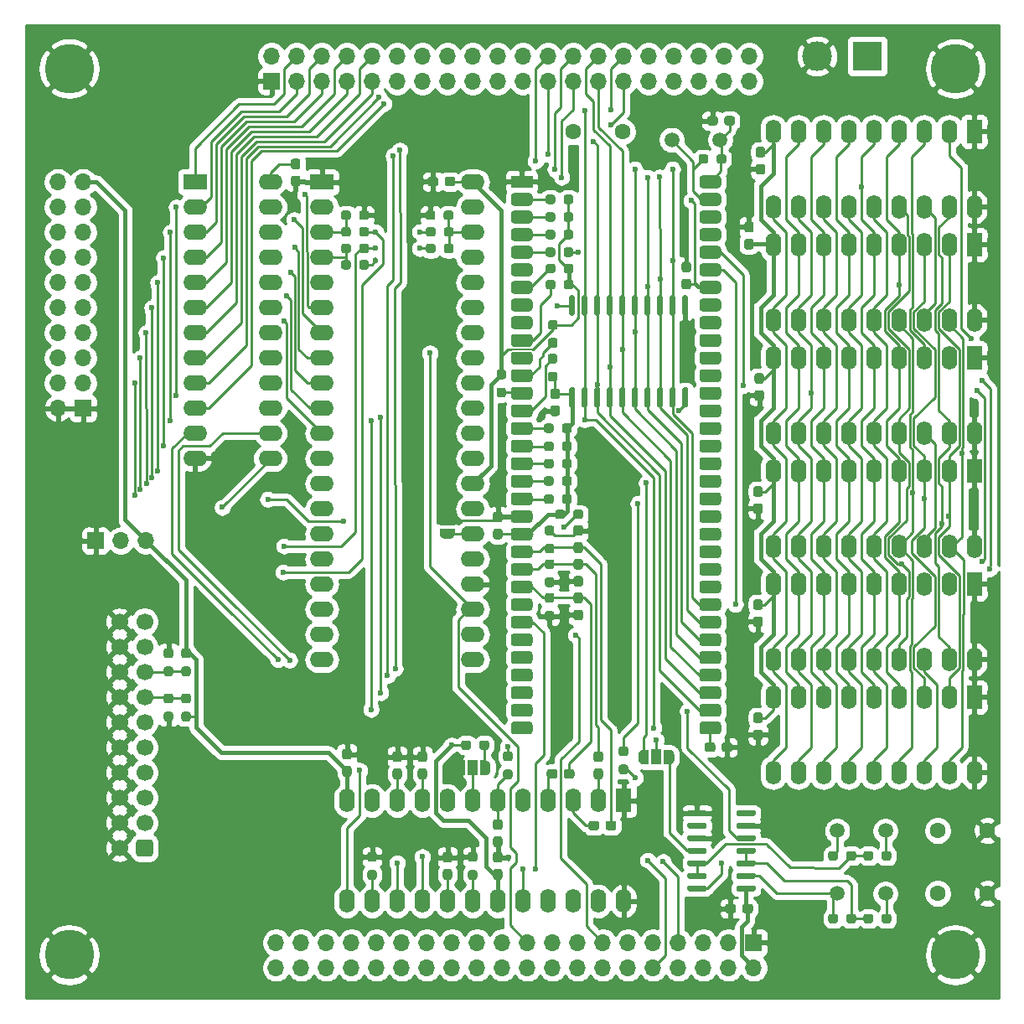
<source format=gbr>
G04 #@! TF.GenerationSoftware,KiCad,Pcbnew,(5.1.8)-1*
G04 #@! TF.CreationDate,2020-12-25T10:48:06+01:00*
G04 #@! TF.ProjectId,VDP-Composite,5644502d-436f-46d7-906f-736974652e6b,v1.0*
G04 #@! TF.SameCoordinates,Original*
G04 #@! TF.FileFunction,Copper,L2,Bot*
G04 #@! TF.FilePolarity,Positive*
%FSLAX46Y46*%
G04 Gerber Fmt 4.6, Leading zero omitted, Abs format (unit mm)*
G04 Created by KiCad (PCBNEW (5.1.8)-1) date 2020-12-25 10:48:06*
%MOMM*%
%LPD*%
G01*
G04 APERTURE LIST*
G04 #@! TA.AperFunction,ComponentPad*
%ADD10C,1.600000*%
G04 #@! TD*
G04 #@! TA.AperFunction,ComponentPad*
%ADD11R,2.200000X1.300000*%
G04 #@! TD*
G04 #@! TA.AperFunction,ComponentPad*
%ADD12R,1.600000X2.400000*%
G04 #@! TD*
G04 #@! TA.AperFunction,ComponentPad*
%ADD13O,1.600000X2.400000*%
G04 #@! TD*
G04 #@! TA.AperFunction,ComponentPad*
%ADD14C,5.000000*%
G04 #@! TD*
G04 #@! TA.AperFunction,ComponentPad*
%ADD15R,1.700000X1.700000*%
G04 #@! TD*
G04 #@! TA.AperFunction,ComponentPad*
%ADD16O,1.700000X1.700000*%
G04 #@! TD*
G04 #@! TA.AperFunction,ComponentPad*
%ADD17R,3.000000X3.000000*%
G04 #@! TD*
G04 #@! TA.AperFunction,ComponentPad*
%ADD18C,3.000000*%
G04 #@! TD*
G04 #@! TA.AperFunction,SMDPad,CuDef*
%ADD19C,0.100000*%
G04 #@! TD*
G04 #@! TA.AperFunction,SMDPad,CuDef*
%ADD20R,1.000000X1.500000*%
G04 #@! TD*
G04 #@! TA.AperFunction,ComponentPad*
%ADD21C,1.700000*%
G04 #@! TD*
G04 #@! TA.AperFunction,ComponentPad*
%ADD22R,2.400000X1.600000*%
G04 #@! TD*
G04 #@! TA.AperFunction,ComponentPad*
%ADD23O,2.400000X1.600000*%
G04 #@! TD*
G04 #@! TA.AperFunction,ComponentPad*
%ADD24C,1.500000*%
G04 #@! TD*
G04 #@! TA.AperFunction,ViaPad*
%ADD25C,0.600000*%
G04 #@! TD*
G04 #@! TA.AperFunction,Conductor*
%ADD26C,0.254000*%
G04 #@! TD*
G04 #@! TA.AperFunction,Conductor*
%ADD27C,0.400000*%
G04 #@! TD*
G04 #@! TA.AperFunction,Conductor*
%ADD28C,0.200000*%
G04 #@! TD*
G04 #@! TA.AperFunction,Conductor*
%ADD29C,0.100000*%
G04 #@! TD*
G04 APERTURE END LIST*
D10*
X102365800Y-146075400D03*
X107365800Y-146075400D03*
D11*
X97155000Y-151130000D03*
G04 #@! TA.AperFunction,ComponentPad*
G36*
G01*
X96055000Y-153235000D02*
X96055000Y-152585000D01*
G75*
G02*
X96380000Y-152260000I325000J0D01*
G01*
X97930000Y-152260000D01*
G75*
G02*
X98255000Y-152585000I0J-325000D01*
G01*
X98255000Y-153235000D01*
G75*
G02*
X97930000Y-153560000I-325000J0D01*
G01*
X96380000Y-153560000D01*
G75*
G02*
X96055000Y-153235000I0J325000D01*
G01*
G37*
G04 #@! TD.AperFunction*
G04 #@! TA.AperFunction,ComponentPad*
G36*
G01*
X96055000Y-155015000D02*
X96055000Y-154365000D01*
G75*
G02*
X96380000Y-154040000I325000J0D01*
G01*
X97930000Y-154040000D01*
G75*
G02*
X98255000Y-154365000I0J-325000D01*
G01*
X98255000Y-155015000D01*
G75*
G02*
X97930000Y-155340000I-325000J0D01*
G01*
X96380000Y-155340000D01*
G75*
G02*
X96055000Y-155015000I0J325000D01*
G01*
G37*
G04 #@! TD.AperFunction*
G04 #@! TA.AperFunction,ComponentPad*
G36*
G01*
X96055000Y-156795000D02*
X96055000Y-156145000D01*
G75*
G02*
X96380000Y-155820000I325000J0D01*
G01*
X97930000Y-155820000D01*
G75*
G02*
X98255000Y-156145000I0J-325000D01*
G01*
X98255000Y-156795000D01*
G75*
G02*
X97930000Y-157120000I-325000J0D01*
G01*
X96380000Y-157120000D01*
G75*
G02*
X96055000Y-156795000I0J325000D01*
G01*
G37*
G04 #@! TD.AperFunction*
G04 #@! TA.AperFunction,ComponentPad*
G36*
G01*
X96055000Y-158575000D02*
X96055000Y-157925000D01*
G75*
G02*
X96380000Y-157600000I325000J0D01*
G01*
X97930000Y-157600000D01*
G75*
G02*
X98255000Y-157925000I0J-325000D01*
G01*
X98255000Y-158575000D01*
G75*
G02*
X97930000Y-158900000I-325000J0D01*
G01*
X96380000Y-158900000D01*
G75*
G02*
X96055000Y-158575000I0J325000D01*
G01*
G37*
G04 #@! TD.AperFunction*
G04 #@! TA.AperFunction,ComponentPad*
G36*
G01*
X96055000Y-160355000D02*
X96055000Y-159705000D01*
G75*
G02*
X96380000Y-159380000I325000J0D01*
G01*
X97930000Y-159380000D01*
G75*
G02*
X98255000Y-159705000I0J-325000D01*
G01*
X98255000Y-160355000D01*
G75*
G02*
X97930000Y-160680000I-325000J0D01*
G01*
X96380000Y-160680000D01*
G75*
G02*
X96055000Y-160355000I0J325000D01*
G01*
G37*
G04 #@! TD.AperFunction*
G04 #@! TA.AperFunction,ComponentPad*
G36*
G01*
X96055000Y-162135000D02*
X96055000Y-161485000D01*
G75*
G02*
X96380000Y-161160000I325000J0D01*
G01*
X97930000Y-161160000D01*
G75*
G02*
X98255000Y-161485000I0J-325000D01*
G01*
X98255000Y-162135000D01*
G75*
G02*
X97930000Y-162460000I-325000J0D01*
G01*
X96380000Y-162460000D01*
G75*
G02*
X96055000Y-162135000I0J325000D01*
G01*
G37*
G04 #@! TD.AperFunction*
G04 #@! TA.AperFunction,ComponentPad*
G36*
G01*
X96055000Y-163915000D02*
X96055000Y-163265000D01*
G75*
G02*
X96380000Y-162940000I325000J0D01*
G01*
X97930000Y-162940000D01*
G75*
G02*
X98255000Y-163265000I0J-325000D01*
G01*
X98255000Y-163915000D01*
G75*
G02*
X97930000Y-164240000I-325000J0D01*
G01*
X96380000Y-164240000D01*
G75*
G02*
X96055000Y-163915000I0J325000D01*
G01*
G37*
G04 #@! TD.AperFunction*
G04 #@! TA.AperFunction,ComponentPad*
G36*
G01*
X96055000Y-165695000D02*
X96055000Y-165045000D01*
G75*
G02*
X96380000Y-164720000I325000J0D01*
G01*
X97930000Y-164720000D01*
G75*
G02*
X98255000Y-165045000I0J-325000D01*
G01*
X98255000Y-165695000D01*
G75*
G02*
X97930000Y-166020000I-325000J0D01*
G01*
X96380000Y-166020000D01*
G75*
G02*
X96055000Y-165695000I0J325000D01*
G01*
G37*
G04 #@! TD.AperFunction*
G04 #@! TA.AperFunction,ComponentPad*
G36*
G01*
X96055000Y-167475000D02*
X96055000Y-166825000D01*
G75*
G02*
X96380000Y-166500000I325000J0D01*
G01*
X97930000Y-166500000D01*
G75*
G02*
X98255000Y-166825000I0J-325000D01*
G01*
X98255000Y-167475000D01*
G75*
G02*
X97930000Y-167800000I-325000J0D01*
G01*
X96380000Y-167800000D01*
G75*
G02*
X96055000Y-167475000I0J325000D01*
G01*
G37*
G04 #@! TD.AperFunction*
G04 #@! TA.AperFunction,ComponentPad*
G36*
G01*
X96055000Y-169255000D02*
X96055000Y-168605000D01*
G75*
G02*
X96380000Y-168280000I325000J0D01*
G01*
X97930000Y-168280000D01*
G75*
G02*
X98255000Y-168605000I0J-325000D01*
G01*
X98255000Y-169255000D01*
G75*
G02*
X97930000Y-169580000I-325000J0D01*
G01*
X96380000Y-169580000D01*
G75*
G02*
X96055000Y-169255000I0J325000D01*
G01*
G37*
G04 #@! TD.AperFunction*
G04 #@! TA.AperFunction,ComponentPad*
G36*
G01*
X96055000Y-171035000D02*
X96055000Y-170385000D01*
G75*
G02*
X96380000Y-170060000I325000J0D01*
G01*
X97930000Y-170060000D01*
G75*
G02*
X98255000Y-170385000I0J-325000D01*
G01*
X98255000Y-171035000D01*
G75*
G02*
X97930000Y-171360000I-325000J0D01*
G01*
X96380000Y-171360000D01*
G75*
G02*
X96055000Y-171035000I0J325000D01*
G01*
G37*
G04 #@! TD.AperFunction*
G04 #@! TA.AperFunction,ComponentPad*
G36*
G01*
X96055000Y-172815000D02*
X96055000Y-172165000D01*
G75*
G02*
X96380000Y-171840000I325000J0D01*
G01*
X97930000Y-171840000D01*
G75*
G02*
X98255000Y-172165000I0J-325000D01*
G01*
X98255000Y-172815000D01*
G75*
G02*
X97930000Y-173140000I-325000J0D01*
G01*
X96380000Y-173140000D01*
G75*
G02*
X96055000Y-172815000I0J325000D01*
G01*
G37*
G04 #@! TD.AperFunction*
G04 #@! TA.AperFunction,ComponentPad*
G36*
G01*
X96055000Y-174595000D02*
X96055000Y-173945000D01*
G75*
G02*
X96380000Y-173620000I325000J0D01*
G01*
X97930000Y-173620000D01*
G75*
G02*
X98255000Y-173945000I0J-325000D01*
G01*
X98255000Y-174595000D01*
G75*
G02*
X97930000Y-174920000I-325000J0D01*
G01*
X96380000Y-174920000D01*
G75*
G02*
X96055000Y-174595000I0J325000D01*
G01*
G37*
G04 #@! TD.AperFunction*
G04 #@! TA.AperFunction,ComponentPad*
G36*
G01*
X96055000Y-176375000D02*
X96055000Y-175725000D01*
G75*
G02*
X96380000Y-175400000I325000J0D01*
G01*
X97930000Y-175400000D01*
G75*
G02*
X98255000Y-175725000I0J-325000D01*
G01*
X98255000Y-176375000D01*
G75*
G02*
X97930000Y-176700000I-325000J0D01*
G01*
X96380000Y-176700000D01*
G75*
G02*
X96055000Y-176375000I0J325000D01*
G01*
G37*
G04 #@! TD.AperFunction*
G04 #@! TA.AperFunction,ComponentPad*
G36*
G01*
X96055000Y-178155000D02*
X96055000Y-177505000D01*
G75*
G02*
X96380000Y-177180000I325000J0D01*
G01*
X97930000Y-177180000D01*
G75*
G02*
X98255000Y-177505000I0J-325000D01*
G01*
X98255000Y-178155000D01*
G75*
G02*
X97930000Y-178480000I-325000J0D01*
G01*
X96380000Y-178480000D01*
G75*
G02*
X96055000Y-178155000I0J325000D01*
G01*
G37*
G04 #@! TD.AperFunction*
G04 #@! TA.AperFunction,ComponentPad*
G36*
G01*
X96055000Y-179935000D02*
X96055000Y-179285000D01*
G75*
G02*
X96380000Y-178960000I325000J0D01*
G01*
X97930000Y-178960000D01*
G75*
G02*
X98255000Y-179285000I0J-325000D01*
G01*
X98255000Y-179935000D01*
G75*
G02*
X97930000Y-180260000I-325000J0D01*
G01*
X96380000Y-180260000D01*
G75*
G02*
X96055000Y-179935000I0J325000D01*
G01*
G37*
G04 #@! TD.AperFunction*
G04 #@! TA.AperFunction,ComponentPad*
G36*
G01*
X96055000Y-181715000D02*
X96055000Y-181065000D01*
G75*
G02*
X96380000Y-180740000I325000J0D01*
G01*
X97930000Y-180740000D01*
G75*
G02*
X98255000Y-181065000I0J-325000D01*
G01*
X98255000Y-181715000D01*
G75*
G02*
X97930000Y-182040000I-325000J0D01*
G01*
X96380000Y-182040000D01*
G75*
G02*
X96055000Y-181715000I0J325000D01*
G01*
G37*
G04 #@! TD.AperFunction*
G04 #@! TA.AperFunction,ComponentPad*
G36*
G01*
X96055000Y-183495000D02*
X96055000Y-182845000D01*
G75*
G02*
X96380000Y-182520000I325000J0D01*
G01*
X97930000Y-182520000D01*
G75*
G02*
X98255000Y-182845000I0J-325000D01*
G01*
X98255000Y-183495000D01*
G75*
G02*
X97930000Y-183820000I-325000J0D01*
G01*
X96380000Y-183820000D01*
G75*
G02*
X96055000Y-183495000I0J325000D01*
G01*
G37*
G04 #@! TD.AperFunction*
G04 #@! TA.AperFunction,ComponentPad*
G36*
G01*
X96055000Y-185275000D02*
X96055000Y-184625000D01*
G75*
G02*
X96380000Y-184300000I325000J0D01*
G01*
X97930000Y-184300000D01*
G75*
G02*
X98255000Y-184625000I0J-325000D01*
G01*
X98255000Y-185275000D01*
G75*
G02*
X97930000Y-185600000I-325000J0D01*
G01*
X96380000Y-185600000D01*
G75*
G02*
X96055000Y-185275000I0J325000D01*
G01*
G37*
G04 #@! TD.AperFunction*
G04 #@! TA.AperFunction,ComponentPad*
G36*
G01*
X96055000Y-187055000D02*
X96055000Y-186405000D01*
G75*
G02*
X96380000Y-186080000I325000J0D01*
G01*
X97930000Y-186080000D01*
G75*
G02*
X98255000Y-186405000I0J-325000D01*
G01*
X98255000Y-187055000D01*
G75*
G02*
X97930000Y-187380000I-325000J0D01*
G01*
X96380000Y-187380000D01*
G75*
G02*
X96055000Y-187055000I0J325000D01*
G01*
G37*
G04 #@! TD.AperFunction*
G04 #@! TA.AperFunction,ComponentPad*
G36*
G01*
X96055000Y-188835000D02*
X96055000Y-188185000D01*
G75*
G02*
X96380000Y-187860000I325000J0D01*
G01*
X97930000Y-187860000D01*
G75*
G02*
X98255000Y-188185000I0J-325000D01*
G01*
X98255000Y-188835000D01*
G75*
G02*
X97930000Y-189160000I-325000J0D01*
G01*
X96380000Y-189160000D01*
G75*
G02*
X96055000Y-188835000I0J325000D01*
G01*
G37*
G04 #@! TD.AperFunction*
G04 #@! TA.AperFunction,ComponentPad*
G36*
G01*
X96055000Y-190615000D02*
X96055000Y-189965000D01*
G75*
G02*
X96380000Y-189640000I325000J0D01*
G01*
X97930000Y-189640000D01*
G75*
G02*
X98255000Y-189965000I0J-325000D01*
G01*
X98255000Y-190615000D01*
G75*
G02*
X97930000Y-190940000I-325000J0D01*
G01*
X96380000Y-190940000D01*
G75*
G02*
X96055000Y-190615000I0J325000D01*
G01*
G37*
G04 #@! TD.AperFunction*
G04 #@! TA.AperFunction,ComponentPad*
G36*
G01*
X96055000Y-192395000D02*
X96055000Y-191745000D01*
G75*
G02*
X96380000Y-191420000I325000J0D01*
G01*
X97930000Y-191420000D01*
G75*
G02*
X98255000Y-191745000I0J-325000D01*
G01*
X98255000Y-192395000D01*
G75*
G02*
X97930000Y-192720000I-325000J0D01*
G01*
X96380000Y-192720000D01*
G75*
G02*
X96055000Y-192395000I0J325000D01*
G01*
G37*
G04 #@! TD.AperFunction*
G04 #@! TA.AperFunction,ComponentPad*
G36*
G01*
X96055000Y-194175000D02*
X96055000Y-193525000D01*
G75*
G02*
X96380000Y-193200000I325000J0D01*
G01*
X97930000Y-193200000D01*
G75*
G02*
X98255000Y-193525000I0J-325000D01*
G01*
X98255000Y-194175000D01*
G75*
G02*
X97930000Y-194500000I-325000J0D01*
G01*
X96380000Y-194500000D01*
G75*
G02*
X96055000Y-194175000I0J325000D01*
G01*
G37*
G04 #@! TD.AperFunction*
G04 #@! TA.AperFunction,ComponentPad*
G36*
G01*
X96055000Y-195955000D02*
X96055000Y-195305000D01*
G75*
G02*
X96380000Y-194980000I325000J0D01*
G01*
X97930000Y-194980000D01*
G75*
G02*
X98255000Y-195305000I0J-325000D01*
G01*
X98255000Y-195955000D01*
G75*
G02*
X97930000Y-196280000I-325000J0D01*
G01*
X96380000Y-196280000D01*
G75*
G02*
X96055000Y-195955000I0J325000D01*
G01*
G37*
G04 #@! TD.AperFunction*
G04 #@! TA.AperFunction,ComponentPad*
G36*
G01*
X96055000Y-197735000D02*
X96055000Y-197085000D01*
G75*
G02*
X96380000Y-196760000I325000J0D01*
G01*
X97930000Y-196760000D01*
G75*
G02*
X98255000Y-197085000I0J-325000D01*
G01*
X98255000Y-197735000D01*
G75*
G02*
X97930000Y-198060000I-325000J0D01*
G01*
X96380000Y-198060000D01*
G75*
G02*
X96055000Y-197735000I0J325000D01*
G01*
G37*
G04 #@! TD.AperFunction*
G04 #@! TA.AperFunction,ComponentPad*
G36*
G01*
X96055000Y-199515000D02*
X96055000Y-198865000D01*
G75*
G02*
X96380000Y-198540000I325000J0D01*
G01*
X97930000Y-198540000D01*
G75*
G02*
X98255000Y-198865000I0J-325000D01*
G01*
X98255000Y-199515000D01*
G75*
G02*
X97930000Y-199840000I-325000J0D01*
G01*
X96380000Y-199840000D01*
G75*
G02*
X96055000Y-199515000I0J325000D01*
G01*
G37*
G04 #@! TD.AperFunction*
G04 #@! TA.AperFunction,ComponentPad*
G36*
G01*
X96055000Y-201295000D02*
X96055000Y-200645000D01*
G75*
G02*
X96380000Y-200320000I325000J0D01*
G01*
X97930000Y-200320000D01*
G75*
G02*
X98255000Y-200645000I0J-325000D01*
G01*
X98255000Y-201295000D01*
G75*
G02*
X97930000Y-201620000I-325000J0D01*
G01*
X96380000Y-201620000D01*
G75*
G02*
X96055000Y-201295000I0J325000D01*
G01*
G37*
G04 #@! TD.AperFunction*
G04 #@! TA.AperFunction,ComponentPad*
G36*
G01*
X96055000Y-203075000D02*
X96055000Y-202425000D01*
G75*
G02*
X96380000Y-202100000I325000J0D01*
G01*
X97930000Y-202100000D01*
G75*
G02*
X98255000Y-202425000I0J-325000D01*
G01*
X98255000Y-203075000D01*
G75*
G02*
X97930000Y-203400000I-325000J0D01*
G01*
X96380000Y-203400000D01*
G75*
G02*
X96055000Y-203075000I0J325000D01*
G01*
G37*
G04 #@! TD.AperFunction*
G04 #@! TA.AperFunction,ComponentPad*
G36*
G01*
X96055000Y-204855000D02*
X96055000Y-204205000D01*
G75*
G02*
X96380000Y-203880000I325000J0D01*
G01*
X97930000Y-203880000D01*
G75*
G02*
X98255000Y-204205000I0J-325000D01*
G01*
X98255000Y-204855000D01*
G75*
G02*
X97930000Y-205180000I-325000J0D01*
G01*
X96380000Y-205180000D01*
G75*
G02*
X96055000Y-204855000I0J325000D01*
G01*
G37*
G04 #@! TD.AperFunction*
G04 #@! TA.AperFunction,ComponentPad*
G36*
G01*
X96055000Y-206635000D02*
X96055000Y-205985000D01*
G75*
G02*
X96380000Y-205660000I325000J0D01*
G01*
X97930000Y-205660000D01*
G75*
G02*
X98255000Y-205985000I0J-325000D01*
G01*
X98255000Y-206635000D01*
G75*
G02*
X97930000Y-206960000I-325000J0D01*
G01*
X96380000Y-206960000D01*
G75*
G02*
X96055000Y-206635000I0J325000D01*
G01*
G37*
G04 #@! TD.AperFunction*
G04 #@! TA.AperFunction,ComponentPad*
G36*
G01*
X115105000Y-151455000D02*
X115105000Y-150805000D01*
G75*
G02*
X115430000Y-150480000I325000J0D01*
G01*
X116980000Y-150480000D01*
G75*
G02*
X117305000Y-150805000I0J-325000D01*
G01*
X117305000Y-151455000D01*
G75*
G02*
X116980000Y-151780000I-325000J0D01*
G01*
X115430000Y-151780000D01*
G75*
G02*
X115105000Y-151455000I0J325000D01*
G01*
G37*
G04 #@! TD.AperFunction*
G04 #@! TA.AperFunction,ComponentPad*
G36*
G01*
X115105000Y-153235000D02*
X115105000Y-152585000D01*
G75*
G02*
X115430000Y-152260000I325000J0D01*
G01*
X116980000Y-152260000D01*
G75*
G02*
X117305000Y-152585000I0J-325000D01*
G01*
X117305000Y-153235000D01*
G75*
G02*
X116980000Y-153560000I-325000J0D01*
G01*
X115430000Y-153560000D01*
G75*
G02*
X115105000Y-153235000I0J325000D01*
G01*
G37*
G04 #@! TD.AperFunction*
G04 #@! TA.AperFunction,ComponentPad*
G36*
G01*
X115105000Y-155015000D02*
X115105000Y-154365000D01*
G75*
G02*
X115430000Y-154040000I325000J0D01*
G01*
X116980000Y-154040000D01*
G75*
G02*
X117305000Y-154365000I0J-325000D01*
G01*
X117305000Y-155015000D01*
G75*
G02*
X116980000Y-155340000I-325000J0D01*
G01*
X115430000Y-155340000D01*
G75*
G02*
X115105000Y-155015000I0J325000D01*
G01*
G37*
G04 #@! TD.AperFunction*
G04 #@! TA.AperFunction,ComponentPad*
G36*
G01*
X115105000Y-156795000D02*
X115105000Y-156145000D01*
G75*
G02*
X115430000Y-155820000I325000J0D01*
G01*
X116980000Y-155820000D01*
G75*
G02*
X117305000Y-156145000I0J-325000D01*
G01*
X117305000Y-156795000D01*
G75*
G02*
X116980000Y-157120000I-325000J0D01*
G01*
X115430000Y-157120000D01*
G75*
G02*
X115105000Y-156795000I0J325000D01*
G01*
G37*
G04 #@! TD.AperFunction*
G04 #@! TA.AperFunction,ComponentPad*
G36*
G01*
X115105000Y-158575000D02*
X115105000Y-157925000D01*
G75*
G02*
X115430000Y-157600000I325000J0D01*
G01*
X116980000Y-157600000D01*
G75*
G02*
X117305000Y-157925000I0J-325000D01*
G01*
X117305000Y-158575000D01*
G75*
G02*
X116980000Y-158900000I-325000J0D01*
G01*
X115430000Y-158900000D01*
G75*
G02*
X115105000Y-158575000I0J325000D01*
G01*
G37*
G04 #@! TD.AperFunction*
G04 #@! TA.AperFunction,ComponentPad*
G36*
G01*
X115105000Y-160355000D02*
X115105000Y-159705000D01*
G75*
G02*
X115430000Y-159380000I325000J0D01*
G01*
X116980000Y-159380000D01*
G75*
G02*
X117305000Y-159705000I0J-325000D01*
G01*
X117305000Y-160355000D01*
G75*
G02*
X116980000Y-160680000I-325000J0D01*
G01*
X115430000Y-160680000D01*
G75*
G02*
X115105000Y-160355000I0J325000D01*
G01*
G37*
G04 #@! TD.AperFunction*
G04 #@! TA.AperFunction,ComponentPad*
G36*
G01*
X115105000Y-162135000D02*
X115105000Y-161485000D01*
G75*
G02*
X115430000Y-161160000I325000J0D01*
G01*
X116980000Y-161160000D01*
G75*
G02*
X117305000Y-161485000I0J-325000D01*
G01*
X117305000Y-162135000D01*
G75*
G02*
X116980000Y-162460000I-325000J0D01*
G01*
X115430000Y-162460000D01*
G75*
G02*
X115105000Y-162135000I0J325000D01*
G01*
G37*
G04 #@! TD.AperFunction*
G04 #@! TA.AperFunction,ComponentPad*
G36*
G01*
X115105000Y-163915000D02*
X115105000Y-163265000D01*
G75*
G02*
X115430000Y-162940000I325000J0D01*
G01*
X116980000Y-162940000D01*
G75*
G02*
X117305000Y-163265000I0J-325000D01*
G01*
X117305000Y-163915000D01*
G75*
G02*
X116980000Y-164240000I-325000J0D01*
G01*
X115430000Y-164240000D01*
G75*
G02*
X115105000Y-163915000I0J325000D01*
G01*
G37*
G04 #@! TD.AperFunction*
G04 #@! TA.AperFunction,ComponentPad*
G36*
G01*
X115105000Y-165695000D02*
X115105000Y-165045000D01*
G75*
G02*
X115430000Y-164720000I325000J0D01*
G01*
X116980000Y-164720000D01*
G75*
G02*
X117305000Y-165045000I0J-325000D01*
G01*
X117305000Y-165695000D01*
G75*
G02*
X116980000Y-166020000I-325000J0D01*
G01*
X115430000Y-166020000D01*
G75*
G02*
X115105000Y-165695000I0J325000D01*
G01*
G37*
G04 #@! TD.AperFunction*
G04 #@! TA.AperFunction,ComponentPad*
G36*
G01*
X115105000Y-167475000D02*
X115105000Y-166825000D01*
G75*
G02*
X115430000Y-166500000I325000J0D01*
G01*
X116980000Y-166500000D01*
G75*
G02*
X117305000Y-166825000I0J-325000D01*
G01*
X117305000Y-167475000D01*
G75*
G02*
X116980000Y-167800000I-325000J0D01*
G01*
X115430000Y-167800000D01*
G75*
G02*
X115105000Y-167475000I0J325000D01*
G01*
G37*
G04 #@! TD.AperFunction*
G04 #@! TA.AperFunction,ComponentPad*
G36*
G01*
X115105000Y-169255000D02*
X115105000Y-168605000D01*
G75*
G02*
X115430000Y-168280000I325000J0D01*
G01*
X116980000Y-168280000D01*
G75*
G02*
X117305000Y-168605000I0J-325000D01*
G01*
X117305000Y-169255000D01*
G75*
G02*
X116980000Y-169580000I-325000J0D01*
G01*
X115430000Y-169580000D01*
G75*
G02*
X115105000Y-169255000I0J325000D01*
G01*
G37*
G04 #@! TD.AperFunction*
G04 #@! TA.AperFunction,ComponentPad*
G36*
G01*
X115105000Y-171035000D02*
X115105000Y-170385000D01*
G75*
G02*
X115430000Y-170060000I325000J0D01*
G01*
X116980000Y-170060000D01*
G75*
G02*
X117305000Y-170385000I0J-325000D01*
G01*
X117305000Y-171035000D01*
G75*
G02*
X116980000Y-171360000I-325000J0D01*
G01*
X115430000Y-171360000D01*
G75*
G02*
X115105000Y-171035000I0J325000D01*
G01*
G37*
G04 #@! TD.AperFunction*
G04 #@! TA.AperFunction,ComponentPad*
G36*
G01*
X115105000Y-172815000D02*
X115105000Y-172165000D01*
G75*
G02*
X115430000Y-171840000I325000J0D01*
G01*
X116980000Y-171840000D01*
G75*
G02*
X117305000Y-172165000I0J-325000D01*
G01*
X117305000Y-172815000D01*
G75*
G02*
X116980000Y-173140000I-325000J0D01*
G01*
X115430000Y-173140000D01*
G75*
G02*
X115105000Y-172815000I0J325000D01*
G01*
G37*
G04 #@! TD.AperFunction*
G04 #@! TA.AperFunction,ComponentPad*
G36*
G01*
X115105000Y-174595000D02*
X115105000Y-173945000D01*
G75*
G02*
X115430000Y-173620000I325000J0D01*
G01*
X116980000Y-173620000D01*
G75*
G02*
X117305000Y-173945000I0J-325000D01*
G01*
X117305000Y-174595000D01*
G75*
G02*
X116980000Y-174920000I-325000J0D01*
G01*
X115430000Y-174920000D01*
G75*
G02*
X115105000Y-174595000I0J325000D01*
G01*
G37*
G04 #@! TD.AperFunction*
G04 #@! TA.AperFunction,ComponentPad*
G36*
G01*
X115105000Y-176375000D02*
X115105000Y-175725000D01*
G75*
G02*
X115430000Y-175400000I325000J0D01*
G01*
X116980000Y-175400000D01*
G75*
G02*
X117305000Y-175725000I0J-325000D01*
G01*
X117305000Y-176375000D01*
G75*
G02*
X116980000Y-176700000I-325000J0D01*
G01*
X115430000Y-176700000D01*
G75*
G02*
X115105000Y-176375000I0J325000D01*
G01*
G37*
G04 #@! TD.AperFunction*
G04 #@! TA.AperFunction,ComponentPad*
G36*
G01*
X115105000Y-178155000D02*
X115105000Y-177505000D01*
G75*
G02*
X115430000Y-177180000I325000J0D01*
G01*
X116980000Y-177180000D01*
G75*
G02*
X117305000Y-177505000I0J-325000D01*
G01*
X117305000Y-178155000D01*
G75*
G02*
X116980000Y-178480000I-325000J0D01*
G01*
X115430000Y-178480000D01*
G75*
G02*
X115105000Y-178155000I0J325000D01*
G01*
G37*
G04 #@! TD.AperFunction*
G04 #@! TA.AperFunction,ComponentPad*
G36*
G01*
X115105000Y-179935000D02*
X115105000Y-179285000D01*
G75*
G02*
X115430000Y-178960000I325000J0D01*
G01*
X116980000Y-178960000D01*
G75*
G02*
X117305000Y-179285000I0J-325000D01*
G01*
X117305000Y-179935000D01*
G75*
G02*
X116980000Y-180260000I-325000J0D01*
G01*
X115430000Y-180260000D01*
G75*
G02*
X115105000Y-179935000I0J325000D01*
G01*
G37*
G04 #@! TD.AperFunction*
G04 #@! TA.AperFunction,ComponentPad*
G36*
G01*
X115105000Y-181715000D02*
X115105000Y-181065000D01*
G75*
G02*
X115430000Y-180740000I325000J0D01*
G01*
X116980000Y-180740000D01*
G75*
G02*
X117305000Y-181065000I0J-325000D01*
G01*
X117305000Y-181715000D01*
G75*
G02*
X116980000Y-182040000I-325000J0D01*
G01*
X115430000Y-182040000D01*
G75*
G02*
X115105000Y-181715000I0J325000D01*
G01*
G37*
G04 #@! TD.AperFunction*
G04 #@! TA.AperFunction,ComponentPad*
G36*
G01*
X115105000Y-183495000D02*
X115105000Y-182845000D01*
G75*
G02*
X115430000Y-182520000I325000J0D01*
G01*
X116980000Y-182520000D01*
G75*
G02*
X117305000Y-182845000I0J-325000D01*
G01*
X117305000Y-183495000D01*
G75*
G02*
X116980000Y-183820000I-325000J0D01*
G01*
X115430000Y-183820000D01*
G75*
G02*
X115105000Y-183495000I0J325000D01*
G01*
G37*
G04 #@! TD.AperFunction*
G04 #@! TA.AperFunction,ComponentPad*
G36*
G01*
X115105000Y-185275000D02*
X115105000Y-184625000D01*
G75*
G02*
X115430000Y-184300000I325000J0D01*
G01*
X116980000Y-184300000D01*
G75*
G02*
X117305000Y-184625000I0J-325000D01*
G01*
X117305000Y-185275000D01*
G75*
G02*
X116980000Y-185600000I-325000J0D01*
G01*
X115430000Y-185600000D01*
G75*
G02*
X115105000Y-185275000I0J325000D01*
G01*
G37*
G04 #@! TD.AperFunction*
G04 #@! TA.AperFunction,ComponentPad*
G36*
G01*
X115105000Y-187055000D02*
X115105000Y-186405000D01*
G75*
G02*
X115430000Y-186080000I325000J0D01*
G01*
X116980000Y-186080000D01*
G75*
G02*
X117305000Y-186405000I0J-325000D01*
G01*
X117305000Y-187055000D01*
G75*
G02*
X116980000Y-187380000I-325000J0D01*
G01*
X115430000Y-187380000D01*
G75*
G02*
X115105000Y-187055000I0J325000D01*
G01*
G37*
G04 #@! TD.AperFunction*
G04 #@! TA.AperFunction,ComponentPad*
G36*
G01*
X115105000Y-188835000D02*
X115105000Y-188185000D01*
G75*
G02*
X115430000Y-187860000I325000J0D01*
G01*
X116980000Y-187860000D01*
G75*
G02*
X117305000Y-188185000I0J-325000D01*
G01*
X117305000Y-188835000D01*
G75*
G02*
X116980000Y-189160000I-325000J0D01*
G01*
X115430000Y-189160000D01*
G75*
G02*
X115105000Y-188835000I0J325000D01*
G01*
G37*
G04 #@! TD.AperFunction*
G04 #@! TA.AperFunction,ComponentPad*
G36*
G01*
X115105000Y-190615000D02*
X115105000Y-189965000D01*
G75*
G02*
X115430000Y-189640000I325000J0D01*
G01*
X116980000Y-189640000D01*
G75*
G02*
X117305000Y-189965000I0J-325000D01*
G01*
X117305000Y-190615000D01*
G75*
G02*
X116980000Y-190940000I-325000J0D01*
G01*
X115430000Y-190940000D01*
G75*
G02*
X115105000Y-190615000I0J325000D01*
G01*
G37*
G04 #@! TD.AperFunction*
G04 #@! TA.AperFunction,ComponentPad*
G36*
G01*
X115105000Y-192395000D02*
X115105000Y-191745000D01*
G75*
G02*
X115430000Y-191420000I325000J0D01*
G01*
X116980000Y-191420000D01*
G75*
G02*
X117305000Y-191745000I0J-325000D01*
G01*
X117305000Y-192395000D01*
G75*
G02*
X116980000Y-192720000I-325000J0D01*
G01*
X115430000Y-192720000D01*
G75*
G02*
X115105000Y-192395000I0J325000D01*
G01*
G37*
G04 #@! TD.AperFunction*
G04 #@! TA.AperFunction,ComponentPad*
G36*
G01*
X115105000Y-194175000D02*
X115105000Y-193525000D01*
G75*
G02*
X115430000Y-193200000I325000J0D01*
G01*
X116980000Y-193200000D01*
G75*
G02*
X117305000Y-193525000I0J-325000D01*
G01*
X117305000Y-194175000D01*
G75*
G02*
X116980000Y-194500000I-325000J0D01*
G01*
X115430000Y-194500000D01*
G75*
G02*
X115105000Y-194175000I0J325000D01*
G01*
G37*
G04 #@! TD.AperFunction*
G04 #@! TA.AperFunction,ComponentPad*
G36*
G01*
X115105000Y-195955000D02*
X115105000Y-195305000D01*
G75*
G02*
X115430000Y-194980000I325000J0D01*
G01*
X116980000Y-194980000D01*
G75*
G02*
X117305000Y-195305000I0J-325000D01*
G01*
X117305000Y-195955000D01*
G75*
G02*
X116980000Y-196280000I-325000J0D01*
G01*
X115430000Y-196280000D01*
G75*
G02*
X115105000Y-195955000I0J325000D01*
G01*
G37*
G04 #@! TD.AperFunction*
G04 #@! TA.AperFunction,ComponentPad*
G36*
G01*
X115105000Y-197735000D02*
X115105000Y-197085000D01*
G75*
G02*
X115430000Y-196760000I325000J0D01*
G01*
X116980000Y-196760000D01*
G75*
G02*
X117305000Y-197085000I0J-325000D01*
G01*
X117305000Y-197735000D01*
G75*
G02*
X116980000Y-198060000I-325000J0D01*
G01*
X115430000Y-198060000D01*
G75*
G02*
X115105000Y-197735000I0J325000D01*
G01*
G37*
G04 #@! TD.AperFunction*
G04 #@! TA.AperFunction,ComponentPad*
G36*
G01*
X115105000Y-199515000D02*
X115105000Y-198865000D01*
G75*
G02*
X115430000Y-198540000I325000J0D01*
G01*
X116980000Y-198540000D01*
G75*
G02*
X117305000Y-198865000I0J-325000D01*
G01*
X117305000Y-199515000D01*
G75*
G02*
X116980000Y-199840000I-325000J0D01*
G01*
X115430000Y-199840000D01*
G75*
G02*
X115105000Y-199515000I0J325000D01*
G01*
G37*
G04 #@! TD.AperFunction*
G04 #@! TA.AperFunction,ComponentPad*
G36*
G01*
X115105000Y-201295000D02*
X115105000Y-200645000D01*
G75*
G02*
X115430000Y-200320000I325000J0D01*
G01*
X116980000Y-200320000D01*
G75*
G02*
X117305000Y-200645000I0J-325000D01*
G01*
X117305000Y-201295000D01*
G75*
G02*
X116980000Y-201620000I-325000J0D01*
G01*
X115430000Y-201620000D01*
G75*
G02*
X115105000Y-201295000I0J325000D01*
G01*
G37*
G04 #@! TD.AperFunction*
G04 #@! TA.AperFunction,ComponentPad*
G36*
G01*
X115105000Y-203075000D02*
X115105000Y-202425000D01*
G75*
G02*
X115430000Y-202100000I325000J0D01*
G01*
X116980000Y-202100000D01*
G75*
G02*
X117305000Y-202425000I0J-325000D01*
G01*
X117305000Y-203075000D01*
G75*
G02*
X116980000Y-203400000I-325000J0D01*
G01*
X115430000Y-203400000D01*
G75*
G02*
X115105000Y-203075000I0J325000D01*
G01*
G37*
G04 #@! TD.AperFunction*
G04 #@! TA.AperFunction,ComponentPad*
G36*
G01*
X115105000Y-204855000D02*
X115105000Y-204205000D01*
G75*
G02*
X115430000Y-203880000I325000J0D01*
G01*
X116980000Y-203880000D01*
G75*
G02*
X117305000Y-204205000I0J-325000D01*
G01*
X117305000Y-204855000D01*
G75*
G02*
X116980000Y-205180000I-325000J0D01*
G01*
X115430000Y-205180000D01*
G75*
G02*
X115105000Y-204855000I0J325000D01*
G01*
G37*
G04 #@! TD.AperFunction*
G04 #@! TA.AperFunction,ComponentPad*
G36*
G01*
X115105000Y-206635000D02*
X115105000Y-205985000D01*
G75*
G02*
X115430000Y-205660000I325000J0D01*
G01*
X116980000Y-205660000D01*
G75*
G02*
X117305000Y-205985000I0J-325000D01*
G01*
X117305000Y-206635000D01*
G75*
G02*
X116980000Y-206960000I-325000J0D01*
G01*
X115430000Y-206960000D01*
G75*
G02*
X115105000Y-206635000I0J325000D01*
G01*
G37*
G04 #@! TD.AperFunction*
D12*
X142875000Y-146050000D03*
D13*
X122555000Y-153670000D03*
X140335000Y-146050000D03*
X125095000Y-153670000D03*
X137795000Y-146050000D03*
X127635000Y-153670000D03*
X135255000Y-146050000D03*
X130175000Y-153670000D03*
X132715000Y-146050000D03*
X132715000Y-153670000D03*
X130175000Y-146050000D03*
X135255000Y-153670000D03*
X127635000Y-146050000D03*
X137795000Y-153670000D03*
X125095000Y-146050000D03*
X140335000Y-153670000D03*
X122555000Y-146050000D03*
X142875000Y-153670000D03*
X142875000Y-165100000D03*
X122555000Y-157480000D03*
X140335000Y-165100000D03*
X125095000Y-157480000D03*
X137795000Y-165100000D03*
X127635000Y-157480000D03*
X135255000Y-165100000D03*
X130175000Y-157480000D03*
X132715000Y-165100000D03*
X132715000Y-157480000D03*
X130175000Y-165100000D03*
X135255000Y-157480000D03*
X127635000Y-165100000D03*
X137795000Y-157480000D03*
X125095000Y-165100000D03*
X140335000Y-157480000D03*
X122555000Y-165100000D03*
D12*
X142875000Y-157480000D03*
D13*
X142875000Y-187960000D03*
X122555000Y-180340000D03*
X140335000Y-187960000D03*
X125095000Y-180340000D03*
X137795000Y-187960000D03*
X127635000Y-180340000D03*
X135255000Y-187960000D03*
X130175000Y-180340000D03*
X132715000Y-187960000D03*
X132715000Y-180340000D03*
X130175000Y-187960000D03*
X135255000Y-180340000D03*
X127635000Y-187960000D03*
X137795000Y-180340000D03*
X125095000Y-187960000D03*
X140335000Y-180340000D03*
X122555000Y-187960000D03*
D12*
X142875000Y-180340000D03*
D13*
X142875000Y-210820000D03*
X122555000Y-203200000D03*
X140335000Y-210820000D03*
X125095000Y-203200000D03*
X137795000Y-210820000D03*
X127635000Y-203200000D03*
X135255000Y-210820000D03*
X130175000Y-203200000D03*
X132715000Y-210820000D03*
X132715000Y-203200000D03*
X130175000Y-210820000D03*
X135255000Y-203200000D03*
X127635000Y-210820000D03*
X137795000Y-203200000D03*
X125095000Y-210820000D03*
X140335000Y-203200000D03*
X122555000Y-210820000D03*
D12*
X142875000Y-203200000D03*
D14*
X140970000Y-139700000D03*
X51435000Y-139700000D03*
X140970000Y-229235000D03*
X51435000Y-229235000D03*
D15*
X120600000Y-228000000D03*
D16*
X120600000Y-230540000D03*
X118060000Y-228000000D03*
X118060000Y-230540000D03*
X115520000Y-228000000D03*
X115520000Y-230540000D03*
X112980000Y-228000000D03*
X112980000Y-230540000D03*
X110440000Y-228000000D03*
X110440000Y-230540000D03*
X107900000Y-228000000D03*
X107900000Y-230540000D03*
X105360000Y-228000000D03*
X105360000Y-230540000D03*
X102820000Y-228000000D03*
X102820000Y-230540000D03*
X100280000Y-228000000D03*
X100280000Y-230540000D03*
X97740000Y-228000000D03*
X97740000Y-230540000D03*
X95200000Y-228000000D03*
X95200000Y-230540000D03*
X92660000Y-228000000D03*
X92660000Y-230540000D03*
X90120000Y-228000000D03*
X90120000Y-230540000D03*
X87580000Y-228000000D03*
X87580000Y-230540000D03*
X85040000Y-228000000D03*
X85040000Y-230540000D03*
X82500000Y-228000000D03*
X82500000Y-230540000D03*
X79960000Y-228000000D03*
X79960000Y-230540000D03*
X77420000Y-228000000D03*
X77420000Y-230540000D03*
X74880000Y-228000000D03*
X74880000Y-230540000D03*
X72340000Y-228000000D03*
X72340000Y-230540000D03*
D17*
X132080000Y-138430000D03*
D18*
X127000000Y-138430000D03*
D12*
X142875000Y-168910000D03*
D13*
X122555000Y-176530000D03*
X140335000Y-168910000D03*
X125095000Y-176530000D03*
X137795000Y-168910000D03*
X127635000Y-176530000D03*
X135255000Y-168910000D03*
X130175000Y-176530000D03*
X132715000Y-168910000D03*
X132715000Y-176530000D03*
X130175000Y-168910000D03*
X135255000Y-176530000D03*
X127635000Y-168910000D03*
X137795000Y-176530000D03*
X125095000Y-168910000D03*
X140335000Y-176530000D03*
X122555000Y-168910000D03*
X142875000Y-176530000D03*
D12*
X142875000Y-191770000D03*
D13*
X122555000Y-199390000D03*
X140335000Y-191770000D03*
X125095000Y-199390000D03*
X137795000Y-191770000D03*
X127635000Y-199390000D03*
X135255000Y-191770000D03*
X130175000Y-199390000D03*
X132715000Y-191770000D03*
X132715000Y-199390000D03*
X130175000Y-191770000D03*
X135255000Y-199390000D03*
X127635000Y-191770000D03*
X137795000Y-199390000D03*
X125095000Y-191770000D03*
X140335000Y-199390000D03*
X122555000Y-191770000D03*
X142875000Y-199390000D03*
D15*
X71882000Y-140970000D03*
D16*
X71882000Y-138430000D03*
X74422000Y-140970000D03*
X74422000Y-138430000D03*
X76962000Y-140970000D03*
X76962000Y-138430000D03*
X79502000Y-140970000D03*
X79502000Y-138430000D03*
X82042000Y-140970000D03*
X82042000Y-138430000D03*
X84582000Y-140970000D03*
X84582000Y-138430000D03*
X87122000Y-140970000D03*
X87122000Y-138430000D03*
X89662000Y-140970000D03*
X89662000Y-138430000D03*
X92202000Y-140970000D03*
X92202000Y-138430000D03*
X94742000Y-140970000D03*
X94742000Y-138430000D03*
X97282000Y-140970000D03*
X97282000Y-138430000D03*
X99822000Y-140970000D03*
X99822000Y-138430000D03*
X102362000Y-140970000D03*
X102362000Y-138430000D03*
X104902000Y-140970000D03*
X104902000Y-138430000D03*
X107442000Y-140970000D03*
X107442000Y-138430000D03*
X109982000Y-140970000D03*
X109982000Y-138430000D03*
X112522000Y-140970000D03*
X112522000Y-138430000D03*
X115062000Y-140970000D03*
X115062000Y-138430000D03*
X117602000Y-140970000D03*
X117602000Y-138430000D03*
X120142000Y-140970000D03*
X120142000Y-138430000D03*
G04 #@! TA.AperFunction,SMDPad,CuDef*
D19*
G36*
X91452000Y-211087400D02*
G01*
X90902000Y-211087400D01*
X90902000Y-211086798D01*
X90877466Y-211086798D01*
X90828635Y-211081988D01*
X90780510Y-211072416D01*
X90733555Y-211058172D01*
X90688222Y-211039395D01*
X90644949Y-211016264D01*
X90604150Y-210989004D01*
X90566221Y-210957876D01*
X90531524Y-210923179D01*
X90500396Y-210885250D01*
X90473136Y-210844451D01*
X90450005Y-210801178D01*
X90431228Y-210755845D01*
X90416984Y-210708890D01*
X90407412Y-210660765D01*
X90402602Y-210611934D01*
X90402602Y-210587400D01*
X90402000Y-210587400D01*
X90402000Y-210087400D01*
X90402602Y-210087400D01*
X90402602Y-210062866D01*
X90407412Y-210014035D01*
X90416984Y-209965910D01*
X90431228Y-209918955D01*
X90450005Y-209873622D01*
X90473136Y-209830349D01*
X90500396Y-209789550D01*
X90531524Y-209751621D01*
X90566221Y-209716924D01*
X90604150Y-209685796D01*
X90644949Y-209658536D01*
X90688222Y-209635405D01*
X90733555Y-209616628D01*
X90780510Y-209602384D01*
X90828635Y-209592812D01*
X90877466Y-209588002D01*
X90902000Y-209588002D01*
X90902000Y-209587400D01*
X91452000Y-209587400D01*
X91452000Y-211087400D01*
G37*
G04 #@! TD.AperFunction*
G04 #@! TA.AperFunction,SMDPad,CuDef*
G36*
X93502000Y-209588002D02*
G01*
X93526534Y-209588002D01*
X93575365Y-209592812D01*
X93623490Y-209602384D01*
X93670445Y-209616628D01*
X93715778Y-209635405D01*
X93759051Y-209658536D01*
X93799850Y-209685796D01*
X93837779Y-209716924D01*
X93872476Y-209751621D01*
X93903604Y-209789550D01*
X93930864Y-209830349D01*
X93953995Y-209873622D01*
X93972772Y-209918955D01*
X93987016Y-209965910D01*
X93996588Y-210014035D01*
X94001398Y-210062866D01*
X94001398Y-210087400D01*
X94002000Y-210087400D01*
X94002000Y-210587400D01*
X94001398Y-210587400D01*
X94001398Y-210611934D01*
X93996588Y-210660765D01*
X93987016Y-210708890D01*
X93972772Y-210755845D01*
X93953995Y-210801178D01*
X93930864Y-210844451D01*
X93903604Y-210885250D01*
X93872476Y-210923179D01*
X93837779Y-210957876D01*
X93799850Y-210989004D01*
X93759051Y-211016264D01*
X93715778Y-211039395D01*
X93670445Y-211058172D01*
X93623490Y-211072416D01*
X93575365Y-211081988D01*
X93526534Y-211086798D01*
X93502000Y-211086798D01*
X93502000Y-211087400D01*
X92952000Y-211087400D01*
X92952000Y-209587400D01*
X93502000Y-209587400D01*
X93502000Y-209588002D01*
G37*
G04 #@! TD.AperFunction*
D20*
X92202000Y-210337400D03*
X110769400Y-209245200D03*
G04 #@! TA.AperFunction,SMDPad,CuDef*
D19*
G36*
X109469400Y-209994598D02*
G01*
X109444866Y-209994598D01*
X109396035Y-209989788D01*
X109347910Y-209980216D01*
X109300955Y-209965972D01*
X109255622Y-209947195D01*
X109212349Y-209924064D01*
X109171550Y-209896804D01*
X109133621Y-209865676D01*
X109098924Y-209830979D01*
X109067796Y-209793050D01*
X109040536Y-209752251D01*
X109017405Y-209708978D01*
X108998628Y-209663645D01*
X108984384Y-209616690D01*
X108974812Y-209568565D01*
X108970002Y-209519734D01*
X108970002Y-209495200D01*
X108969400Y-209495200D01*
X108969400Y-208995200D01*
X108970002Y-208995200D01*
X108970002Y-208970666D01*
X108974812Y-208921835D01*
X108984384Y-208873710D01*
X108998628Y-208826755D01*
X109017405Y-208781422D01*
X109040536Y-208738149D01*
X109067796Y-208697350D01*
X109098924Y-208659421D01*
X109133621Y-208624724D01*
X109171550Y-208593596D01*
X109212349Y-208566336D01*
X109255622Y-208543205D01*
X109300955Y-208524428D01*
X109347910Y-208510184D01*
X109396035Y-208500612D01*
X109444866Y-208495802D01*
X109469400Y-208495802D01*
X109469400Y-208495200D01*
X110019400Y-208495200D01*
X110019400Y-209995200D01*
X109469400Y-209995200D01*
X109469400Y-209994598D01*
G37*
G04 #@! TD.AperFunction*
G04 #@! TA.AperFunction,SMDPad,CuDef*
G36*
X111519400Y-208495200D02*
G01*
X112069400Y-208495200D01*
X112069400Y-208495802D01*
X112093934Y-208495802D01*
X112142765Y-208500612D01*
X112190890Y-208510184D01*
X112237845Y-208524428D01*
X112283178Y-208543205D01*
X112326451Y-208566336D01*
X112367250Y-208593596D01*
X112405179Y-208624724D01*
X112439876Y-208659421D01*
X112471004Y-208697350D01*
X112498264Y-208738149D01*
X112521395Y-208781422D01*
X112540172Y-208826755D01*
X112554416Y-208873710D01*
X112563988Y-208921835D01*
X112568798Y-208970666D01*
X112568798Y-208995200D01*
X112569400Y-208995200D01*
X112569400Y-209495200D01*
X112568798Y-209495200D01*
X112568798Y-209519734D01*
X112563988Y-209568565D01*
X112554416Y-209616690D01*
X112540172Y-209663645D01*
X112521395Y-209708978D01*
X112498264Y-209752251D01*
X112471004Y-209793050D01*
X112439876Y-209830979D01*
X112405179Y-209865676D01*
X112367250Y-209896804D01*
X112326451Y-209924064D01*
X112283178Y-209947195D01*
X112237845Y-209965972D01*
X112190890Y-209980216D01*
X112142765Y-209989788D01*
X112093934Y-209994598D01*
X112069400Y-209994598D01*
X112069400Y-209995200D01*
X111519400Y-209995200D01*
X111519400Y-208495200D01*
G37*
G04 #@! TD.AperFunction*
G04 #@! TA.AperFunction,ComponentPad*
G36*
G01*
X59905000Y-217840000D02*
X59905000Y-219040000D01*
G75*
G02*
X59655000Y-219290000I-250000J0D01*
G01*
X58455000Y-219290000D01*
G75*
G02*
X58205000Y-219040000I0J250000D01*
G01*
X58205000Y-217840000D01*
G75*
G02*
X58455000Y-217590000I250000J0D01*
G01*
X59655000Y-217590000D01*
G75*
G02*
X59905000Y-217840000I0J-250000D01*
G01*
G37*
G04 #@! TD.AperFunction*
D21*
X59055000Y-215900000D03*
X59055000Y-213360000D03*
X59055000Y-210820000D03*
X59055000Y-208280000D03*
X59055000Y-205740000D03*
X59055000Y-203200000D03*
X59055000Y-200660000D03*
X59055000Y-198120000D03*
X59055000Y-195580000D03*
X56515000Y-218440000D03*
X56515000Y-215900000D03*
X56515000Y-213360000D03*
X56515000Y-210820000D03*
X56515000Y-208280000D03*
X56515000Y-205740000D03*
X56515000Y-203200000D03*
X56515000Y-200660000D03*
X56515000Y-198120000D03*
X56515000Y-195580000D03*
D22*
X64135000Y-151130000D03*
D23*
X71755000Y-179070000D03*
X64135000Y-153670000D03*
X71755000Y-176530000D03*
X64135000Y-156210000D03*
X71755000Y-173990000D03*
X64135000Y-158750000D03*
X71755000Y-171450000D03*
X64135000Y-161290000D03*
X71755000Y-168910000D03*
X64135000Y-163830000D03*
X71755000Y-166370000D03*
X64135000Y-166370000D03*
X71755000Y-163830000D03*
X64135000Y-168910000D03*
X71755000Y-161290000D03*
X64135000Y-171450000D03*
X71755000Y-158750000D03*
X64135000Y-173990000D03*
X71755000Y-156210000D03*
X64135000Y-176530000D03*
X71755000Y-153670000D03*
X64135000Y-179070000D03*
X71755000Y-151130000D03*
D12*
X107442000Y-213639400D03*
D13*
X79502000Y-223799400D03*
X104902000Y-213639400D03*
X82042000Y-223799400D03*
X102362000Y-213639400D03*
X84582000Y-223799400D03*
X99822000Y-213639400D03*
X87122000Y-223799400D03*
X97282000Y-213639400D03*
X89662000Y-223799400D03*
X94742000Y-213639400D03*
X92202000Y-223799400D03*
X92202000Y-213639400D03*
X94742000Y-223799400D03*
X89662000Y-213639400D03*
X97282000Y-223799400D03*
X87122000Y-213639400D03*
X99822000Y-223799400D03*
X84582000Y-213639400D03*
X102362000Y-223799400D03*
X82042000Y-213639400D03*
X104902000Y-223799400D03*
X79502000Y-213639400D03*
X107442000Y-223799400D03*
D15*
X52832000Y-174015400D03*
D16*
X50292000Y-174015400D03*
X52832000Y-171475400D03*
X50292000Y-171475400D03*
X52832000Y-168935400D03*
X50292000Y-168935400D03*
X52832000Y-166395400D03*
X50292000Y-166395400D03*
X52832000Y-163855400D03*
X50292000Y-163855400D03*
X52832000Y-161315400D03*
X50292000Y-161315400D03*
X52832000Y-158775400D03*
X50292000Y-158775400D03*
X52832000Y-156235400D03*
X50292000Y-156235400D03*
X52832000Y-153695400D03*
X50292000Y-153695400D03*
X52832000Y-151155400D03*
X50292000Y-151155400D03*
G04 #@! TA.AperFunction,SMDPad,CuDef*
D19*
G36*
X88886600Y-185879600D02*
G01*
X88886600Y-185379600D01*
X88887202Y-185379600D01*
X88887202Y-185355066D01*
X88892012Y-185306235D01*
X88901584Y-185258110D01*
X88915828Y-185211155D01*
X88934605Y-185165822D01*
X88957736Y-185122549D01*
X88984996Y-185081750D01*
X89016124Y-185043821D01*
X89050821Y-185009124D01*
X89088750Y-184977996D01*
X89129549Y-184950736D01*
X89172822Y-184927605D01*
X89218155Y-184908828D01*
X89265110Y-184894584D01*
X89313235Y-184885012D01*
X89362066Y-184880202D01*
X89386600Y-184880202D01*
X89386600Y-184879600D01*
X89886600Y-184879600D01*
X89886600Y-184880202D01*
X89911134Y-184880202D01*
X89959965Y-184885012D01*
X90008090Y-184894584D01*
X90055045Y-184908828D01*
X90100378Y-184927605D01*
X90143651Y-184950736D01*
X90184450Y-184977996D01*
X90222379Y-185009124D01*
X90257076Y-185043821D01*
X90288204Y-185081750D01*
X90315464Y-185122549D01*
X90338595Y-185165822D01*
X90357372Y-185211155D01*
X90371616Y-185258110D01*
X90381188Y-185306235D01*
X90385998Y-185355066D01*
X90385998Y-185379600D01*
X90386600Y-185379600D01*
X90386600Y-185879600D01*
X88886600Y-185879600D01*
G37*
G04 #@! TD.AperFunction*
G04 #@! TA.AperFunction,SMDPad,CuDef*
G36*
X90385998Y-186679600D02*
G01*
X90385998Y-186704134D01*
X90381188Y-186752965D01*
X90371616Y-186801090D01*
X90357372Y-186848045D01*
X90338595Y-186893378D01*
X90315464Y-186936651D01*
X90288204Y-186977450D01*
X90257076Y-187015379D01*
X90222379Y-187050076D01*
X90184450Y-187081204D01*
X90143651Y-187108464D01*
X90100378Y-187131595D01*
X90055045Y-187150372D01*
X90008090Y-187164616D01*
X89959965Y-187174188D01*
X89911134Y-187178998D01*
X89886600Y-187178998D01*
X89886600Y-187179600D01*
X89386600Y-187179600D01*
X89386600Y-187178998D01*
X89362066Y-187178998D01*
X89313235Y-187174188D01*
X89265110Y-187164616D01*
X89218155Y-187150372D01*
X89172822Y-187131595D01*
X89129549Y-187108464D01*
X89088750Y-187081204D01*
X89050821Y-187050076D01*
X89016124Y-187015379D01*
X88984996Y-186977450D01*
X88957736Y-186936651D01*
X88934605Y-186893378D01*
X88915828Y-186848045D01*
X88901584Y-186801090D01*
X88892012Y-186752965D01*
X88887202Y-186704134D01*
X88887202Y-186679600D01*
X88886600Y-186679600D01*
X88886600Y-186179600D01*
X90386600Y-186179600D01*
X90386600Y-186679600D01*
X90385998Y-186679600D01*
G37*
G04 #@! TD.AperFunction*
G04 #@! TA.AperFunction,SMDPad,CuDef*
G36*
G01*
X74082900Y-148790200D02*
X74557900Y-148790200D01*
G75*
G02*
X74795400Y-149027700I0J-237500D01*
G01*
X74795400Y-149627700D01*
G75*
G02*
X74557900Y-149865200I-237500J0D01*
G01*
X74082900Y-149865200D01*
G75*
G02*
X73845400Y-149627700I0J237500D01*
G01*
X73845400Y-149027700D01*
G75*
G02*
X74082900Y-148790200I237500J0D01*
G01*
G37*
G04 #@! TD.AperFunction*
G04 #@! TA.AperFunction,SMDPad,CuDef*
G36*
G01*
X74082900Y-150515200D02*
X74557900Y-150515200D01*
G75*
G02*
X74795400Y-150752700I0J-237500D01*
G01*
X74795400Y-151352700D01*
G75*
G02*
X74557900Y-151590200I-237500J0D01*
G01*
X74082900Y-151590200D01*
G75*
G02*
X73845400Y-151352700I0J237500D01*
G01*
X73845400Y-150752700D01*
G75*
G02*
X74082900Y-150515200I237500J0D01*
G01*
G37*
G04 #@! TD.AperFunction*
G04 #@! TA.AperFunction,SMDPad,CuDef*
G36*
G01*
X100295700Y-173730800D02*
X100770700Y-173730800D01*
G75*
G02*
X101008200Y-173968300I0J-237500D01*
G01*
X101008200Y-174568300D01*
G75*
G02*
X100770700Y-174805800I-237500J0D01*
G01*
X100295700Y-174805800D01*
G75*
G02*
X100058200Y-174568300I0J237500D01*
G01*
X100058200Y-173968300D01*
G75*
G02*
X100295700Y-173730800I237500J0D01*
G01*
G37*
G04 #@! TD.AperFunction*
G04 #@! TA.AperFunction,SMDPad,CuDef*
G36*
G01*
X100295700Y-172005800D02*
X100770700Y-172005800D01*
G75*
G02*
X101008200Y-172243300I0J-237500D01*
G01*
X101008200Y-172843300D01*
G75*
G02*
X100770700Y-173080800I-237500J0D01*
G01*
X100295700Y-173080800D01*
G75*
G02*
X100058200Y-172843300I0J237500D01*
G01*
X100058200Y-172243300D01*
G75*
G02*
X100295700Y-172005800I237500J0D01*
G01*
G37*
G04 #@! TD.AperFunction*
G04 #@! TA.AperFunction,SMDPad,CuDef*
G36*
G01*
X118697200Y-144720300D02*
X118697200Y-145195300D01*
G75*
G02*
X118459700Y-145432800I-237500J0D01*
G01*
X117859700Y-145432800D01*
G75*
G02*
X117622200Y-145195300I0J237500D01*
G01*
X117622200Y-144720300D01*
G75*
G02*
X117859700Y-144482800I237500J0D01*
G01*
X118459700Y-144482800D01*
G75*
G02*
X118697200Y-144720300I0J-237500D01*
G01*
G37*
G04 #@! TD.AperFunction*
G04 #@! TA.AperFunction,SMDPad,CuDef*
G36*
G01*
X116972200Y-144720300D02*
X116972200Y-145195300D01*
G75*
G02*
X116734700Y-145432800I-237500J0D01*
G01*
X116134700Y-145432800D01*
G75*
G02*
X115897200Y-145195300I0J237500D01*
G01*
X115897200Y-144720300D01*
G75*
G02*
X116134700Y-144482800I237500J0D01*
G01*
X116734700Y-144482800D01*
G75*
G02*
X116972200Y-144720300I0J-237500D01*
G01*
G37*
G04 #@! TD.AperFunction*
G04 #@! TA.AperFunction,SMDPad,CuDef*
G36*
G01*
X117368200Y-208492100D02*
X117368200Y-208017100D01*
G75*
G02*
X117605700Y-207779600I237500J0D01*
G01*
X118205700Y-207779600D01*
G75*
G02*
X118443200Y-208017100I0J-237500D01*
G01*
X118443200Y-208492100D01*
G75*
G02*
X118205700Y-208729600I-237500J0D01*
G01*
X117605700Y-208729600D01*
G75*
G02*
X117368200Y-208492100I0J237500D01*
G01*
G37*
G04 #@! TD.AperFunction*
G04 #@! TA.AperFunction,SMDPad,CuDef*
G36*
G01*
X115643200Y-208492100D02*
X115643200Y-208017100D01*
G75*
G02*
X115880700Y-207779600I237500J0D01*
G01*
X116480700Y-207779600D01*
G75*
G02*
X116718200Y-208017100I0J-237500D01*
G01*
X116718200Y-208492100D01*
G75*
G02*
X116480700Y-208729600I-237500J0D01*
G01*
X115880700Y-208729600D01*
G75*
G02*
X115643200Y-208492100I0J237500D01*
G01*
G37*
G04 #@! TD.AperFunction*
G04 #@! TA.AperFunction,SMDPad,CuDef*
G36*
G01*
X87359500Y-209758400D02*
X86884500Y-209758400D01*
G75*
G02*
X86647000Y-209520900I0J237500D01*
G01*
X86647000Y-208920900D01*
G75*
G02*
X86884500Y-208683400I237500J0D01*
G01*
X87359500Y-208683400D01*
G75*
G02*
X87597000Y-208920900I0J-237500D01*
G01*
X87597000Y-209520900D01*
G75*
G02*
X87359500Y-209758400I-237500J0D01*
G01*
G37*
G04 #@! TD.AperFunction*
G04 #@! TA.AperFunction,SMDPad,CuDef*
G36*
G01*
X87359500Y-211483400D02*
X86884500Y-211483400D01*
G75*
G02*
X86647000Y-211245900I0J237500D01*
G01*
X86647000Y-210645900D01*
G75*
G02*
X86884500Y-210408400I237500J0D01*
G01*
X87359500Y-210408400D01*
G75*
G02*
X87597000Y-210645900I0J-237500D01*
G01*
X87597000Y-211245900D01*
G75*
G02*
X87359500Y-211483400I-237500J0D01*
G01*
G37*
G04 #@! TD.AperFunction*
G04 #@! TA.AperFunction,SMDPad,CuDef*
G36*
G01*
X89899500Y-221643400D02*
X89424500Y-221643400D01*
G75*
G02*
X89187000Y-221405900I0J237500D01*
G01*
X89187000Y-220805900D01*
G75*
G02*
X89424500Y-220568400I237500J0D01*
G01*
X89899500Y-220568400D01*
G75*
G02*
X90137000Y-220805900I0J-237500D01*
G01*
X90137000Y-221405900D01*
G75*
G02*
X89899500Y-221643400I-237500J0D01*
G01*
G37*
G04 #@! TD.AperFunction*
G04 #@! TA.AperFunction,SMDPad,CuDef*
G36*
G01*
X89899500Y-219918400D02*
X89424500Y-219918400D01*
G75*
G02*
X89187000Y-219680900I0J237500D01*
G01*
X89187000Y-219080900D01*
G75*
G02*
X89424500Y-218843400I237500J0D01*
G01*
X89899500Y-218843400D01*
G75*
G02*
X90137000Y-219080900I0J-237500D01*
G01*
X90137000Y-219680900D01*
G75*
G02*
X89899500Y-219918400I-237500J0D01*
G01*
G37*
G04 #@! TD.AperFunction*
G04 #@! TA.AperFunction,SMDPad,CuDef*
G36*
G01*
X102632500Y-192629500D02*
X103107500Y-192629500D01*
G75*
G02*
X103345000Y-192867000I0J-237500D01*
G01*
X103345000Y-193467000D01*
G75*
G02*
X103107500Y-193704500I-237500J0D01*
G01*
X102632500Y-193704500D01*
G75*
G02*
X102395000Y-193467000I0J237500D01*
G01*
X102395000Y-192867000D01*
G75*
G02*
X102632500Y-192629500I237500J0D01*
G01*
G37*
G04 #@! TD.AperFunction*
G04 #@! TA.AperFunction,SMDPad,CuDef*
G36*
G01*
X102632500Y-194354500D02*
X103107500Y-194354500D01*
G75*
G02*
X103345000Y-194592000I0J-237500D01*
G01*
X103345000Y-195192000D01*
G75*
G02*
X103107500Y-195429500I-237500J0D01*
G01*
X102632500Y-195429500D01*
G75*
G02*
X102395000Y-195192000I0J237500D01*
G01*
X102395000Y-194592000D01*
G75*
G02*
X102632500Y-194354500I237500J0D01*
G01*
G37*
G04 #@! TD.AperFunction*
G04 #@! TA.AperFunction,SMDPad,CuDef*
G36*
G01*
X103107500Y-186898400D02*
X102632500Y-186898400D01*
G75*
G02*
X102395000Y-186660900I0J237500D01*
G01*
X102395000Y-186060900D01*
G75*
G02*
X102632500Y-185823400I237500J0D01*
G01*
X103107500Y-185823400D01*
G75*
G02*
X103345000Y-186060900I0J-237500D01*
G01*
X103345000Y-186660900D01*
G75*
G02*
X103107500Y-186898400I-237500J0D01*
G01*
G37*
G04 #@! TD.AperFunction*
G04 #@! TA.AperFunction,SMDPad,CuDef*
G36*
G01*
X103107500Y-188623400D02*
X102632500Y-188623400D01*
G75*
G02*
X102395000Y-188385900I0J237500D01*
G01*
X102395000Y-187785900D01*
G75*
G02*
X102632500Y-187548400I237500J0D01*
G01*
X103107500Y-187548400D01*
G75*
G02*
X103345000Y-187785900I0J-237500D01*
G01*
X103345000Y-188385900D01*
G75*
G02*
X103107500Y-188623400I-237500J0D01*
G01*
G37*
G04 #@! TD.AperFunction*
G04 #@! TA.AperFunction,SMDPad,CuDef*
G36*
G01*
X102632500Y-189225900D02*
X103107500Y-189225900D01*
G75*
G02*
X103345000Y-189463400I0J-237500D01*
G01*
X103345000Y-190063400D01*
G75*
G02*
X103107500Y-190300900I-237500J0D01*
G01*
X102632500Y-190300900D01*
G75*
G02*
X102395000Y-190063400I0J237500D01*
G01*
X102395000Y-189463400D01*
G75*
G02*
X102632500Y-189225900I237500J0D01*
G01*
G37*
G04 #@! TD.AperFunction*
G04 #@! TA.AperFunction,SMDPad,CuDef*
G36*
G01*
X102632500Y-190950900D02*
X103107500Y-190950900D01*
G75*
G02*
X103345000Y-191188400I0J-237500D01*
G01*
X103345000Y-191788400D01*
G75*
G02*
X103107500Y-192025900I-237500J0D01*
G01*
X102632500Y-192025900D01*
G75*
G02*
X102395000Y-191788400I0J237500D01*
G01*
X102395000Y-191188400D01*
G75*
G02*
X102632500Y-190950900I237500J0D01*
G01*
G37*
G04 #@! TD.AperFunction*
G04 #@! TA.AperFunction,SMDPad,CuDef*
G36*
G01*
X105139500Y-211483400D02*
X104664500Y-211483400D01*
G75*
G02*
X104427000Y-211245900I0J237500D01*
G01*
X104427000Y-210645900D01*
G75*
G02*
X104664500Y-210408400I237500J0D01*
G01*
X105139500Y-210408400D01*
G75*
G02*
X105377000Y-210645900I0J-237500D01*
G01*
X105377000Y-211245900D01*
G75*
G02*
X105139500Y-211483400I-237500J0D01*
G01*
G37*
G04 #@! TD.AperFunction*
G04 #@! TA.AperFunction,SMDPad,CuDef*
G36*
G01*
X105139500Y-209758400D02*
X104664500Y-209758400D01*
G75*
G02*
X104427000Y-209520900I0J237500D01*
G01*
X104427000Y-208920900D01*
G75*
G02*
X104664500Y-208683400I237500J0D01*
G01*
X105139500Y-208683400D01*
G75*
G02*
X105377000Y-208920900I0J-237500D01*
G01*
X105377000Y-209520900D01*
G75*
G02*
X105139500Y-209758400I-237500J0D01*
G01*
G37*
G04 #@! TD.AperFunction*
G04 #@! TA.AperFunction,SMDPad,CuDef*
G36*
G01*
X103909500Y-216416900D02*
X103909500Y-215941900D01*
G75*
G02*
X104147000Y-215704400I237500J0D01*
G01*
X104747000Y-215704400D01*
G75*
G02*
X104984500Y-215941900I0J-237500D01*
G01*
X104984500Y-216416900D01*
G75*
G02*
X104747000Y-216654400I-237500J0D01*
G01*
X104147000Y-216654400D01*
G75*
G02*
X103909500Y-216416900I0J237500D01*
G01*
G37*
G04 #@! TD.AperFunction*
G04 #@! TA.AperFunction,SMDPad,CuDef*
G36*
G01*
X105634500Y-216416900D02*
X105634500Y-215941900D01*
G75*
G02*
X105872000Y-215704400I237500J0D01*
G01*
X106472000Y-215704400D01*
G75*
G02*
X106709500Y-215941900I0J-237500D01*
G01*
X106709500Y-216416900D01*
G75*
G02*
X106472000Y-216654400I-237500J0D01*
G01*
X105872000Y-216654400D01*
G75*
G02*
X105634500Y-216416900I0J237500D01*
G01*
G37*
G04 #@! TD.AperFunction*
G04 #@! TA.AperFunction,SMDPad,CuDef*
G36*
G01*
X101417000Y-211184500D02*
X101417000Y-210709500D01*
G75*
G02*
X101654500Y-210472000I237500J0D01*
G01*
X102254500Y-210472000D01*
G75*
G02*
X102492000Y-210709500I0J-237500D01*
G01*
X102492000Y-211184500D01*
G75*
G02*
X102254500Y-211422000I-237500J0D01*
G01*
X101654500Y-211422000D01*
G75*
G02*
X101417000Y-211184500I0J237500D01*
G01*
G37*
G04 #@! TD.AperFunction*
G04 #@! TA.AperFunction,SMDPad,CuDef*
G36*
G01*
X99692000Y-211184500D02*
X99692000Y-210709500D01*
G75*
G02*
X99929500Y-210472000I237500J0D01*
G01*
X100529500Y-210472000D01*
G75*
G02*
X100767000Y-210709500I0J-237500D01*
G01*
X100767000Y-211184500D01*
G75*
G02*
X100529500Y-211422000I-237500J0D01*
G01*
X99929500Y-211422000D01*
G75*
G02*
X99692000Y-211184500I0J237500D01*
G01*
G37*
G04 #@! TD.AperFunction*
G04 #@! TA.AperFunction,SMDPad,CuDef*
G36*
G01*
X94504500Y-217266400D02*
X94979500Y-217266400D01*
G75*
G02*
X95217000Y-217503900I0J-237500D01*
G01*
X95217000Y-218103900D01*
G75*
G02*
X94979500Y-218341400I-237500J0D01*
G01*
X94504500Y-218341400D01*
G75*
G02*
X94267000Y-218103900I0J237500D01*
G01*
X94267000Y-217503900D01*
G75*
G02*
X94504500Y-217266400I237500J0D01*
G01*
G37*
G04 #@! TD.AperFunction*
G04 #@! TA.AperFunction,SMDPad,CuDef*
G36*
G01*
X94504500Y-215541400D02*
X94979500Y-215541400D01*
G75*
G02*
X95217000Y-215778900I0J-237500D01*
G01*
X95217000Y-216378900D01*
G75*
G02*
X94979500Y-216616400I-237500J0D01*
G01*
X94504500Y-216616400D01*
G75*
G02*
X94267000Y-216378900I0J237500D01*
G01*
X94267000Y-215778900D01*
G75*
G02*
X94504500Y-215541400I237500J0D01*
G01*
G37*
G04 #@! TD.AperFunction*
G04 #@! TA.AperFunction,SMDPad,CuDef*
G36*
G01*
X84819500Y-211483400D02*
X84344500Y-211483400D01*
G75*
G02*
X84107000Y-211245900I0J237500D01*
G01*
X84107000Y-210645900D01*
G75*
G02*
X84344500Y-210408400I237500J0D01*
G01*
X84819500Y-210408400D01*
G75*
G02*
X85057000Y-210645900I0J-237500D01*
G01*
X85057000Y-211245900D01*
G75*
G02*
X84819500Y-211483400I-237500J0D01*
G01*
G37*
G04 #@! TD.AperFunction*
G04 #@! TA.AperFunction,SMDPad,CuDef*
G36*
G01*
X84819500Y-209758400D02*
X84344500Y-209758400D01*
G75*
G02*
X84107000Y-209520900I0J237500D01*
G01*
X84107000Y-208920900D01*
G75*
G02*
X84344500Y-208683400I237500J0D01*
G01*
X84819500Y-208683400D01*
G75*
G02*
X85057000Y-208920900I0J-237500D01*
G01*
X85057000Y-209520900D01*
G75*
G02*
X84819500Y-209758400I-237500J0D01*
G01*
G37*
G04 #@! TD.AperFunction*
G04 #@! TA.AperFunction,SMDPad,CuDef*
G36*
G01*
X114029500Y-162004200D02*
X113554500Y-162004200D01*
G75*
G02*
X113317000Y-161766700I0J237500D01*
G01*
X113317000Y-161166700D01*
G75*
G02*
X113554500Y-160929200I237500J0D01*
G01*
X114029500Y-160929200D01*
G75*
G02*
X114267000Y-161166700I0J-237500D01*
G01*
X114267000Y-161766700D01*
G75*
G02*
X114029500Y-162004200I-237500J0D01*
G01*
G37*
G04 #@! TD.AperFunction*
G04 #@! TA.AperFunction,SMDPad,CuDef*
G36*
G01*
X114029500Y-160279200D02*
X113554500Y-160279200D01*
G75*
G02*
X113317000Y-160041700I0J237500D01*
G01*
X113317000Y-159441700D01*
G75*
G02*
X113554500Y-159204200I237500J0D01*
G01*
X114029500Y-159204200D01*
G75*
G02*
X114267000Y-159441700I0J-237500D01*
G01*
X114267000Y-160041700D01*
G75*
G02*
X114029500Y-160279200I-237500J0D01*
G01*
G37*
G04 #@! TD.AperFunction*
G04 #@! TA.AperFunction,SMDPad,CuDef*
G36*
G01*
X94979500Y-185526800D02*
X94504500Y-185526800D01*
G75*
G02*
X94267000Y-185289300I0J237500D01*
G01*
X94267000Y-184689300D01*
G75*
G02*
X94504500Y-184451800I237500J0D01*
G01*
X94979500Y-184451800D01*
G75*
G02*
X95217000Y-184689300I0J-237500D01*
G01*
X95217000Y-185289300D01*
G75*
G02*
X94979500Y-185526800I-237500J0D01*
G01*
G37*
G04 #@! TD.AperFunction*
G04 #@! TA.AperFunction,SMDPad,CuDef*
G36*
G01*
X94979500Y-187251800D02*
X94504500Y-187251800D01*
G75*
G02*
X94267000Y-187014300I0J237500D01*
G01*
X94267000Y-186414300D01*
G75*
G02*
X94504500Y-186176800I237500J0D01*
G01*
X94979500Y-186176800D01*
G75*
G02*
X95217000Y-186414300I0J-237500D01*
G01*
X95217000Y-187014300D01*
G75*
G02*
X94979500Y-187251800I-237500J0D01*
G01*
G37*
G04 #@! TD.AperFunction*
G04 #@! TA.AperFunction,SMDPad,CuDef*
G36*
G01*
X118801000Y-224323900D02*
X118801000Y-224798900D01*
G75*
G02*
X118563500Y-225036400I-237500J0D01*
G01*
X117963500Y-225036400D01*
G75*
G02*
X117726000Y-224798900I0J237500D01*
G01*
X117726000Y-224323900D01*
G75*
G02*
X117963500Y-224086400I237500J0D01*
G01*
X118563500Y-224086400D01*
G75*
G02*
X118801000Y-224323900I0J-237500D01*
G01*
G37*
G04 #@! TD.AperFunction*
G04 #@! TA.AperFunction,SMDPad,CuDef*
G36*
G01*
X120526000Y-224323900D02*
X120526000Y-224798900D01*
G75*
G02*
X120288500Y-225036400I-237500J0D01*
G01*
X119688500Y-225036400D01*
G75*
G02*
X119451000Y-224798900I0J237500D01*
G01*
X119451000Y-224323900D01*
G75*
G02*
X119688500Y-224086400I237500J0D01*
G01*
X120288500Y-224086400D01*
G75*
G02*
X120526000Y-224323900I0J-237500D01*
G01*
G37*
G04 #@! TD.AperFunction*
G04 #@! TA.AperFunction,SMDPad,CuDef*
G36*
G01*
X79739500Y-209504400D02*
X79264500Y-209504400D01*
G75*
G02*
X79027000Y-209266900I0J237500D01*
G01*
X79027000Y-208666900D01*
G75*
G02*
X79264500Y-208429400I237500J0D01*
G01*
X79739500Y-208429400D01*
G75*
G02*
X79977000Y-208666900I0J-237500D01*
G01*
X79977000Y-209266900D01*
G75*
G02*
X79739500Y-209504400I-237500J0D01*
G01*
G37*
G04 #@! TD.AperFunction*
G04 #@! TA.AperFunction,SMDPad,CuDef*
G36*
G01*
X79739500Y-211229400D02*
X79264500Y-211229400D01*
G75*
G02*
X79027000Y-210991900I0J237500D01*
G01*
X79027000Y-210391900D01*
G75*
G02*
X79264500Y-210154400I237500J0D01*
G01*
X79739500Y-210154400D01*
G75*
G02*
X79977000Y-210391900I0J-237500D01*
G01*
X79977000Y-210991900D01*
G75*
G02*
X79739500Y-211229400I-237500J0D01*
G01*
G37*
G04 #@! TD.AperFunction*
G04 #@! TA.AperFunction,SMDPad,CuDef*
G36*
G01*
X94979500Y-221643400D02*
X94504500Y-221643400D01*
G75*
G02*
X94267000Y-221405900I0J237500D01*
G01*
X94267000Y-220805900D01*
G75*
G02*
X94504500Y-220568400I237500J0D01*
G01*
X94979500Y-220568400D01*
G75*
G02*
X95217000Y-220805900I0J-237500D01*
G01*
X95217000Y-221405900D01*
G75*
G02*
X94979500Y-221643400I-237500J0D01*
G01*
G37*
G04 #@! TD.AperFunction*
G04 #@! TA.AperFunction,SMDPad,CuDef*
G36*
G01*
X94979500Y-219918400D02*
X94504500Y-219918400D01*
G75*
G02*
X94267000Y-219680900I0J237500D01*
G01*
X94267000Y-219080900D01*
G75*
G02*
X94504500Y-218843400I237500J0D01*
G01*
X94979500Y-218843400D01*
G75*
G02*
X95217000Y-219080900I0J-237500D01*
G01*
X95217000Y-219680900D01*
G75*
G02*
X94979500Y-219918400I-237500J0D01*
G01*
G37*
G04 #@! TD.AperFunction*
G04 #@! TA.AperFunction,SMDPad,CuDef*
G36*
G01*
X121047500Y-147596400D02*
X121522500Y-147596400D01*
G75*
G02*
X121760000Y-147833900I0J-237500D01*
G01*
X121760000Y-148433900D01*
G75*
G02*
X121522500Y-148671400I-237500J0D01*
G01*
X121047500Y-148671400D01*
G75*
G02*
X120810000Y-148433900I0J237500D01*
G01*
X120810000Y-147833900D01*
G75*
G02*
X121047500Y-147596400I237500J0D01*
G01*
G37*
G04 #@! TD.AperFunction*
G04 #@! TA.AperFunction,SMDPad,CuDef*
G36*
G01*
X121047500Y-149321400D02*
X121522500Y-149321400D01*
G75*
G02*
X121760000Y-149558900I0J-237500D01*
G01*
X121760000Y-150158900D01*
G75*
G02*
X121522500Y-150396400I-237500J0D01*
G01*
X121047500Y-150396400D01*
G75*
G02*
X120810000Y-150158900I0J237500D01*
G01*
X120810000Y-149558900D01*
G75*
G02*
X121047500Y-149321400I237500J0D01*
G01*
G37*
G04 #@! TD.AperFunction*
G04 #@! TA.AperFunction,SMDPad,CuDef*
G36*
G01*
X120354100Y-156240600D02*
X119879100Y-156240600D01*
G75*
G02*
X119641600Y-156003100I0J237500D01*
G01*
X119641600Y-155403100D01*
G75*
G02*
X119879100Y-155165600I237500J0D01*
G01*
X120354100Y-155165600D01*
G75*
G02*
X120591600Y-155403100I0J-237500D01*
G01*
X120591600Y-156003100D01*
G75*
G02*
X120354100Y-156240600I-237500J0D01*
G01*
G37*
G04 #@! TD.AperFunction*
G04 #@! TA.AperFunction,SMDPad,CuDef*
G36*
G01*
X120354100Y-157965600D02*
X119879100Y-157965600D01*
G75*
G02*
X119641600Y-157728100I0J237500D01*
G01*
X119641600Y-157128100D01*
G75*
G02*
X119879100Y-156890600I237500J0D01*
G01*
X120354100Y-156890600D01*
G75*
G02*
X120591600Y-157128100I0J-237500D01*
G01*
X120591600Y-157728100D01*
G75*
G02*
X120354100Y-157965600I-237500J0D01*
G01*
G37*
G04 #@! TD.AperFunction*
G04 #@! TA.AperFunction,SMDPad,CuDef*
G36*
G01*
X120920500Y-170456400D02*
X121395500Y-170456400D01*
G75*
G02*
X121633000Y-170693900I0J-237500D01*
G01*
X121633000Y-171293900D01*
G75*
G02*
X121395500Y-171531400I-237500J0D01*
G01*
X120920500Y-171531400D01*
G75*
G02*
X120683000Y-171293900I0J237500D01*
G01*
X120683000Y-170693900D01*
G75*
G02*
X120920500Y-170456400I237500J0D01*
G01*
G37*
G04 #@! TD.AperFunction*
G04 #@! TA.AperFunction,SMDPad,CuDef*
G36*
G01*
X120920500Y-172181400D02*
X121395500Y-172181400D01*
G75*
G02*
X121633000Y-172418900I0J-237500D01*
G01*
X121633000Y-173018900D01*
G75*
G02*
X121395500Y-173256400I-237500J0D01*
G01*
X120920500Y-173256400D01*
G75*
G02*
X120683000Y-173018900I0J237500D01*
G01*
X120683000Y-172418900D01*
G75*
G02*
X120920500Y-172181400I237500J0D01*
G01*
G37*
G04 #@! TD.AperFunction*
G04 #@! TA.AperFunction,SMDPad,CuDef*
G36*
G01*
X120793500Y-183611400D02*
X121268500Y-183611400D01*
G75*
G02*
X121506000Y-183848900I0J-237500D01*
G01*
X121506000Y-184448900D01*
G75*
G02*
X121268500Y-184686400I-237500J0D01*
G01*
X120793500Y-184686400D01*
G75*
G02*
X120556000Y-184448900I0J237500D01*
G01*
X120556000Y-183848900D01*
G75*
G02*
X120793500Y-183611400I237500J0D01*
G01*
G37*
G04 #@! TD.AperFunction*
G04 #@! TA.AperFunction,SMDPad,CuDef*
G36*
G01*
X120793500Y-181886400D02*
X121268500Y-181886400D01*
G75*
G02*
X121506000Y-182123900I0J-237500D01*
G01*
X121506000Y-182723900D01*
G75*
G02*
X121268500Y-182961400I-237500J0D01*
G01*
X120793500Y-182961400D01*
G75*
G02*
X120556000Y-182723900I0J237500D01*
G01*
X120556000Y-182123900D01*
G75*
G02*
X120793500Y-181886400I237500J0D01*
G01*
G37*
G04 #@! TD.AperFunction*
G04 #@! TA.AperFunction,SMDPad,CuDef*
G36*
G01*
X120793500Y-193316400D02*
X121268500Y-193316400D01*
G75*
G02*
X121506000Y-193553900I0J-237500D01*
G01*
X121506000Y-194153900D01*
G75*
G02*
X121268500Y-194391400I-237500J0D01*
G01*
X120793500Y-194391400D01*
G75*
G02*
X120556000Y-194153900I0J237500D01*
G01*
X120556000Y-193553900D01*
G75*
G02*
X120793500Y-193316400I237500J0D01*
G01*
G37*
G04 #@! TD.AperFunction*
G04 #@! TA.AperFunction,SMDPad,CuDef*
G36*
G01*
X120793500Y-195041400D02*
X121268500Y-195041400D01*
G75*
G02*
X121506000Y-195278900I0J-237500D01*
G01*
X121506000Y-195878900D01*
G75*
G02*
X121268500Y-196116400I-237500J0D01*
G01*
X120793500Y-196116400D01*
G75*
G02*
X120556000Y-195878900I0J237500D01*
G01*
X120556000Y-195278900D01*
G75*
G02*
X120793500Y-195041400I237500J0D01*
G01*
G37*
G04 #@! TD.AperFunction*
G04 #@! TA.AperFunction,SMDPad,CuDef*
G36*
G01*
X120793500Y-206471400D02*
X121268500Y-206471400D01*
G75*
G02*
X121506000Y-206708900I0J-237500D01*
G01*
X121506000Y-207308900D01*
G75*
G02*
X121268500Y-207546400I-237500J0D01*
G01*
X120793500Y-207546400D01*
G75*
G02*
X120556000Y-207308900I0J237500D01*
G01*
X120556000Y-206708900D01*
G75*
G02*
X120793500Y-206471400I237500J0D01*
G01*
G37*
G04 #@! TD.AperFunction*
G04 #@! TA.AperFunction,SMDPad,CuDef*
G36*
G01*
X120793500Y-204746400D02*
X121268500Y-204746400D01*
G75*
G02*
X121506000Y-204983900I0J-237500D01*
G01*
X121506000Y-205583900D01*
G75*
G02*
X121268500Y-205821400I-237500J0D01*
G01*
X120793500Y-205821400D01*
G75*
G02*
X120556000Y-205583900I0J237500D01*
G01*
X120556000Y-204983900D01*
G75*
G02*
X120793500Y-204746400I237500J0D01*
G01*
G37*
G04 #@! TD.AperFunction*
G04 #@! TA.AperFunction,SMDPad,CuDef*
G36*
G01*
X89377400Y-151342100D02*
X89377400Y-150867100D01*
G75*
G02*
X89614900Y-150629600I237500J0D01*
G01*
X90214900Y-150629600D01*
G75*
G02*
X90452400Y-150867100I0J-237500D01*
G01*
X90452400Y-151342100D01*
G75*
G02*
X90214900Y-151579600I-237500J0D01*
G01*
X89614900Y-151579600D01*
G75*
G02*
X89377400Y-151342100I0J237500D01*
G01*
G37*
G04 #@! TD.AperFunction*
G04 #@! TA.AperFunction,SMDPad,CuDef*
G36*
G01*
X87652400Y-151342100D02*
X87652400Y-150867100D01*
G75*
G02*
X87889900Y-150629600I237500J0D01*
G01*
X88489900Y-150629600D01*
G75*
G02*
X88727400Y-150867100I0J-237500D01*
G01*
X88727400Y-151342100D01*
G75*
G02*
X88489900Y-151579600I-237500J0D01*
G01*
X87889900Y-151579600D01*
G75*
G02*
X87652400Y-151342100I0J237500D01*
G01*
G37*
G04 #@! TD.AperFunction*
G04 #@! TA.AperFunction,SMDPad,CuDef*
G36*
G01*
X115033600Y-149056100D02*
X115033600Y-148581100D01*
G75*
G02*
X115271100Y-148343600I237500J0D01*
G01*
X115771100Y-148343600D01*
G75*
G02*
X116008600Y-148581100I0J-237500D01*
G01*
X116008600Y-149056100D01*
G75*
G02*
X115771100Y-149293600I-237500J0D01*
G01*
X115271100Y-149293600D01*
G75*
G02*
X115033600Y-149056100I0J237500D01*
G01*
G37*
G04 #@! TD.AperFunction*
G04 #@! TA.AperFunction,SMDPad,CuDef*
G36*
G01*
X116858600Y-149056100D02*
X116858600Y-148581100D01*
G75*
G02*
X117096100Y-148343600I237500J0D01*
G01*
X117596100Y-148343600D01*
G75*
G02*
X117833600Y-148581100I0J-237500D01*
G01*
X117833600Y-149056100D01*
G75*
G02*
X117596100Y-149293600I-237500J0D01*
G01*
X117096100Y-149293600D01*
G75*
G02*
X116858600Y-149056100I0J237500D01*
G01*
G37*
G04 #@! TD.AperFunction*
G04 #@! TA.AperFunction,SMDPad,CuDef*
G36*
G01*
X100540000Y-152670500D02*
X100540000Y-153145500D01*
G75*
G02*
X100302500Y-153383000I-237500J0D01*
G01*
X99802500Y-153383000D01*
G75*
G02*
X99565000Y-153145500I0J237500D01*
G01*
X99565000Y-152670500D01*
G75*
G02*
X99802500Y-152433000I237500J0D01*
G01*
X100302500Y-152433000D01*
G75*
G02*
X100540000Y-152670500I0J-237500D01*
G01*
G37*
G04 #@! TD.AperFunction*
G04 #@! TA.AperFunction,SMDPad,CuDef*
G36*
G01*
X102365000Y-152670500D02*
X102365000Y-153145500D01*
G75*
G02*
X102127500Y-153383000I-237500J0D01*
G01*
X101627500Y-153383000D01*
G75*
G02*
X101390000Y-153145500I0J237500D01*
G01*
X101390000Y-152670500D01*
G75*
G02*
X101627500Y-152433000I237500J0D01*
G01*
X102127500Y-152433000D01*
G75*
G02*
X102365000Y-152670500I0J-237500D01*
G01*
G37*
G04 #@! TD.AperFunction*
G04 #@! TA.AperFunction,SMDPad,CuDef*
G36*
G01*
X102365000Y-154448500D02*
X102365000Y-154923500D01*
G75*
G02*
X102127500Y-155161000I-237500J0D01*
G01*
X101627500Y-155161000D01*
G75*
G02*
X101390000Y-154923500I0J237500D01*
G01*
X101390000Y-154448500D01*
G75*
G02*
X101627500Y-154211000I237500J0D01*
G01*
X102127500Y-154211000D01*
G75*
G02*
X102365000Y-154448500I0J-237500D01*
G01*
G37*
G04 #@! TD.AperFunction*
G04 #@! TA.AperFunction,SMDPad,CuDef*
G36*
G01*
X100540000Y-154448500D02*
X100540000Y-154923500D01*
G75*
G02*
X100302500Y-155161000I-237500J0D01*
G01*
X99802500Y-155161000D01*
G75*
G02*
X99565000Y-154923500I0J237500D01*
G01*
X99565000Y-154448500D01*
G75*
G02*
X99802500Y-154211000I237500J0D01*
G01*
X100302500Y-154211000D01*
G75*
G02*
X100540000Y-154448500I0J-237500D01*
G01*
G37*
G04 #@! TD.AperFunction*
G04 #@! TA.AperFunction,SMDPad,CuDef*
G36*
G01*
X102212600Y-182947300D02*
X102212600Y-183422300D01*
G75*
G02*
X101975100Y-183659800I-237500J0D01*
G01*
X101475100Y-183659800D01*
G75*
G02*
X101237600Y-183422300I0J237500D01*
G01*
X101237600Y-182947300D01*
G75*
G02*
X101475100Y-182709800I237500J0D01*
G01*
X101975100Y-182709800D01*
G75*
G02*
X102212600Y-182947300I0J-237500D01*
G01*
G37*
G04 #@! TD.AperFunction*
G04 #@! TA.AperFunction,SMDPad,CuDef*
G36*
G01*
X100387600Y-182947300D02*
X100387600Y-183422300D01*
G75*
G02*
X100150100Y-183659800I-237500J0D01*
G01*
X99650100Y-183659800D01*
G75*
G02*
X99412600Y-183422300I0J237500D01*
G01*
X99412600Y-182947300D01*
G75*
G02*
X99650100Y-182709800I237500J0D01*
G01*
X100150100Y-182709800D01*
G75*
G02*
X100387600Y-182947300I0J-237500D01*
G01*
G37*
G04 #@! TD.AperFunction*
G04 #@! TA.AperFunction,SMDPad,CuDef*
G36*
G01*
X100387600Y-181118500D02*
X100387600Y-181593500D01*
G75*
G02*
X100150100Y-181831000I-237500J0D01*
G01*
X99650100Y-181831000D01*
G75*
G02*
X99412600Y-181593500I0J237500D01*
G01*
X99412600Y-181118500D01*
G75*
G02*
X99650100Y-180881000I237500J0D01*
G01*
X100150100Y-180881000D01*
G75*
G02*
X100387600Y-181118500I0J-237500D01*
G01*
G37*
G04 #@! TD.AperFunction*
G04 #@! TA.AperFunction,SMDPad,CuDef*
G36*
G01*
X102212600Y-181118500D02*
X102212600Y-181593500D01*
G75*
G02*
X101975100Y-181831000I-237500J0D01*
G01*
X101475100Y-181831000D01*
G75*
G02*
X101237600Y-181593500I0J237500D01*
G01*
X101237600Y-181118500D01*
G75*
G02*
X101475100Y-180881000I237500J0D01*
G01*
X101975100Y-180881000D01*
G75*
G02*
X102212600Y-181118500I0J-237500D01*
G01*
G37*
G04 #@! TD.AperFunction*
G04 #@! TA.AperFunction,SMDPad,CuDef*
G36*
G01*
X102212600Y-179365900D02*
X102212600Y-179840900D01*
G75*
G02*
X101975100Y-180078400I-237500J0D01*
G01*
X101475100Y-180078400D01*
G75*
G02*
X101237600Y-179840900I0J237500D01*
G01*
X101237600Y-179365900D01*
G75*
G02*
X101475100Y-179128400I237500J0D01*
G01*
X101975100Y-179128400D01*
G75*
G02*
X102212600Y-179365900I0J-237500D01*
G01*
G37*
G04 #@! TD.AperFunction*
G04 #@! TA.AperFunction,SMDPad,CuDef*
G36*
G01*
X100387600Y-179365900D02*
X100387600Y-179840900D01*
G75*
G02*
X100150100Y-180078400I-237500J0D01*
G01*
X99650100Y-180078400D01*
G75*
G02*
X99412600Y-179840900I0J237500D01*
G01*
X99412600Y-179365900D01*
G75*
G02*
X99650100Y-179128400I237500J0D01*
G01*
X100150100Y-179128400D01*
G75*
G02*
X100387600Y-179365900I0J-237500D01*
G01*
G37*
G04 #@! TD.AperFunction*
G04 #@! TA.AperFunction,SMDPad,CuDef*
G36*
G01*
X100387600Y-177613300D02*
X100387600Y-178088300D01*
G75*
G02*
X100150100Y-178325800I-237500J0D01*
G01*
X99650100Y-178325800D01*
G75*
G02*
X99412600Y-178088300I0J237500D01*
G01*
X99412600Y-177613300D01*
G75*
G02*
X99650100Y-177375800I237500J0D01*
G01*
X100150100Y-177375800D01*
G75*
G02*
X100387600Y-177613300I0J-237500D01*
G01*
G37*
G04 #@! TD.AperFunction*
G04 #@! TA.AperFunction,SMDPad,CuDef*
G36*
G01*
X102212600Y-177613300D02*
X102212600Y-178088300D01*
G75*
G02*
X101975100Y-178325800I-237500J0D01*
G01*
X101475100Y-178325800D01*
G75*
G02*
X101237600Y-178088300I0J237500D01*
G01*
X101237600Y-177613300D01*
G75*
G02*
X101475100Y-177375800I237500J0D01*
G01*
X101975100Y-177375800D01*
G75*
G02*
X102212600Y-177613300I0J-237500D01*
G01*
G37*
G04 #@! TD.AperFunction*
G04 #@! TA.AperFunction,SMDPad,CuDef*
G36*
G01*
X102212600Y-175784500D02*
X102212600Y-176259500D01*
G75*
G02*
X101975100Y-176497000I-237500J0D01*
G01*
X101475100Y-176497000D01*
G75*
G02*
X101237600Y-176259500I0J237500D01*
G01*
X101237600Y-175784500D01*
G75*
G02*
X101475100Y-175547000I237500J0D01*
G01*
X101975100Y-175547000D01*
G75*
G02*
X102212600Y-175784500I0J-237500D01*
G01*
G37*
G04 #@! TD.AperFunction*
G04 #@! TA.AperFunction,SMDPad,CuDef*
G36*
G01*
X100387600Y-175784500D02*
X100387600Y-176259500D01*
G75*
G02*
X100150100Y-176497000I-237500J0D01*
G01*
X99650100Y-176497000D01*
G75*
G02*
X99412600Y-176259500I0J237500D01*
G01*
X99412600Y-175784500D01*
G75*
G02*
X99650100Y-175547000I237500J0D01*
G01*
X100150100Y-175547000D01*
G75*
G02*
X100387600Y-175784500I0J-237500D01*
G01*
G37*
G04 #@! TD.AperFunction*
G04 #@! TA.AperFunction,SMDPad,CuDef*
G36*
G01*
X100516700Y-169475600D02*
X100041700Y-169475600D01*
G75*
G02*
X99804200Y-169238100I0J237500D01*
G01*
X99804200Y-168738100D01*
G75*
G02*
X100041700Y-168500600I237500J0D01*
G01*
X100516700Y-168500600D01*
G75*
G02*
X100754200Y-168738100I0J-237500D01*
G01*
X100754200Y-169238100D01*
G75*
G02*
X100516700Y-169475600I-237500J0D01*
G01*
G37*
G04 #@! TD.AperFunction*
G04 #@! TA.AperFunction,SMDPad,CuDef*
G36*
G01*
X100516700Y-171300600D02*
X100041700Y-171300600D01*
G75*
G02*
X99804200Y-171063100I0J237500D01*
G01*
X99804200Y-170563100D01*
G75*
G02*
X100041700Y-170325600I237500J0D01*
G01*
X100516700Y-170325600D01*
G75*
G02*
X100754200Y-170563100I0J-237500D01*
G01*
X100754200Y-171063100D01*
G75*
G02*
X100516700Y-171300600I-237500J0D01*
G01*
G37*
G04 #@! TD.AperFunction*
G04 #@! TA.AperFunction,SMDPad,CuDef*
G36*
G01*
X94860100Y-170100800D02*
X95335100Y-170100800D01*
G75*
G02*
X95572600Y-170338300I0J-237500D01*
G01*
X95572600Y-170838300D01*
G75*
G02*
X95335100Y-171075800I-237500J0D01*
G01*
X94860100Y-171075800D01*
G75*
G02*
X94622600Y-170838300I0J237500D01*
G01*
X94622600Y-170338300D01*
G75*
G02*
X94860100Y-170100800I237500J0D01*
G01*
G37*
G04 #@! TD.AperFunction*
G04 #@! TA.AperFunction,SMDPad,CuDef*
G36*
G01*
X94860100Y-171925800D02*
X95335100Y-171925800D01*
G75*
G02*
X95572600Y-172163300I0J-237500D01*
G01*
X95572600Y-172663300D01*
G75*
G02*
X95335100Y-172900800I-237500J0D01*
G01*
X94860100Y-172900800D01*
G75*
G02*
X94622600Y-172663300I0J237500D01*
G01*
X94622600Y-172163300D01*
G75*
G02*
X94860100Y-171925800I237500J0D01*
G01*
G37*
G04 #@! TD.AperFunction*
G04 #@! TA.AperFunction,SMDPad,CuDef*
G36*
G01*
X100067100Y-166922000D02*
X100542100Y-166922000D01*
G75*
G02*
X100779600Y-167159500I0J-237500D01*
G01*
X100779600Y-167659500D01*
G75*
G02*
X100542100Y-167897000I-237500J0D01*
G01*
X100067100Y-167897000D01*
G75*
G02*
X99829600Y-167659500I0J237500D01*
G01*
X99829600Y-167159500D01*
G75*
G02*
X100067100Y-166922000I237500J0D01*
G01*
G37*
G04 #@! TD.AperFunction*
G04 #@! TA.AperFunction,SMDPad,CuDef*
G36*
G01*
X100067100Y-165097000D02*
X100542100Y-165097000D01*
G75*
G02*
X100779600Y-165334500I0J-237500D01*
G01*
X100779600Y-165834500D01*
G75*
G02*
X100542100Y-166072000I-237500J0D01*
G01*
X100067100Y-166072000D01*
G75*
G02*
X99829600Y-165834500I0J237500D01*
G01*
X99829600Y-165334500D01*
G75*
G02*
X100067100Y-165097000I237500J0D01*
G01*
G37*
G04 #@! TD.AperFunction*
G04 #@! TA.AperFunction,SMDPad,CuDef*
G36*
G01*
X102365000Y-156226500D02*
X102365000Y-156701500D01*
G75*
G02*
X102127500Y-156939000I-237500J0D01*
G01*
X101627500Y-156939000D01*
G75*
G02*
X101390000Y-156701500I0J237500D01*
G01*
X101390000Y-156226500D01*
G75*
G02*
X101627500Y-155989000I237500J0D01*
G01*
X102127500Y-155989000D01*
G75*
G02*
X102365000Y-156226500I0J-237500D01*
G01*
G37*
G04 #@! TD.AperFunction*
G04 #@! TA.AperFunction,SMDPad,CuDef*
G36*
G01*
X100540000Y-156226500D02*
X100540000Y-156701500D01*
G75*
G02*
X100302500Y-156939000I-237500J0D01*
G01*
X99802500Y-156939000D01*
G75*
G02*
X99565000Y-156701500I0J237500D01*
G01*
X99565000Y-156226500D01*
G75*
G02*
X99802500Y-155989000I237500J0D01*
G01*
X100302500Y-155989000D01*
G75*
G02*
X100540000Y-156226500I0J-237500D01*
G01*
G37*
G04 #@! TD.AperFunction*
G04 #@! TA.AperFunction,SMDPad,CuDef*
G36*
G01*
X100555600Y-184971700D02*
X100555600Y-184496700D01*
G75*
G02*
X100793100Y-184259200I237500J0D01*
G01*
X101293100Y-184259200D01*
G75*
G02*
X101530600Y-184496700I0J-237500D01*
G01*
X101530600Y-184971700D01*
G75*
G02*
X101293100Y-185209200I-237500J0D01*
G01*
X100793100Y-185209200D01*
G75*
G02*
X100555600Y-184971700I0J237500D01*
G01*
G37*
G04 #@! TD.AperFunction*
G04 #@! TA.AperFunction,SMDPad,CuDef*
G36*
G01*
X102380600Y-184971700D02*
X102380600Y-184496700D01*
G75*
G02*
X102618100Y-184259200I237500J0D01*
G01*
X103118100Y-184259200D01*
G75*
G02*
X103355600Y-184496700I0J-237500D01*
G01*
X103355600Y-184971700D01*
G75*
G02*
X103118100Y-185209200I-237500J0D01*
G01*
X102618100Y-185209200D01*
G75*
G02*
X102380600Y-184971700I0J237500D01*
G01*
G37*
G04 #@! TD.AperFunction*
G04 #@! TA.AperFunction,SMDPad,CuDef*
G36*
G01*
X133521000Y-219464900D02*
X133521000Y-218989900D01*
G75*
G02*
X133758500Y-218752400I237500J0D01*
G01*
X134258500Y-218752400D01*
G75*
G02*
X134496000Y-218989900I0J-237500D01*
G01*
X134496000Y-219464900D01*
G75*
G02*
X134258500Y-219702400I-237500J0D01*
G01*
X133758500Y-219702400D01*
G75*
G02*
X133521000Y-219464900I0J237500D01*
G01*
G37*
G04 #@! TD.AperFunction*
G04 #@! TA.AperFunction,SMDPad,CuDef*
G36*
G01*
X131696000Y-219464900D02*
X131696000Y-218989900D01*
G75*
G02*
X131933500Y-218752400I237500J0D01*
G01*
X132433500Y-218752400D01*
G75*
G02*
X132671000Y-218989900I0J-237500D01*
G01*
X132671000Y-219464900D01*
G75*
G02*
X132433500Y-219702400I-237500J0D01*
G01*
X131933500Y-219702400D01*
G75*
G02*
X131696000Y-219464900I0J237500D01*
G01*
G37*
G04 #@! TD.AperFunction*
G04 #@! TA.AperFunction,SMDPad,CuDef*
G36*
G01*
X128140000Y-219464900D02*
X128140000Y-218989900D01*
G75*
G02*
X128377500Y-218752400I237500J0D01*
G01*
X128877500Y-218752400D01*
G75*
G02*
X129115000Y-218989900I0J-237500D01*
G01*
X129115000Y-219464900D01*
G75*
G02*
X128877500Y-219702400I-237500J0D01*
G01*
X128377500Y-219702400D01*
G75*
G02*
X128140000Y-219464900I0J237500D01*
G01*
G37*
G04 #@! TD.AperFunction*
G04 #@! TA.AperFunction,SMDPad,CuDef*
G36*
G01*
X129965000Y-219464900D02*
X129965000Y-218989900D01*
G75*
G02*
X130202500Y-218752400I237500J0D01*
G01*
X130702500Y-218752400D01*
G75*
G02*
X130940000Y-218989900I0J-237500D01*
G01*
X130940000Y-219464900D01*
G75*
G02*
X130702500Y-219702400I-237500J0D01*
G01*
X130202500Y-219702400D01*
G75*
G02*
X129965000Y-219464900I0J237500D01*
G01*
G37*
G04 #@! TD.AperFunction*
G04 #@! TA.AperFunction,SMDPad,CuDef*
G36*
G01*
X102390400Y-161281100D02*
X102390400Y-161756100D01*
G75*
G02*
X102152900Y-161993600I-237500J0D01*
G01*
X101652900Y-161993600D01*
G75*
G02*
X101415400Y-161756100I0J237500D01*
G01*
X101415400Y-161281100D01*
G75*
G02*
X101652900Y-161043600I237500J0D01*
G01*
X102152900Y-161043600D01*
G75*
G02*
X102390400Y-161281100I0J-237500D01*
G01*
G37*
G04 #@! TD.AperFunction*
G04 #@! TA.AperFunction,SMDPad,CuDef*
G36*
G01*
X100565400Y-161281100D02*
X100565400Y-161756100D01*
G75*
G02*
X100327900Y-161993600I-237500J0D01*
G01*
X99827900Y-161993600D01*
G75*
G02*
X99590400Y-161756100I0J237500D01*
G01*
X99590400Y-161281100D01*
G75*
G02*
X99827900Y-161043600I237500J0D01*
G01*
X100327900Y-161043600D01*
G75*
G02*
X100565400Y-161281100I0J-237500D01*
G01*
G37*
G04 #@! TD.AperFunction*
G04 #@! TA.AperFunction,SMDPad,CuDef*
G36*
G01*
X101390000Y-158479500D02*
X101390000Y-158004500D01*
G75*
G02*
X101627500Y-157767000I237500J0D01*
G01*
X102127500Y-157767000D01*
G75*
G02*
X102365000Y-158004500I0J-237500D01*
G01*
X102365000Y-158479500D01*
G75*
G02*
X102127500Y-158717000I-237500J0D01*
G01*
X101627500Y-158717000D01*
G75*
G02*
X101390000Y-158479500I0J237500D01*
G01*
G37*
G04 #@! TD.AperFunction*
G04 #@! TA.AperFunction,SMDPad,CuDef*
G36*
G01*
X99565000Y-158479500D02*
X99565000Y-158004500D01*
G75*
G02*
X99802500Y-157767000I237500J0D01*
G01*
X100302500Y-157767000D01*
G75*
G02*
X100540000Y-158004500I0J-237500D01*
G01*
X100540000Y-158479500D01*
G75*
G02*
X100302500Y-158717000I-237500J0D01*
G01*
X99802500Y-158717000D01*
G75*
G02*
X99565000Y-158479500I0J237500D01*
G01*
G37*
G04 #@! TD.AperFunction*
G04 #@! TA.AperFunction,SMDPad,CuDef*
G36*
G01*
X100565400Y-159655500D02*
X100565400Y-160130500D01*
G75*
G02*
X100327900Y-160368000I-237500J0D01*
G01*
X99827900Y-160368000D01*
G75*
G02*
X99590400Y-160130500I0J237500D01*
G01*
X99590400Y-159655500D01*
G75*
G02*
X99827900Y-159418000I237500J0D01*
G01*
X100327900Y-159418000D01*
G75*
G02*
X100565400Y-159655500I0J-237500D01*
G01*
G37*
G04 #@! TD.AperFunction*
G04 #@! TA.AperFunction,SMDPad,CuDef*
G36*
G01*
X102390400Y-159655500D02*
X102390400Y-160130500D01*
G75*
G02*
X102152900Y-160368000I-237500J0D01*
G01*
X101652900Y-160368000D01*
G75*
G02*
X101415400Y-160130500I0J237500D01*
G01*
X101415400Y-159655500D01*
G75*
G02*
X101652900Y-159418000I237500J0D01*
G01*
X102152900Y-159418000D01*
G75*
G02*
X102390400Y-159655500I0J-237500D01*
G01*
G37*
G04 #@! TD.AperFunction*
G04 #@! TA.AperFunction,SMDPad,CuDef*
G36*
G01*
X92439500Y-219818400D02*
X91964500Y-219818400D01*
G75*
G02*
X91727000Y-219580900I0J237500D01*
G01*
X91727000Y-219080900D01*
G75*
G02*
X91964500Y-218843400I237500J0D01*
G01*
X92439500Y-218843400D01*
G75*
G02*
X92677000Y-219080900I0J-237500D01*
G01*
X92677000Y-219580900D01*
G75*
G02*
X92439500Y-219818400I-237500J0D01*
G01*
G37*
G04 #@! TD.AperFunction*
G04 #@! TA.AperFunction,SMDPad,CuDef*
G36*
G01*
X92439500Y-221643400D02*
X91964500Y-221643400D01*
G75*
G02*
X91727000Y-221405900I0J237500D01*
G01*
X91727000Y-220905900D01*
G75*
G02*
X91964500Y-220668400I237500J0D01*
G01*
X92439500Y-220668400D01*
G75*
G02*
X92677000Y-220905900I0J-237500D01*
G01*
X92677000Y-221405900D01*
G75*
G02*
X92439500Y-221643400I-237500J0D01*
G01*
G37*
G04 #@! TD.AperFunction*
G04 #@! TA.AperFunction,SMDPad,CuDef*
G36*
G01*
X107204500Y-208175400D02*
X107679500Y-208175400D01*
G75*
G02*
X107917000Y-208412900I0J-237500D01*
G01*
X107917000Y-208912900D01*
G75*
G02*
X107679500Y-209150400I-237500J0D01*
G01*
X107204500Y-209150400D01*
G75*
G02*
X106967000Y-208912900I0J237500D01*
G01*
X106967000Y-208412900D01*
G75*
G02*
X107204500Y-208175400I237500J0D01*
G01*
G37*
G04 #@! TD.AperFunction*
G04 #@! TA.AperFunction,SMDPad,CuDef*
G36*
G01*
X107204500Y-210000400D02*
X107679500Y-210000400D01*
G75*
G02*
X107917000Y-210237900I0J-237500D01*
G01*
X107917000Y-210737900D01*
G75*
G02*
X107679500Y-210975400I-237500J0D01*
G01*
X107204500Y-210975400D01*
G75*
G02*
X106967000Y-210737900I0J237500D01*
G01*
X106967000Y-210237900D01*
G75*
G02*
X107204500Y-210000400I237500J0D01*
G01*
G37*
G04 #@! TD.AperFunction*
G04 #@! TA.AperFunction,SMDPad,CuDef*
G36*
G01*
X95520500Y-210508400D02*
X95995500Y-210508400D01*
G75*
G02*
X96233000Y-210745900I0J-237500D01*
G01*
X96233000Y-211245900D01*
G75*
G02*
X95995500Y-211483400I-237500J0D01*
G01*
X95520500Y-211483400D01*
G75*
G02*
X95283000Y-211245900I0J237500D01*
G01*
X95283000Y-210745900D01*
G75*
G02*
X95520500Y-210508400I237500J0D01*
G01*
G37*
G04 #@! TD.AperFunction*
G04 #@! TA.AperFunction,SMDPad,CuDef*
G36*
G01*
X95520500Y-208683400D02*
X95995500Y-208683400D01*
G75*
G02*
X96233000Y-208920900I0J-237500D01*
G01*
X96233000Y-209420900D01*
G75*
G02*
X95995500Y-209658400I-237500J0D01*
G01*
X95520500Y-209658400D01*
G75*
G02*
X95283000Y-209420900I0J237500D01*
G01*
X95283000Y-208920900D01*
G75*
G02*
X95520500Y-208683400I237500J0D01*
G01*
G37*
G04 #@! TD.AperFunction*
G04 #@! TA.AperFunction,SMDPad,CuDef*
G36*
G01*
X99736900Y-192679500D02*
X100211900Y-192679500D01*
G75*
G02*
X100449400Y-192917000I0J-237500D01*
G01*
X100449400Y-193417000D01*
G75*
G02*
X100211900Y-193654500I-237500J0D01*
G01*
X99736900Y-193654500D01*
G75*
G02*
X99499400Y-193417000I0J237500D01*
G01*
X99499400Y-192917000D01*
G75*
G02*
X99736900Y-192679500I237500J0D01*
G01*
G37*
G04 #@! TD.AperFunction*
G04 #@! TA.AperFunction,SMDPad,CuDef*
G36*
G01*
X99736900Y-194504500D02*
X100211900Y-194504500D01*
G75*
G02*
X100449400Y-194742000I0J-237500D01*
G01*
X100449400Y-195242000D01*
G75*
G02*
X100211900Y-195479500I-237500J0D01*
G01*
X99736900Y-195479500D01*
G75*
G02*
X99499400Y-195242000I0J237500D01*
G01*
X99499400Y-194742000D01*
G75*
G02*
X99736900Y-194504500I237500J0D01*
G01*
G37*
G04 #@! TD.AperFunction*
G04 #@! TA.AperFunction,SMDPad,CuDef*
G36*
G01*
X100211900Y-186851100D02*
X99736900Y-186851100D01*
G75*
G02*
X99499400Y-186613600I0J237500D01*
G01*
X99499400Y-186113600D01*
G75*
G02*
X99736900Y-185876100I237500J0D01*
G01*
X100211900Y-185876100D01*
G75*
G02*
X100449400Y-186113600I0J-237500D01*
G01*
X100449400Y-186613600D01*
G75*
G02*
X100211900Y-186851100I-237500J0D01*
G01*
G37*
G04 #@! TD.AperFunction*
G04 #@! TA.AperFunction,SMDPad,CuDef*
G36*
G01*
X100211900Y-188676100D02*
X99736900Y-188676100D01*
G75*
G02*
X99499400Y-188438600I0J237500D01*
G01*
X99499400Y-187938600D01*
G75*
G02*
X99736900Y-187701100I237500J0D01*
G01*
X100211900Y-187701100D01*
G75*
G02*
X100449400Y-187938600I0J-237500D01*
G01*
X100449400Y-188438600D01*
G75*
G02*
X100211900Y-188676100I-237500J0D01*
G01*
G37*
G04 #@! TD.AperFunction*
G04 #@! TA.AperFunction,SMDPad,CuDef*
G36*
G01*
X82279500Y-221643400D02*
X81804500Y-221643400D01*
G75*
G02*
X81567000Y-221405900I0J237500D01*
G01*
X81567000Y-220905900D01*
G75*
G02*
X81804500Y-220668400I237500J0D01*
G01*
X82279500Y-220668400D01*
G75*
G02*
X82517000Y-220905900I0J-237500D01*
G01*
X82517000Y-221405900D01*
G75*
G02*
X82279500Y-221643400I-237500J0D01*
G01*
G37*
G04 #@! TD.AperFunction*
G04 #@! TA.AperFunction,SMDPad,CuDef*
G36*
G01*
X82279500Y-219818400D02*
X81804500Y-219818400D01*
G75*
G02*
X81567000Y-219580900I0J237500D01*
G01*
X81567000Y-219080900D01*
G75*
G02*
X81804500Y-218843400I237500J0D01*
G01*
X82279500Y-218843400D01*
G75*
G02*
X82517000Y-219080900I0J-237500D01*
G01*
X82517000Y-219580900D01*
G75*
G02*
X82279500Y-219818400I-237500J0D01*
G01*
G37*
G04 #@! TD.AperFunction*
G04 #@! TA.AperFunction,SMDPad,CuDef*
G36*
G01*
X99738800Y-189275900D02*
X100213800Y-189275900D01*
G75*
G02*
X100451300Y-189513400I0J-237500D01*
G01*
X100451300Y-190013400D01*
G75*
G02*
X100213800Y-190250900I-237500J0D01*
G01*
X99738800Y-190250900D01*
G75*
G02*
X99501300Y-190013400I0J237500D01*
G01*
X99501300Y-189513400D01*
G75*
G02*
X99738800Y-189275900I237500J0D01*
G01*
G37*
G04 #@! TD.AperFunction*
G04 #@! TA.AperFunction,SMDPad,CuDef*
G36*
G01*
X99738800Y-191100900D02*
X100213800Y-191100900D01*
G75*
G02*
X100451300Y-191338400I0J-237500D01*
G01*
X100451300Y-191838400D01*
G75*
G02*
X100213800Y-192075900I-237500J0D01*
G01*
X99738800Y-192075900D01*
G75*
G02*
X99501300Y-191838400I0J237500D01*
G01*
X99501300Y-191338400D01*
G75*
G02*
X99738800Y-191100900I237500J0D01*
G01*
G37*
G04 #@! TD.AperFunction*
G04 #@! TA.AperFunction,SMDPad,CuDef*
G36*
G01*
X63483500Y-203816400D02*
X63008500Y-203816400D01*
G75*
G02*
X62771000Y-203578900I0J237500D01*
G01*
X62771000Y-203078900D01*
G75*
G02*
X63008500Y-202841400I237500J0D01*
G01*
X63483500Y-202841400D01*
G75*
G02*
X63721000Y-203078900I0J-237500D01*
G01*
X63721000Y-203578900D01*
G75*
G02*
X63483500Y-203816400I-237500J0D01*
G01*
G37*
G04 #@! TD.AperFunction*
G04 #@! TA.AperFunction,SMDPad,CuDef*
G36*
G01*
X63483500Y-205641400D02*
X63008500Y-205641400D01*
G75*
G02*
X62771000Y-205403900I0J237500D01*
G01*
X62771000Y-204903900D01*
G75*
G02*
X63008500Y-204666400I237500J0D01*
G01*
X63483500Y-204666400D01*
G75*
G02*
X63721000Y-204903900I0J-237500D01*
G01*
X63721000Y-205403900D01*
G75*
G02*
X63483500Y-205641400I-237500J0D01*
G01*
G37*
G04 #@! TD.AperFunction*
G04 #@! TA.AperFunction,SMDPad,CuDef*
G36*
G01*
X61230500Y-202841400D02*
X61705500Y-202841400D01*
G75*
G02*
X61943000Y-203078900I0J-237500D01*
G01*
X61943000Y-203578900D01*
G75*
G02*
X61705500Y-203816400I-237500J0D01*
G01*
X61230500Y-203816400D01*
G75*
G02*
X60993000Y-203578900I0J237500D01*
G01*
X60993000Y-203078900D01*
G75*
G02*
X61230500Y-202841400I237500J0D01*
G01*
G37*
G04 #@! TD.AperFunction*
G04 #@! TA.AperFunction,SMDPad,CuDef*
G36*
G01*
X61230500Y-204666400D02*
X61705500Y-204666400D01*
G75*
G02*
X61943000Y-204903900I0J-237500D01*
G01*
X61943000Y-205403900D01*
G75*
G02*
X61705500Y-205641400I-237500J0D01*
G01*
X61230500Y-205641400D01*
G75*
G02*
X60993000Y-205403900I0J237500D01*
G01*
X60993000Y-204903900D01*
G75*
G02*
X61230500Y-204666400I237500J0D01*
G01*
G37*
G04 #@! TD.AperFunction*
G04 #@! TA.AperFunction,SMDPad,CuDef*
G36*
G01*
X63008500Y-200094400D02*
X63483500Y-200094400D01*
G75*
G02*
X63721000Y-200331900I0J-237500D01*
G01*
X63721000Y-200831900D01*
G75*
G02*
X63483500Y-201069400I-237500J0D01*
G01*
X63008500Y-201069400D01*
G75*
G02*
X62771000Y-200831900I0J237500D01*
G01*
X62771000Y-200331900D01*
G75*
G02*
X63008500Y-200094400I237500J0D01*
G01*
G37*
G04 #@! TD.AperFunction*
G04 #@! TA.AperFunction,SMDPad,CuDef*
G36*
G01*
X63008500Y-198269400D02*
X63483500Y-198269400D01*
G75*
G02*
X63721000Y-198506900I0J-237500D01*
G01*
X63721000Y-199006900D01*
G75*
G02*
X63483500Y-199244400I-237500J0D01*
G01*
X63008500Y-199244400D01*
G75*
G02*
X62771000Y-199006900I0J237500D01*
G01*
X62771000Y-198506900D01*
G75*
G02*
X63008500Y-198269400I237500J0D01*
G01*
G37*
G04 #@! TD.AperFunction*
G04 #@! TA.AperFunction,SMDPad,CuDef*
G36*
G01*
X61705500Y-201069400D02*
X61230500Y-201069400D01*
G75*
G02*
X60993000Y-200831900I0J237500D01*
G01*
X60993000Y-200331900D01*
G75*
G02*
X61230500Y-200094400I237500J0D01*
G01*
X61705500Y-200094400D01*
G75*
G02*
X61943000Y-200331900I0J-237500D01*
G01*
X61943000Y-200831900D01*
G75*
G02*
X61705500Y-201069400I-237500J0D01*
G01*
G37*
G04 #@! TD.AperFunction*
G04 #@! TA.AperFunction,SMDPad,CuDef*
G36*
G01*
X61705500Y-199244400D02*
X61230500Y-199244400D01*
G75*
G02*
X60993000Y-199006900I0J237500D01*
G01*
X60993000Y-198506900D01*
G75*
G02*
X61230500Y-198269400I237500J0D01*
G01*
X61705500Y-198269400D01*
G75*
G02*
X61943000Y-198506900I0J-237500D01*
G01*
X61943000Y-199006900D01*
G75*
G02*
X61705500Y-199244400I-237500J0D01*
G01*
G37*
G04 #@! TD.AperFunction*
G04 #@! TA.AperFunction,SMDPad,CuDef*
G36*
G01*
X92881000Y-208288900D02*
X92881000Y-207813900D01*
G75*
G02*
X93118500Y-207576400I237500J0D01*
G01*
X93618500Y-207576400D01*
G75*
G02*
X93856000Y-207813900I0J-237500D01*
G01*
X93856000Y-208288900D01*
G75*
G02*
X93618500Y-208526400I-237500J0D01*
G01*
X93118500Y-208526400D01*
G75*
G02*
X92881000Y-208288900I0J237500D01*
G01*
G37*
G04 #@! TD.AperFunction*
G04 #@! TA.AperFunction,SMDPad,CuDef*
G36*
G01*
X91056000Y-208288900D02*
X91056000Y-207813900D01*
G75*
G02*
X91293500Y-207576400I237500J0D01*
G01*
X91793500Y-207576400D01*
G75*
G02*
X92031000Y-207813900I0J-237500D01*
G01*
X92031000Y-208288900D01*
G75*
G02*
X91793500Y-208526400I-237500J0D01*
G01*
X91293500Y-208526400D01*
G75*
G02*
X91056000Y-208288900I0J237500D01*
G01*
G37*
G04 #@! TD.AperFunction*
G04 #@! TA.AperFunction,SMDPad,CuDef*
G36*
G01*
X89274200Y-154745700D02*
X89274200Y-154270700D01*
G75*
G02*
X89511700Y-154033200I237500J0D01*
G01*
X90011700Y-154033200D01*
G75*
G02*
X90249200Y-154270700I0J-237500D01*
G01*
X90249200Y-154745700D01*
G75*
G02*
X90011700Y-154983200I-237500J0D01*
G01*
X89511700Y-154983200D01*
G75*
G02*
X89274200Y-154745700I0J237500D01*
G01*
G37*
G04 #@! TD.AperFunction*
G04 #@! TA.AperFunction,SMDPad,CuDef*
G36*
G01*
X87449200Y-154745700D02*
X87449200Y-154270700D01*
G75*
G02*
X87686700Y-154033200I237500J0D01*
G01*
X88186700Y-154033200D01*
G75*
G02*
X88424200Y-154270700I0J-237500D01*
G01*
X88424200Y-154745700D01*
G75*
G02*
X88186700Y-154983200I-237500J0D01*
G01*
X87686700Y-154983200D01*
G75*
G02*
X87449200Y-154745700I0J237500D01*
G01*
G37*
G04 #@! TD.AperFunction*
G04 #@! TA.AperFunction,SMDPad,CuDef*
G36*
G01*
X79889800Y-159274500D02*
X79889800Y-159749500D01*
G75*
G02*
X79652300Y-159987000I-237500J0D01*
G01*
X79152300Y-159987000D01*
G75*
G02*
X78914800Y-159749500I0J237500D01*
G01*
X78914800Y-159274500D01*
G75*
G02*
X79152300Y-159037000I237500J0D01*
G01*
X79652300Y-159037000D01*
G75*
G02*
X79889800Y-159274500I0J-237500D01*
G01*
G37*
G04 #@! TD.AperFunction*
G04 #@! TA.AperFunction,SMDPad,CuDef*
G36*
G01*
X81714800Y-159274500D02*
X81714800Y-159749500D01*
G75*
G02*
X81477300Y-159987000I-237500J0D01*
G01*
X80977300Y-159987000D01*
G75*
G02*
X80739800Y-159749500I0J237500D01*
G01*
X80739800Y-159274500D01*
G75*
G02*
X80977300Y-159037000I237500J0D01*
G01*
X81477300Y-159037000D01*
G75*
G02*
X81714800Y-159274500I0J-237500D01*
G01*
G37*
G04 #@! TD.AperFunction*
G04 #@! TA.AperFunction,SMDPad,CuDef*
G36*
G01*
X79889800Y-154270700D02*
X79889800Y-154745700D01*
G75*
G02*
X79652300Y-154983200I-237500J0D01*
G01*
X79152300Y-154983200D01*
G75*
G02*
X78914800Y-154745700I0J237500D01*
G01*
X78914800Y-154270700D01*
G75*
G02*
X79152300Y-154033200I237500J0D01*
G01*
X79652300Y-154033200D01*
G75*
G02*
X79889800Y-154270700I0J-237500D01*
G01*
G37*
G04 #@! TD.AperFunction*
G04 #@! TA.AperFunction,SMDPad,CuDef*
G36*
G01*
X81714800Y-154270700D02*
X81714800Y-154745700D01*
G75*
G02*
X81477300Y-154983200I-237500J0D01*
G01*
X80977300Y-154983200D01*
G75*
G02*
X80739800Y-154745700I0J237500D01*
G01*
X80739800Y-154270700D01*
G75*
G02*
X80977300Y-154033200I237500J0D01*
G01*
X81477300Y-154033200D01*
G75*
G02*
X81714800Y-154270700I0J-237500D01*
G01*
G37*
G04 #@! TD.AperFunction*
G04 #@! TA.AperFunction,SMDPad,CuDef*
G36*
G01*
X81714800Y-155947100D02*
X81714800Y-156422100D01*
G75*
G02*
X81477300Y-156659600I-237500J0D01*
G01*
X80977300Y-156659600D01*
G75*
G02*
X80739800Y-156422100I0J237500D01*
G01*
X80739800Y-155947100D01*
G75*
G02*
X80977300Y-155709600I237500J0D01*
G01*
X81477300Y-155709600D01*
G75*
G02*
X81714800Y-155947100I0J-237500D01*
G01*
G37*
G04 #@! TD.AperFunction*
G04 #@! TA.AperFunction,SMDPad,CuDef*
G36*
G01*
X79889800Y-155947100D02*
X79889800Y-156422100D01*
G75*
G02*
X79652300Y-156659600I-237500J0D01*
G01*
X79152300Y-156659600D01*
G75*
G02*
X78914800Y-156422100I0J237500D01*
G01*
X78914800Y-155947100D01*
G75*
G02*
X79152300Y-155709600I237500J0D01*
G01*
X79652300Y-155709600D01*
G75*
G02*
X79889800Y-155947100I0J-237500D01*
G01*
G37*
G04 #@! TD.AperFunction*
G04 #@! TA.AperFunction,SMDPad,CuDef*
G36*
G01*
X81714800Y-157623500D02*
X81714800Y-158098500D01*
G75*
G02*
X81477300Y-158336000I-237500J0D01*
G01*
X80977300Y-158336000D01*
G75*
G02*
X80739800Y-158098500I0J237500D01*
G01*
X80739800Y-157623500D01*
G75*
G02*
X80977300Y-157386000I237500J0D01*
G01*
X81477300Y-157386000D01*
G75*
G02*
X81714800Y-157623500I0J-237500D01*
G01*
G37*
G04 #@! TD.AperFunction*
G04 #@! TA.AperFunction,SMDPad,CuDef*
G36*
G01*
X79889800Y-157623500D02*
X79889800Y-158098500D01*
G75*
G02*
X79652300Y-158336000I-237500J0D01*
G01*
X79152300Y-158336000D01*
G75*
G02*
X78914800Y-158098500I0J237500D01*
G01*
X78914800Y-157623500D01*
G75*
G02*
X79152300Y-157386000I237500J0D01*
G01*
X79652300Y-157386000D01*
G75*
G02*
X79889800Y-157623500I0J-237500D01*
G01*
G37*
G04 #@! TD.AperFunction*
G04 #@! TA.AperFunction,SMDPad,CuDef*
G36*
G01*
X89299600Y-158098500D02*
X89299600Y-157623500D01*
G75*
G02*
X89537100Y-157386000I237500J0D01*
G01*
X90037100Y-157386000D01*
G75*
G02*
X90274600Y-157623500I0J-237500D01*
G01*
X90274600Y-158098500D01*
G75*
G02*
X90037100Y-158336000I-237500J0D01*
G01*
X89537100Y-158336000D01*
G75*
G02*
X89299600Y-158098500I0J237500D01*
G01*
G37*
G04 #@! TD.AperFunction*
G04 #@! TA.AperFunction,SMDPad,CuDef*
G36*
G01*
X87474600Y-158098500D02*
X87474600Y-157623500D01*
G75*
G02*
X87712100Y-157386000I237500J0D01*
G01*
X88212100Y-157386000D01*
G75*
G02*
X88449600Y-157623500I0J-237500D01*
G01*
X88449600Y-158098500D01*
G75*
G02*
X88212100Y-158336000I-237500J0D01*
G01*
X87712100Y-158336000D01*
G75*
G02*
X87474600Y-158098500I0J237500D01*
G01*
G37*
G04 #@! TD.AperFunction*
G04 #@! TA.AperFunction,SMDPad,CuDef*
G36*
G01*
X89299600Y-156422100D02*
X89299600Y-155947100D01*
G75*
G02*
X89537100Y-155709600I237500J0D01*
G01*
X90037100Y-155709600D01*
G75*
G02*
X90274600Y-155947100I0J-237500D01*
G01*
X90274600Y-156422100D01*
G75*
G02*
X90037100Y-156659600I-237500J0D01*
G01*
X89537100Y-156659600D01*
G75*
G02*
X89299600Y-156422100I0J237500D01*
G01*
G37*
G04 #@! TD.AperFunction*
G04 #@! TA.AperFunction,SMDPad,CuDef*
G36*
G01*
X87474600Y-156422100D02*
X87474600Y-155947100D01*
G75*
G02*
X87712100Y-155709600I237500J0D01*
G01*
X88212100Y-155709600D01*
G75*
G02*
X88449600Y-155947100I0J-237500D01*
G01*
X88449600Y-156422100D01*
G75*
G02*
X88212100Y-156659600I-237500J0D01*
G01*
X87712100Y-156659600D01*
G75*
G02*
X87474600Y-156422100I0J237500D01*
G01*
G37*
G04 #@! TD.AperFunction*
D22*
X76962000Y-151155400D03*
D23*
X92202000Y-199415400D03*
X76962000Y-153695400D03*
X92202000Y-196875400D03*
X76962000Y-156235400D03*
X92202000Y-194335400D03*
X76962000Y-158775400D03*
X92202000Y-191795400D03*
X76962000Y-161315400D03*
X92202000Y-189255400D03*
X76962000Y-163855400D03*
X92202000Y-186715400D03*
X76962000Y-166395400D03*
X92202000Y-184175400D03*
X76962000Y-168935400D03*
X92202000Y-181635400D03*
X76962000Y-171475400D03*
X92202000Y-179095400D03*
X76962000Y-174015400D03*
X92202000Y-176555400D03*
X76962000Y-176555400D03*
X92202000Y-174015400D03*
X76962000Y-179095400D03*
X92202000Y-171475400D03*
X76962000Y-181635400D03*
X92202000Y-168935400D03*
X76962000Y-184175400D03*
X92202000Y-166395400D03*
X76962000Y-186715400D03*
X92202000Y-163855400D03*
X76962000Y-189255400D03*
X92202000Y-161315400D03*
X76962000Y-191795400D03*
X92202000Y-158775400D03*
X76962000Y-194335400D03*
X92202000Y-156235400D03*
X76962000Y-196875400D03*
X92202000Y-153695400D03*
X76962000Y-199415400D03*
X92202000Y-151155400D03*
D10*
X139192000Y-216687400D03*
X144192000Y-216687400D03*
X139192000Y-223037400D03*
X144192000Y-223037400D03*
G04 #@! TA.AperFunction,SMDPad,CuDef*
G36*
G01*
X133521000Y-225814900D02*
X133521000Y-225339900D01*
G75*
G02*
X133758500Y-225102400I237500J0D01*
G01*
X134258500Y-225102400D01*
G75*
G02*
X134496000Y-225339900I0J-237500D01*
G01*
X134496000Y-225814900D01*
G75*
G02*
X134258500Y-226052400I-237500J0D01*
G01*
X133758500Y-226052400D01*
G75*
G02*
X133521000Y-225814900I0J237500D01*
G01*
G37*
G04 #@! TD.AperFunction*
G04 #@! TA.AperFunction,SMDPad,CuDef*
G36*
G01*
X131696000Y-225814900D02*
X131696000Y-225339900D01*
G75*
G02*
X131933500Y-225102400I237500J0D01*
G01*
X132433500Y-225102400D01*
G75*
G02*
X132671000Y-225339900I0J-237500D01*
G01*
X132671000Y-225814900D01*
G75*
G02*
X132433500Y-226052400I-237500J0D01*
G01*
X131933500Y-226052400D01*
G75*
G02*
X131696000Y-225814900I0J237500D01*
G01*
G37*
G04 #@! TD.AperFunction*
G04 #@! TA.AperFunction,SMDPad,CuDef*
G36*
G01*
X128140000Y-225814900D02*
X128140000Y-225339900D01*
G75*
G02*
X128377500Y-225102400I237500J0D01*
G01*
X128877500Y-225102400D01*
G75*
G02*
X129115000Y-225339900I0J-237500D01*
G01*
X129115000Y-225814900D01*
G75*
G02*
X128877500Y-226052400I-237500J0D01*
G01*
X128377500Y-226052400D01*
G75*
G02*
X128140000Y-225814900I0J237500D01*
G01*
G37*
G04 #@! TD.AperFunction*
G04 #@! TA.AperFunction,SMDPad,CuDef*
G36*
G01*
X129965000Y-225814900D02*
X129965000Y-225339900D01*
G75*
G02*
X130202500Y-225102400I237500J0D01*
G01*
X130702500Y-225102400D01*
G75*
G02*
X130940000Y-225339900I0J-237500D01*
G01*
X130940000Y-225814900D01*
G75*
G02*
X130702500Y-226052400I-237500J0D01*
G01*
X130202500Y-226052400D01*
G75*
G02*
X129965000Y-225814900I0J237500D01*
G01*
G37*
G04 #@! TD.AperFunction*
D24*
X112318800Y-146888200D03*
X117198800Y-146888200D03*
X133912000Y-216687400D03*
X129032000Y-216687400D03*
X129032000Y-223037400D03*
X133912000Y-223037400D03*
D15*
X54102000Y-187375800D03*
D16*
X56642000Y-187375800D03*
X59182000Y-187375800D03*
G04 #@! TA.AperFunction,SMDPad,CuDef*
G36*
G01*
X113898000Y-222679400D02*
X113898000Y-222379400D01*
G75*
G02*
X114048000Y-222229400I150000J0D01*
G01*
X115698000Y-222229400D01*
G75*
G02*
X115848000Y-222379400I0J-150000D01*
G01*
X115848000Y-222679400D01*
G75*
G02*
X115698000Y-222829400I-150000J0D01*
G01*
X114048000Y-222829400D01*
G75*
G02*
X113898000Y-222679400I0J150000D01*
G01*
G37*
G04 #@! TD.AperFunction*
G04 #@! TA.AperFunction,SMDPad,CuDef*
G36*
G01*
X113898000Y-221409400D02*
X113898000Y-221109400D01*
G75*
G02*
X114048000Y-220959400I150000J0D01*
G01*
X115698000Y-220959400D01*
G75*
G02*
X115848000Y-221109400I0J-150000D01*
G01*
X115848000Y-221409400D01*
G75*
G02*
X115698000Y-221559400I-150000J0D01*
G01*
X114048000Y-221559400D01*
G75*
G02*
X113898000Y-221409400I0J150000D01*
G01*
G37*
G04 #@! TD.AperFunction*
G04 #@! TA.AperFunction,SMDPad,CuDef*
G36*
G01*
X113898000Y-220139400D02*
X113898000Y-219839400D01*
G75*
G02*
X114048000Y-219689400I150000J0D01*
G01*
X115698000Y-219689400D01*
G75*
G02*
X115848000Y-219839400I0J-150000D01*
G01*
X115848000Y-220139400D01*
G75*
G02*
X115698000Y-220289400I-150000J0D01*
G01*
X114048000Y-220289400D01*
G75*
G02*
X113898000Y-220139400I0J150000D01*
G01*
G37*
G04 #@! TD.AperFunction*
G04 #@! TA.AperFunction,SMDPad,CuDef*
G36*
G01*
X113898000Y-218869400D02*
X113898000Y-218569400D01*
G75*
G02*
X114048000Y-218419400I150000J0D01*
G01*
X115698000Y-218419400D01*
G75*
G02*
X115848000Y-218569400I0J-150000D01*
G01*
X115848000Y-218869400D01*
G75*
G02*
X115698000Y-219019400I-150000J0D01*
G01*
X114048000Y-219019400D01*
G75*
G02*
X113898000Y-218869400I0J150000D01*
G01*
G37*
G04 #@! TD.AperFunction*
G04 #@! TA.AperFunction,SMDPad,CuDef*
G36*
G01*
X113898000Y-217599400D02*
X113898000Y-217299400D01*
G75*
G02*
X114048000Y-217149400I150000J0D01*
G01*
X115698000Y-217149400D01*
G75*
G02*
X115848000Y-217299400I0J-150000D01*
G01*
X115848000Y-217599400D01*
G75*
G02*
X115698000Y-217749400I-150000J0D01*
G01*
X114048000Y-217749400D01*
G75*
G02*
X113898000Y-217599400I0J150000D01*
G01*
G37*
G04 #@! TD.AperFunction*
G04 #@! TA.AperFunction,SMDPad,CuDef*
G36*
G01*
X113898000Y-216329400D02*
X113898000Y-216029400D01*
G75*
G02*
X114048000Y-215879400I150000J0D01*
G01*
X115698000Y-215879400D01*
G75*
G02*
X115848000Y-216029400I0J-150000D01*
G01*
X115848000Y-216329400D01*
G75*
G02*
X115698000Y-216479400I-150000J0D01*
G01*
X114048000Y-216479400D01*
G75*
G02*
X113898000Y-216329400I0J150000D01*
G01*
G37*
G04 #@! TD.AperFunction*
G04 #@! TA.AperFunction,SMDPad,CuDef*
G36*
G01*
X113898000Y-215059400D02*
X113898000Y-214759400D01*
G75*
G02*
X114048000Y-214609400I150000J0D01*
G01*
X115698000Y-214609400D01*
G75*
G02*
X115848000Y-214759400I0J-150000D01*
G01*
X115848000Y-215059400D01*
G75*
G02*
X115698000Y-215209400I-150000J0D01*
G01*
X114048000Y-215209400D01*
G75*
G02*
X113898000Y-215059400I0J150000D01*
G01*
G37*
G04 #@! TD.AperFunction*
G04 #@! TA.AperFunction,SMDPad,CuDef*
G36*
G01*
X118848000Y-215059400D02*
X118848000Y-214759400D01*
G75*
G02*
X118998000Y-214609400I150000J0D01*
G01*
X120648000Y-214609400D01*
G75*
G02*
X120798000Y-214759400I0J-150000D01*
G01*
X120798000Y-215059400D01*
G75*
G02*
X120648000Y-215209400I-150000J0D01*
G01*
X118998000Y-215209400D01*
G75*
G02*
X118848000Y-215059400I0J150000D01*
G01*
G37*
G04 #@! TD.AperFunction*
G04 #@! TA.AperFunction,SMDPad,CuDef*
G36*
G01*
X118848000Y-216329400D02*
X118848000Y-216029400D01*
G75*
G02*
X118998000Y-215879400I150000J0D01*
G01*
X120648000Y-215879400D01*
G75*
G02*
X120798000Y-216029400I0J-150000D01*
G01*
X120798000Y-216329400D01*
G75*
G02*
X120648000Y-216479400I-150000J0D01*
G01*
X118998000Y-216479400D01*
G75*
G02*
X118848000Y-216329400I0J150000D01*
G01*
G37*
G04 #@! TD.AperFunction*
G04 #@! TA.AperFunction,SMDPad,CuDef*
G36*
G01*
X118848000Y-217599400D02*
X118848000Y-217299400D01*
G75*
G02*
X118998000Y-217149400I150000J0D01*
G01*
X120648000Y-217149400D01*
G75*
G02*
X120798000Y-217299400I0J-150000D01*
G01*
X120798000Y-217599400D01*
G75*
G02*
X120648000Y-217749400I-150000J0D01*
G01*
X118998000Y-217749400D01*
G75*
G02*
X118848000Y-217599400I0J150000D01*
G01*
G37*
G04 #@! TD.AperFunction*
G04 #@! TA.AperFunction,SMDPad,CuDef*
G36*
G01*
X118848000Y-218869400D02*
X118848000Y-218569400D01*
G75*
G02*
X118998000Y-218419400I150000J0D01*
G01*
X120648000Y-218419400D01*
G75*
G02*
X120798000Y-218569400I0J-150000D01*
G01*
X120798000Y-218869400D01*
G75*
G02*
X120648000Y-219019400I-150000J0D01*
G01*
X118998000Y-219019400D01*
G75*
G02*
X118848000Y-218869400I0J150000D01*
G01*
G37*
G04 #@! TD.AperFunction*
G04 #@! TA.AperFunction,SMDPad,CuDef*
G36*
G01*
X118848000Y-220139400D02*
X118848000Y-219839400D01*
G75*
G02*
X118998000Y-219689400I150000J0D01*
G01*
X120648000Y-219689400D01*
G75*
G02*
X120798000Y-219839400I0J-150000D01*
G01*
X120798000Y-220139400D01*
G75*
G02*
X120648000Y-220289400I-150000J0D01*
G01*
X118998000Y-220289400D01*
G75*
G02*
X118848000Y-220139400I0J150000D01*
G01*
G37*
G04 #@! TD.AperFunction*
G04 #@! TA.AperFunction,SMDPad,CuDef*
G36*
G01*
X118848000Y-221409400D02*
X118848000Y-221109400D01*
G75*
G02*
X118998000Y-220959400I150000J0D01*
G01*
X120648000Y-220959400D01*
G75*
G02*
X120798000Y-221109400I0J-150000D01*
G01*
X120798000Y-221409400D01*
G75*
G02*
X120648000Y-221559400I-150000J0D01*
G01*
X118998000Y-221559400D01*
G75*
G02*
X118848000Y-221409400I0J150000D01*
G01*
G37*
G04 #@! TD.AperFunction*
G04 #@! TA.AperFunction,SMDPad,CuDef*
G36*
G01*
X118848000Y-222679400D02*
X118848000Y-222379400D01*
G75*
G02*
X118998000Y-222229400I150000J0D01*
G01*
X120648000Y-222229400D01*
G75*
G02*
X120798000Y-222379400I0J-150000D01*
G01*
X120798000Y-222679400D01*
G75*
G02*
X120648000Y-222829400I-150000J0D01*
G01*
X118998000Y-222829400D01*
G75*
G02*
X118848000Y-222679400I0J150000D01*
G01*
G37*
G04 #@! TD.AperFunction*
G04 #@! TA.AperFunction,SMDPad,CuDef*
G36*
G01*
X102085000Y-162597400D02*
X102385000Y-162597400D01*
G75*
G02*
X102535000Y-162747400I0J-150000D01*
G01*
X102535000Y-164497400D01*
G75*
G02*
X102385000Y-164647400I-150000J0D01*
G01*
X102085000Y-164647400D01*
G75*
G02*
X101935000Y-164497400I0J150000D01*
G01*
X101935000Y-162747400D01*
G75*
G02*
X102085000Y-162597400I150000J0D01*
G01*
G37*
G04 #@! TD.AperFunction*
G04 #@! TA.AperFunction,SMDPad,CuDef*
G36*
G01*
X103355000Y-162597400D02*
X103655000Y-162597400D01*
G75*
G02*
X103805000Y-162747400I0J-150000D01*
G01*
X103805000Y-164497400D01*
G75*
G02*
X103655000Y-164647400I-150000J0D01*
G01*
X103355000Y-164647400D01*
G75*
G02*
X103205000Y-164497400I0J150000D01*
G01*
X103205000Y-162747400D01*
G75*
G02*
X103355000Y-162597400I150000J0D01*
G01*
G37*
G04 #@! TD.AperFunction*
G04 #@! TA.AperFunction,SMDPad,CuDef*
G36*
G01*
X104625000Y-162597400D02*
X104925000Y-162597400D01*
G75*
G02*
X105075000Y-162747400I0J-150000D01*
G01*
X105075000Y-164497400D01*
G75*
G02*
X104925000Y-164647400I-150000J0D01*
G01*
X104625000Y-164647400D01*
G75*
G02*
X104475000Y-164497400I0J150000D01*
G01*
X104475000Y-162747400D01*
G75*
G02*
X104625000Y-162597400I150000J0D01*
G01*
G37*
G04 #@! TD.AperFunction*
G04 #@! TA.AperFunction,SMDPad,CuDef*
G36*
G01*
X105895000Y-162597400D02*
X106195000Y-162597400D01*
G75*
G02*
X106345000Y-162747400I0J-150000D01*
G01*
X106345000Y-164497400D01*
G75*
G02*
X106195000Y-164647400I-150000J0D01*
G01*
X105895000Y-164647400D01*
G75*
G02*
X105745000Y-164497400I0J150000D01*
G01*
X105745000Y-162747400D01*
G75*
G02*
X105895000Y-162597400I150000J0D01*
G01*
G37*
G04 #@! TD.AperFunction*
G04 #@! TA.AperFunction,SMDPad,CuDef*
G36*
G01*
X107165000Y-162597400D02*
X107465000Y-162597400D01*
G75*
G02*
X107615000Y-162747400I0J-150000D01*
G01*
X107615000Y-164497400D01*
G75*
G02*
X107465000Y-164647400I-150000J0D01*
G01*
X107165000Y-164647400D01*
G75*
G02*
X107015000Y-164497400I0J150000D01*
G01*
X107015000Y-162747400D01*
G75*
G02*
X107165000Y-162597400I150000J0D01*
G01*
G37*
G04 #@! TD.AperFunction*
G04 #@! TA.AperFunction,SMDPad,CuDef*
G36*
G01*
X108435000Y-162597400D02*
X108735000Y-162597400D01*
G75*
G02*
X108885000Y-162747400I0J-150000D01*
G01*
X108885000Y-164497400D01*
G75*
G02*
X108735000Y-164647400I-150000J0D01*
G01*
X108435000Y-164647400D01*
G75*
G02*
X108285000Y-164497400I0J150000D01*
G01*
X108285000Y-162747400D01*
G75*
G02*
X108435000Y-162597400I150000J0D01*
G01*
G37*
G04 #@! TD.AperFunction*
G04 #@! TA.AperFunction,SMDPad,CuDef*
G36*
G01*
X109705000Y-162597400D02*
X110005000Y-162597400D01*
G75*
G02*
X110155000Y-162747400I0J-150000D01*
G01*
X110155000Y-164497400D01*
G75*
G02*
X110005000Y-164647400I-150000J0D01*
G01*
X109705000Y-164647400D01*
G75*
G02*
X109555000Y-164497400I0J150000D01*
G01*
X109555000Y-162747400D01*
G75*
G02*
X109705000Y-162597400I150000J0D01*
G01*
G37*
G04 #@! TD.AperFunction*
G04 #@! TA.AperFunction,SMDPad,CuDef*
G36*
G01*
X110975000Y-162597400D02*
X111275000Y-162597400D01*
G75*
G02*
X111425000Y-162747400I0J-150000D01*
G01*
X111425000Y-164497400D01*
G75*
G02*
X111275000Y-164647400I-150000J0D01*
G01*
X110975000Y-164647400D01*
G75*
G02*
X110825000Y-164497400I0J150000D01*
G01*
X110825000Y-162747400D01*
G75*
G02*
X110975000Y-162597400I150000J0D01*
G01*
G37*
G04 #@! TD.AperFunction*
G04 #@! TA.AperFunction,SMDPad,CuDef*
G36*
G01*
X112245000Y-162597400D02*
X112545000Y-162597400D01*
G75*
G02*
X112695000Y-162747400I0J-150000D01*
G01*
X112695000Y-164497400D01*
G75*
G02*
X112545000Y-164647400I-150000J0D01*
G01*
X112245000Y-164647400D01*
G75*
G02*
X112095000Y-164497400I0J150000D01*
G01*
X112095000Y-162747400D01*
G75*
G02*
X112245000Y-162597400I150000J0D01*
G01*
G37*
G04 #@! TD.AperFunction*
G04 #@! TA.AperFunction,SMDPad,CuDef*
G36*
G01*
X113515000Y-162597400D02*
X113815000Y-162597400D01*
G75*
G02*
X113965000Y-162747400I0J-150000D01*
G01*
X113965000Y-164497400D01*
G75*
G02*
X113815000Y-164647400I-150000J0D01*
G01*
X113515000Y-164647400D01*
G75*
G02*
X113365000Y-164497400I0J150000D01*
G01*
X113365000Y-162747400D01*
G75*
G02*
X113515000Y-162597400I150000J0D01*
G01*
G37*
G04 #@! TD.AperFunction*
G04 #@! TA.AperFunction,SMDPad,CuDef*
G36*
G01*
X113515000Y-171897400D02*
X113815000Y-171897400D01*
G75*
G02*
X113965000Y-172047400I0J-150000D01*
G01*
X113965000Y-173797400D01*
G75*
G02*
X113815000Y-173947400I-150000J0D01*
G01*
X113515000Y-173947400D01*
G75*
G02*
X113365000Y-173797400I0J150000D01*
G01*
X113365000Y-172047400D01*
G75*
G02*
X113515000Y-171897400I150000J0D01*
G01*
G37*
G04 #@! TD.AperFunction*
G04 #@! TA.AperFunction,SMDPad,CuDef*
G36*
G01*
X112245000Y-171897400D02*
X112545000Y-171897400D01*
G75*
G02*
X112695000Y-172047400I0J-150000D01*
G01*
X112695000Y-173797400D01*
G75*
G02*
X112545000Y-173947400I-150000J0D01*
G01*
X112245000Y-173947400D01*
G75*
G02*
X112095000Y-173797400I0J150000D01*
G01*
X112095000Y-172047400D01*
G75*
G02*
X112245000Y-171897400I150000J0D01*
G01*
G37*
G04 #@! TD.AperFunction*
G04 #@! TA.AperFunction,SMDPad,CuDef*
G36*
G01*
X110975000Y-171897400D02*
X111275000Y-171897400D01*
G75*
G02*
X111425000Y-172047400I0J-150000D01*
G01*
X111425000Y-173797400D01*
G75*
G02*
X111275000Y-173947400I-150000J0D01*
G01*
X110975000Y-173947400D01*
G75*
G02*
X110825000Y-173797400I0J150000D01*
G01*
X110825000Y-172047400D01*
G75*
G02*
X110975000Y-171897400I150000J0D01*
G01*
G37*
G04 #@! TD.AperFunction*
G04 #@! TA.AperFunction,SMDPad,CuDef*
G36*
G01*
X109705000Y-171897400D02*
X110005000Y-171897400D01*
G75*
G02*
X110155000Y-172047400I0J-150000D01*
G01*
X110155000Y-173797400D01*
G75*
G02*
X110005000Y-173947400I-150000J0D01*
G01*
X109705000Y-173947400D01*
G75*
G02*
X109555000Y-173797400I0J150000D01*
G01*
X109555000Y-172047400D01*
G75*
G02*
X109705000Y-171897400I150000J0D01*
G01*
G37*
G04 #@! TD.AperFunction*
G04 #@! TA.AperFunction,SMDPad,CuDef*
G36*
G01*
X108435000Y-171897400D02*
X108735000Y-171897400D01*
G75*
G02*
X108885000Y-172047400I0J-150000D01*
G01*
X108885000Y-173797400D01*
G75*
G02*
X108735000Y-173947400I-150000J0D01*
G01*
X108435000Y-173947400D01*
G75*
G02*
X108285000Y-173797400I0J150000D01*
G01*
X108285000Y-172047400D01*
G75*
G02*
X108435000Y-171897400I150000J0D01*
G01*
G37*
G04 #@! TD.AperFunction*
G04 #@! TA.AperFunction,SMDPad,CuDef*
G36*
G01*
X107165000Y-171897400D02*
X107465000Y-171897400D01*
G75*
G02*
X107615000Y-172047400I0J-150000D01*
G01*
X107615000Y-173797400D01*
G75*
G02*
X107465000Y-173947400I-150000J0D01*
G01*
X107165000Y-173947400D01*
G75*
G02*
X107015000Y-173797400I0J150000D01*
G01*
X107015000Y-172047400D01*
G75*
G02*
X107165000Y-171897400I150000J0D01*
G01*
G37*
G04 #@! TD.AperFunction*
G04 #@! TA.AperFunction,SMDPad,CuDef*
G36*
G01*
X105895000Y-171897400D02*
X106195000Y-171897400D01*
G75*
G02*
X106345000Y-172047400I0J-150000D01*
G01*
X106345000Y-173797400D01*
G75*
G02*
X106195000Y-173947400I-150000J0D01*
G01*
X105895000Y-173947400D01*
G75*
G02*
X105745000Y-173797400I0J150000D01*
G01*
X105745000Y-172047400D01*
G75*
G02*
X105895000Y-171897400I150000J0D01*
G01*
G37*
G04 #@! TD.AperFunction*
G04 #@! TA.AperFunction,SMDPad,CuDef*
G36*
G01*
X104625000Y-171897400D02*
X104925000Y-171897400D01*
G75*
G02*
X105075000Y-172047400I0J-150000D01*
G01*
X105075000Y-173797400D01*
G75*
G02*
X104925000Y-173947400I-150000J0D01*
G01*
X104625000Y-173947400D01*
G75*
G02*
X104475000Y-173797400I0J150000D01*
G01*
X104475000Y-172047400D01*
G75*
G02*
X104625000Y-171897400I150000J0D01*
G01*
G37*
G04 #@! TD.AperFunction*
G04 #@! TA.AperFunction,SMDPad,CuDef*
G36*
G01*
X103355000Y-171897400D02*
X103655000Y-171897400D01*
G75*
G02*
X103805000Y-172047400I0J-150000D01*
G01*
X103805000Y-173797400D01*
G75*
G02*
X103655000Y-173947400I-150000J0D01*
G01*
X103355000Y-173947400D01*
G75*
G02*
X103205000Y-173797400I0J150000D01*
G01*
X103205000Y-172047400D01*
G75*
G02*
X103355000Y-171897400I150000J0D01*
G01*
G37*
G04 #@! TD.AperFunction*
G04 #@! TA.AperFunction,SMDPad,CuDef*
G36*
G01*
X102085000Y-171897400D02*
X102385000Y-171897400D01*
G75*
G02*
X102535000Y-172047400I0J-150000D01*
G01*
X102535000Y-173797400D01*
G75*
G02*
X102385000Y-173947400I-150000J0D01*
G01*
X102085000Y-173947400D01*
G75*
G02*
X101935000Y-173797400I0J150000D01*
G01*
X101935000Y-172047400D01*
G75*
G02*
X102085000Y-171897400I150000J0D01*
G01*
G37*
G04 #@! TD.AperFunction*
D25*
X84175600Y-148513800D03*
X83566000Y-201041000D03*
X84836000Y-147929600D03*
X84378800Y-200304400D03*
X112395000Y-159131000D03*
X99822000Y-148361400D03*
X112395000Y-149860000D03*
X111125000Y-160934400D03*
X98552000Y-149047200D03*
X111099600Y-150647400D03*
X109855000Y-161747200D03*
X109855000Y-150672800D03*
X101193600Y-150672800D03*
X108585000Y-166268400D03*
X100533200Y-149860000D03*
X108585000Y-149860000D03*
X107315000Y-168046400D03*
X106045000Y-169824400D03*
X104775000Y-171602400D03*
X104419400Y-147091400D03*
X106197400Y-145338800D03*
X103505000Y-175158400D03*
X103505000Y-143916400D03*
X106172000Y-143891000D03*
X110490000Y-206298800D03*
X113665000Y-165658800D03*
X113665000Y-166751000D03*
X113665000Y-168021000D03*
X99568000Y-174269400D03*
X102844600Y-158242000D03*
X89763600Y-210235800D03*
X103530400Y-176961800D03*
X103530400Y-178130200D03*
X103530400Y-179247800D03*
X104749600Y-178130200D03*
X104800400Y-186309000D03*
X104800400Y-185191400D03*
X104800400Y-187375800D03*
X107086400Y-196519800D03*
X107086400Y-195554600D03*
X107086400Y-200685400D03*
X107086400Y-201803000D03*
X107086400Y-202920600D03*
X117703600Y-222681800D03*
X114554000Y-224205800D03*
X115722400Y-224205800D03*
X116738400Y-224205800D03*
X115112800Y-225475800D03*
X116281200Y-225475800D03*
X113487200Y-213334600D03*
X114554000Y-213334600D03*
X115570000Y-213334600D03*
X116586000Y-213334600D03*
X115570000Y-212318600D03*
X113538000Y-212318600D03*
X114554000Y-212318600D03*
X114554000Y-211302600D03*
X113538000Y-211302600D03*
X101396800Y-190881000D03*
X101396800Y-191846200D03*
X100634800Y-199567800D03*
X101650800Y-199567800D03*
X101650800Y-200583800D03*
X100634800Y-200583800D03*
X100634800Y-201599800D03*
X101650800Y-201599800D03*
X82397600Y-159131000D03*
X97078800Y-144754600D03*
X97078800Y-145770600D03*
X97078800Y-146786600D03*
X97078800Y-147802600D03*
X96062800Y-147802600D03*
X96062800Y-146786600D03*
X96062800Y-145770600D03*
X96062800Y-144754600D03*
X95046800Y-144754600D03*
X95046800Y-145770600D03*
X95046800Y-146786600D03*
X95046800Y-147802600D03*
X94030800Y-147802600D03*
X94030800Y-146786600D03*
X94030800Y-145770600D03*
X94030800Y-144754600D03*
X113538000Y-154203400D03*
X113538000Y-155219400D03*
X113538000Y-156235400D03*
X113538000Y-157251400D03*
X113538000Y-158267400D03*
X95808800Y-219379800D03*
X90932000Y-219329000D03*
X88341200Y-219329000D03*
X87071200Y-216128600D03*
X86055200Y-216128600D03*
X85039200Y-216128600D03*
X84023200Y-216128600D03*
X83007200Y-216128600D03*
X81991200Y-216128600D03*
X89662000Y-183870600D03*
X89357200Y-182956200D03*
X89458800Y-163703000D03*
X89458800Y-162687000D03*
X89458800Y-161671000D03*
X89458800Y-160655000D03*
X89458800Y-159639000D03*
X88442800Y-159639000D03*
X87426800Y-159639000D03*
X86410800Y-159639000D03*
X86410800Y-160655000D03*
X86410800Y-161671000D03*
X86410800Y-162687000D03*
X86410800Y-163703000D03*
X87426800Y-163703000D03*
X87426800Y-162687000D03*
X87426800Y-161671000D03*
X87426800Y-160655000D03*
X88442800Y-160655000D03*
X88442800Y-161671000D03*
X88442800Y-162687000D03*
X88442800Y-163703000D03*
X114300000Y-153035000D03*
X90068400Y-208051400D03*
X117348000Y-219989400D03*
X80772000Y-210591400D03*
X108661200Y-211353400D03*
X98552000Y-220548200D03*
X111455200Y-219837000D03*
X73710800Y-199466200D03*
X109880400Y-219684600D03*
X72542400Y-199415400D03*
X83261200Y-143230600D03*
X82753200Y-142570200D03*
X102616000Y-196926200D03*
X87884000Y-168427400D03*
X109753400Y-181559200D03*
X101447600Y-186004200D03*
X108915200Y-183642000D03*
X87122000Y-219329000D03*
X84582000Y-219938600D03*
X97282000Y-220548200D03*
X100711000Y-163677600D03*
X113055400Y-174218600D03*
X82905600Y-174929800D03*
X82923800Y-202750000D03*
X81940400Y-175285400D03*
X81940400Y-204444600D03*
X143637000Y-171196000D03*
X142595600Y-166954200D03*
X144475200Y-190220600D03*
X143129000Y-172212000D03*
X143637000Y-189484000D03*
X135509000Y-189738000D03*
X139573000Y-185674000D03*
X140297000Y-184950000D03*
X137795000Y-183134000D03*
X136690021Y-182537021D03*
X141605000Y-178562000D03*
X126365000Y-172466000D03*
X135255000Y-161544000D03*
X118745000Y-193802000D03*
X119507000Y-171704000D03*
X131445000Y-151638000D03*
X110744000Y-207543400D03*
X95758000Y-208203800D03*
X86842600Y-156184600D03*
X82372200Y-156184600D03*
X73050400Y-190576200D03*
X82372200Y-157861000D03*
X86842600Y-157861000D03*
X73152000Y-187934600D03*
X58039000Y-171475400D03*
X58039000Y-182829200D03*
X71501000Y-183210200D03*
X79197200Y-185394600D03*
X58623200Y-168935400D03*
X58597800Y-182245000D03*
X59207400Y-166395400D03*
X59232800Y-181610000D03*
X59791600Y-163855400D03*
X59791600Y-181000400D03*
X60375800Y-161315400D03*
X60375800Y-180365400D03*
X60985400Y-177825400D03*
X60985400Y-158800800D03*
X61671200Y-156235400D03*
X61671200Y-175234600D03*
X62269805Y-153695400D03*
X62269805Y-172756395D03*
X73152000Y-165227000D03*
X73406000Y-162636200D03*
X73812400Y-160248600D03*
X74218800Y-157759400D03*
X74168000Y-154965400D03*
X75234800Y-152425400D03*
X113906300Y-204609700D03*
X66903600Y-184023000D03*
D26*
X74422000Y-140970000D02*
X74422000Y-142265400D01*
X64135000Y-153670000D02*
X64795400Y-153670000D01*
X64795400Y-153670000D02*
X65786000Y-152679400D01*
X65786000Y-152679400D02*
X65786000Y-147091400D01*
X65786000Y-147091400D02*
X68834000Y-144043400D01*
X72644000Y-144043400D02*
X74422000Y-142265400D01*
X68834000Y-144043400D02*
X72644000Y-144043400D01*
X83566000Y-161620200D02*
X83566000Y-201041000D01*
X84175600Y-161010600D02*
X83566000Y-161620200D01*
X84175600Y-148513800D02*
X84175600Y-161010600D01*
X74422000Y-138430000D02*
X73152000Y-139700000D01*
X73152000Y-139700000D02*
X73152000Y-142265400D01*
X64135000Y-151130000D02*
X64135000Y-147726400D01*
X64135000Y-147726400D02*
X68580000Y-143281400D01*
X72136000Y-143281400D02*
X73152000Y-142265400D01*
X68580000Y-143281400D02*
X72136000Y-143281400D01*
X84886800Y-160451800D02*
X84836000Y-147929600D01*
X84378800Y-200304400D02*
X84328000Y-162890200D01*
X84886800Y-160451800D02*
X84886800Y-161315400D01*
X84328000Y-161874200D02*
X84328000Y-162890200D01*
X84886800Y-161315400D02*
X84328000Y-161874200D01*
X76962000Y-140970000D02*
X76962000Y-142265400D01*
X64135000Y-158750000D02*
X65252600Y-158750000D01*
X65252600Y-158750000D02*
X66802000Y-157200600D01*
X66802000Y-157200600D02*
X66802000Y-147599400D01*
X66802000Y-147599400D02*
X69342000Y-145059400D01*
X74168000Y-145059400D02*
X76962000Y-142265400D01*
X69342000Y-145059400D02*
X74168000Y-145059400D01*
X76962000Y-138430000D02*
X75692000Y-139700000D01*
X75692000Y-139700000D02*
X75692000Y-142265400D01*
X64135000Y-156210000D02*
X65252600Y-156210000D01*
X65252600Y-156210000D02*
X66294000Y-155168600D01*
X66294000Y-155168600D02*
X66294000Y-147345400D01*
X66294000Y-147345400D02*
X69088000Y-144551400D01*
X73406000Y-144551400D02*
X75692000Y-142265400D01*
X69088000Y-144551400D02*
X73406000Y-144551400D01*
X79502000Y-140970000D02*
X79502000Y-142265400D01*
X64135000Y-163830000D02*
X65252600Y-163830000D01*
X65252600Y-163830000D02*
X67818000Y-161264600D01*
X67818000Y-161264600D02*
X67818000Y-148107400D01*
X67818000Y-148107400D02*
X69850000Y-146075400D01*
X75692000Y-146075400D02*
X79502000Y-142265400D01*
X69850000Y-146075400D02*
X75692000Y-146075400D01*
X79502000Y-138430000D02*
X78232000Y-139700000D01*
X78232000Y-139700000D02*
X78232000Y-142265400D01*
X64135000Y-161290000D02*
X65252600Y-161290000D01*
X65252600Y-161290000D02*
X67310000Y-159232600D01*
X67310000Y-159232600D02*
X67310000Y-147853400D01*
X67310000Y-147853400D02*
X69596000Y-145567400D01*
X74930000Y-145567400D02*
X78232000Y-142265400D01*
X69596000Y-145567400D02*
X74930000Y-145567400D01*
X82042000Y-140970000D02*
X82042000Y-142265400D01*
X64135000Y-168910000D02*
X65252600Y-168910000D01*
X65252600Y-168910000D02*
X68834000Y-165328600D01*
X68834000Y-165328600D02*
X68834000Y-148615400D01*
X68834000Y-148615400D02*
X70358000Y-147091400D01*
X77216000Y-147091400D02*
X82042000Y-142265400D01*
X70358000Y-147091400D02*
X77216000Y-147091400D01*
X82042000Y-138430000D02*
X80772000Y-139700000D01*
X80772000Y-139700000D02*
X80772000Y-142265400D01*
X64135000Y-166370000D02*
X65252600Y-166370000D01*
X65252600Y-166370000D02*
X68326000Y-163296600D01*
X68326000Y-163296600D02*
X68326000Y-148361400D01*
X68326000Y-148361400D02*
X70104000Y-146583400D01*
X76454000Y-146583400D02*
X80772000Y-142265400D01*
X70104000Y-146583400D02*
X76454000Y-146583400D01*
X99822000Y-140970000D02*
X99822000Y-148361400D01*
X115105000Y-193850000D02*
X114350800Y-193095800D01*
X116205000Y-193850000D02*
X115105000Y-193850000D01*
X114350800Y-193095800D02*
X114350800Y-176504600D01*
X112395000Y-174548800D02*
X112395000Y-172872400D01*
X114350800Y-176504600D02*
X112395000Y-174548800D01*
X112395000Y-172872400D02*
X112395000Y-163672400D01*
X112395000Y-159131000D02*
X112395000Y-163672400D01*
X112395000Y-159131000D02*
X112395000Y-149860000D01*
X115105000Y-195630000D02*
X113842800Y-194367800D01*
X116205000Y-195630000D02*
X115105000Y-195630000D01*
X113842800Y-194367800D02*
X113842800Y-176707800D01*
X111125000Y-173990000D02*
X111125000Y-172872400D01*
X113842800Y-176707800D02*
X111125000Y-173990000D01*
X111125000Y-160934400D02*
X111125000Y-163672400D01*
X111125000Y-172872400D02*
X111125000Y-163672400D01*
X98552000Y-139700000D02*
X99822000Y-138430000D01*
X98552000Y-149047200D02*
X98552000Y-139700000D01*
X111125000Y-160934400D02*
X111099600Y-150647400D01*
X115105000Y-197410000D02*
X113284000Y-195589000D01*
X116205000Y-197410000D02*
X115105000Y-197410000D01*
X113284000Y-195589000D02*
X113284000Y-177571400D01*
X109855000Y-174142400D02*
X109855000Y-172872400D01*
X113284000Y-177571400D02*
X109855000Y-174142400D01*
X102362000Y-140970000D02*
X102362000Y-143814800D01*
X109855000Y-172872400D02*
X109855000Y-163672400D01*
X109855000Y-161747200D02*
X109855000Y-163672400D01*
X109855000Y-161747200D02*
X109855000Y-150672800D01*
X101193600Y-150672800D02*
X101193600Y-144983200D01*
X101193600Y-144983200D02*
X102362000Y-143814800D01*
X115105000Y-199190000D02*
X112776000Y-196861000D01*
X116205000Y-199190000D02*
X115105000Y-199190000D01*
X112776000Y-196861000D02*
X112776000Y-178282600D01*
X108585000Y-174091600D02*
X108585000Y-172872400D01*
X112776000Y-178282600D02*
X108585000Y-174091600D01*
X102362000Y-138430000D02*
X101092000Y-139700000D01*
X101092000Y-139700000D02*
X101092000Y-143611600D01*
X108585000Y-166268400D02*
X108585000Y-163672400D01*
X108585000Y-172872400D02*
X108585000Y-166268400D01*
X100533200Y-144170400D02*
X100533200Y-149860000D01*
X101092000Y-143611600D02*
X100533200Y-144170400D01*
X108585000Y-149860000D02*
X108585000Y-163672400D01*
X115105000Y-200970000D02*
X112217200Y-198082200D01*
X116205000Y-200970000D02*
X115105000Y-200970000D01*
X112217200Y-198082200D02*
X112217200Y-179349400D01*
X107315000Y-174447200D02*
X107315000Y-172872400D01*
X112217200Y-179349400D02*
X107315000Y-174447200D01*
X104902000Y-140970000D02*
X104902000Y-145618200D01*
X107315000Y-168046400D02*
X107315000Y-163672400D01*
X107315000Y-172872400D02*
X107315000Y-168046400D01*
X107315000Y-163672400D02*
X107315000Y-148031200D01*
X107315000Y-148031200D02*
X104902000Y-145618200D01*
X115105000Y-202750000D02*
X111658400Y-199303400D01*
X116205000Y-202750000D02*
X115105000Y-202750000D01*
X111658400Y-199303400D02*
X111658400Y-180365400D01*
X106045000Y-174752000D02*
X106045000Y-172872400D01*
X111658400Y-180365400D02*
X106045000Y-174752000D01*
X104902000Y-138430000D02*
X103632000Y-139700000D01*
X103632000Y-139700000D02*
X103632000Y-142265400D01*
X106045000Y-169824400D02*
X106045000Y-163672400D01*
X106045000Y-172872400D02*
X106045000Y-169824400D01*
X106045000Y-163672400D02*
X106045000Y-147523200D01*
X106045000Y-147523200D02*
X104368600Y-145846800D01*
X104368600Y-143002000D02*
X103632000Y-142265400D01*
X104368600Y-145846800D02*
X104368600Y-143002000D01*
X115105000Y-204530000D02*
X111099600Y-200524600D01*
X116205000Y-204530000D02*
X115105000Y-204530000D01*
X111099600Y-200524600D02*
X111099600Y-180771800D01*
X104775000Y-174447200D02*
X104775000Y-172872400D01*
X111099600Y-180771800D02*
X104775000Y-174447200D01*
X104775000Y-171602400D02*
X104775000Y-163672400D01*
X104775000Y-172872400D02*
X104775000Y-171602400D01*
X104775000Y-147447000D02*
X104419400Y-147091400D01*
X104775000Y-163672400D02*
X104775000Y-147447000D01*
X107442000Y-144094200D02*
X107442000Y-140970000D01*
X106197400Y-145338800D02*
X107442000Y-144094200D01*
X103505000Y-175158400D02*
X103505000Y-172872400D01*
X103505000Y-172872400D02*
X103505000Y-163672400D01*
X103505000Y-163672400D02*
X103505000Y-143916400D01*
X106172000Y-139700000D02*
X107442000Y-138430000D01*
X106172000Y-143891000D02*
X106172000Y-139700000D01*
X104622600Y-175158400D02*
X103505000Y-175158400D01*
X110490000Y-181025800D02*
X104622600Y-175158400D01*
X110490000Y-206298800D02*
X110490000Y-181025800D01*
X113665000Y-163672400D02*
X113665000Y-165658800D01*
X99974400Y-186363600D02*
X99974400Y-186385200D01*
X99974400Y-186385200D02*
X100482400Y-186893200D01*
X102337700Y-186893200D02*
X102870000Y-186360900D01*
X100482400Y-186893200D02*
X102337700Y-186893200D01*
X101877500Y-158242000D02*
X102844600Y-158242000D01*
X94351700Y-185379600D02*
X94742000Y-184989300D01*
X89636600Y-185379600D02*
X94351700Y-185379600D01*
X82016600Y-159512000D02*
X82397600Y-159131000D01*
X81227300Y-159512000D02*
X82016600Y-159512000D01*
X95807700Y-219380900D02*
X95808800Y-219379800D01*
X94742000Y-219380900D02*
X95807700Y-219380900D01*
X113665000Y-161669900D02*
X113411000Y-161415900D01*
D27*
X122555000Y-162560000D02*
X121285000Y-163830000D01*
X121285000Y-163830000D02*
X121285000Y-166370000D01*
X121285000Y-166370000D02*
X122555000Y-167640000D01*
X122555000Y-167640000D02*
X122555000Y-168910000D01*
X122555000Y-173990000D02*
X121285000Y-175260000D01*
X121285000Y-175260000D02*
X121285000Y-177800000D01*
X121285000Y-177800000D02*
X122555000Y-179070000D01*
X122555000Y-179070000D02*
X122555000Y-180340000D01*
X122555000Y-185420000D02*
X121285000Y-186690000D01*
X121285000Y-186690000D02*
X121285000Y-189230000D01*
X121285000Y-189230000D02*
X122555000Y-190500000D01*
X122555000Y-190500000D02*
X122555000Y-191770000D01*
X122555000Y-196850000D02*
X121285000Y-198120000D01*
X121285000Y-198120000D02*
X121285000Y-200660000D01*
X121285000Y-200660000D02*
X122555000Y-201930000D01*
X122555000Y-201930000D02*
X122555000Y-203200000D01*
X122555000Y-158775400D02*
X122555000Y-162560000D01*
X122555000Y-156210000D02*
X122555000Y-157480000D01*
X121285000Y-154940000D02*
X122555000Y-156210000D01*
X121285000Y-151536400D02*
X121285000Y-154940000D01*
X122555000Y-150266400D02*
X121285000Y-151536400D01*
D26*
X121285000Y-148133900D02*
X121766500Y-148133900D01*
X121766500Y-148133900D02*
X122555000Y-147345400D01*
D27*
X122555000Y-147345400D02*
X122555000Y-150266400D01*
D26*
X122555000Y-146050000D02*
X122555000Y-147345400D01*
D27*
X122555000Y-157480000D02*
X122555000Y-158775400D01*
D26*
X121639500Y-170993900D02*
X122555000Y-170078400D01*
X121158000Y-170993900D02*
X121639500Y-170993900D01*
D27*
X122555000Y-170078400D02*
X122555000Y-173990000D01*
X122555000Y-168910000D02*
X122555000Y-170078400D01*
D26*
X121766500Y-182423900D02*
X122555000Y-181635400D01*
X121031000Y-182423900D02*
X121766500Y-182423900D01*
D27*
X122555000Y-181635400D02*
X122555000Y-185420000D01*
X122555000Y-180340000D02*
X122555000Y-181635400D01*
D26*
X121639500Y-193853900D02*
X122555000Y-192938400D01*
X121031000Y-193853900D02*
X121639500Y-193853900D01*
D27*
X122555000Y-192938400D02*
X122555000Y-196850000D01*
X122555000Y-191770000D02*
X122555000Y-192938400D01*
D26*
X121031000Y-205283900D02*
X121766500Y-205283900D01*
X122555000Y-204495400D02*
X122555000Y-203200000D01*
X121766500Y-205283900D02*
X122555000Y-204495400D01*
X116205000Y-161810000D02*
X115530100Y-161810000D01*
X100533200Y-171067100D02*
X100279200Y-170813100D01*
X100533200Y-172543300D02*
X100533200Y-171067100D01*
X101905900Y-172543300D02*
X102235000Y-172872400D01*
X100533200Y-172543300D02*
X101905900Y-172543300D01*
X101877500Y-156464000D02*
X101877500Y-152908000D01*
D27*
X101725100Y-177850800D02*
X101725100Y-183184800D01*
D26*
X97155000Y-186730000D02*
X98179900Y-186730000D01*
X113792000Y-161466700D02*
X114654500Y-161466700D01*
X114997800Y-161810000D02*
X116205000Y-161810000D01*
X114654500Y-161466700D02*
X114997800Y-161810000D01*
X71755000Y-151130000D02*
X71755000Y-150215600D01*
X72642900Y-149327700D02*
X74320400Y-149327700D01*
X71755000Y-150215600D02*
X72642900Y-149327700D01*
D27*
X101725100Y-176022000D02*
X101725100Y-177850800D01*
D26*
X97155000Y-186730000D02*
X97826200Y-186730000D01*
D27*
X99822000Y-184734200D02*
X101043100Y-184734200D01*
X97826200Y-186730000D02*
X99822000Y-184734200D01*
X101043100Y-184734200D02*
X101396800Y-184734200D01*
X101725100Y-184405900D02*
X101725100Y-183184800D01*
X101396800Y-184734200D02*
X101725100Y-184405900D01*
D26*
X97139300Y-186714300D02*
X97155000Y-186730000D01*
X94742000Y-186714300D02*
X97139300Y-186714300D01*
D27*
X102235000Y-175512100D02*
X101725100Y-176022000D01*
X102235000Y-172872400D02*
X102235000Y-175512100D01*
D26*
X89965700Y-151155400D02*
X89914900Y-151104600D01*
X92202000Y-151155400D02*
X89965700Y-151155400D01*
X92202000Y-151155400D02*
X91998800Y-151155400D01*
X101902900Y-160045400D02*
X101902900Y-160043500D01*
X100939600Y-157401900D02*
X101877500Y-156464000D01*
D28*
X96062800Y-168046400D02*
X98196400Y-168046400D01*
D26*
X102156900Y-165584500D02*
X100304600Y-165584500D01*
X102870000Y-164871400D02*
X102156900Y-165584500D01*
X102870000Y-162483800D02*
X102870000Y-164871400D01*
X115105000Y-161810000D02*
X116205000Y-161810000D01*
X114599999Y-161304999D02*
X115105000Y-161810000D01*
X114599999Y-153334999D02*
X114599999Y-161304999D01*
X114300000Y-153035000D02*
X114599999Y-153334999D01*
X98196400Y-168046400D02*
X98323400Y-168046400D01*
X100304600Y-166065200D02*
X100304600Y-165584500D01*
X98323400Y-168046400D02*
X100304600Y-166065200D01*
X95758000Y-168046400D02*
X96062800Y-168046400D01*
X95097600Y-168706800D02*
X95758000Y-168046400D01*
D27*
X95097600Y-154051000D02*
X95097600Y-169646600D01*
X92202000Y-151155400D02*
X95097600Y-154051000D01*
D26*
X95097600Y-169646600D02*
X95097600Y-168706800D01*
D27*
X95097600Y-170588300D02*
X95097600Y-169646600D01*
X94030800Y-171655100D02*
X95097600Y-170588300D01*
X94030800Y-179832000D02*
X94030800Y-171655100D01*
X92227400Y-181635400D02*
X94030800Y-179832000D01*
D26*
X92202000Y-181635400D02*
X92227400Y-181635400D01*
D27*
X94742000Y-223799400D02*
X94742000Y-221105900D01*
X79502000Y-210691900D02*
X79502000Y-213639400D01*
X77623500Y-208813400D02*
X79502000Y-210691900D01*
X66802000Y-208813400D02*
X77623500Y-208813400D01*
X64262000Y-206273400D02*
X66802000Y-208813400D01*
X63603500Y-198756900D02*
X64262000Y-199415400D01*
X63246000Y-198756900D02*
X63603500Y-198756900D01*
D26*
X64111500Y-205153900D02*
X64262000Y-205003400D01*
X63246000Y-205153900D02*
X64111500Y-205153900D01*
D27*
X64262000Y-205003400D02*
X64262000Y-206273400D01*
X64262000Y-199415400D02*
X64262000Y-205003400D01*
D26*
X119823000Y-224395900D02*
X119988500Y-224561400D01*
D27*
X119823000Y-222529400D02*
X119823000Y-224395900D01*
X120600000Y-230540000D02*
X119380000Y-229320000D01*
X119380000Y-229320000D02*
X119380000Y-226441000D01*
X119988500Y-225832500D02*
X119988500Y-224561400D01*
X119380000Y-226441000D02*
X119988500Y-225832500D01*
D26*
X90068400Y-208051400D02*
X91543500Y-208051400D01*
X94742000Y-221105900D02*
X94283700Y-221105900D01*
D27*
X94283700Y-221105900D02*
X93522800Y-220345000D01*
X93522800Y-220345000D02*
X93522800Y-217398600D01*
X93522800Y-217398600D02*
X91795600Y-215671400D01*
X91795600Y-215671400D02*
X89255600Y-215671400D01*
X89255600Y-215671400D02*
X88442800Y-214858600D01*
X88442800Y-209677000D02*
X90068400Y-208051400D01*
X88442800Y-214858600D02*
X88442800Y-209677000D01*
X101902900Y-161671000D02*
X102057200Y-161671000D01*
X122503100Y-157428100D02*
X122555000Y-157480000D01*
X120116600Y-157428100D02*
X122503100Y-157428100D01*
X57099200Y-185293000D02*
X59182000Y-187375800D01*
X57099200Y-154051000D02*
X57099200Y-185293000D01*
X54203600Y-151155400D02*
X57099200Y-154051000D01*
X52832000Y-151155400D02*
X54203600Y-151155400D01*
X63246000Y-191338200D02*
X63246000Y-198756900D01*
X59182000Y-187375800D02*
X63246000Y-191338200D01*
D26*
X101803200Y-159893000D02*
X100939600Y-159029400D01*
D27*
X101902900Y-159893000D02*
X101803200Y-159893000D01*
D26*
X100939600Y-159029400D02*
X100939600Y-157401900D01*
X102870000Y-162483800D02*
X102870000Y-162077400D01*
X102311200Y-161518600D02*
X101902900Y-161518600D01*
X102870000Y-162077400D02*
X102311200Y-161518600D01*
D27*
X101902900Y-161518600D02*
X101902900Y-159893000D01*
D26*
X116205000Y-152910000D02*
X115140200Y-152910000D01*
X116205000Y-152910000D02*
X115343400Y-152910000D01*
X115343400Y-152910000D02*
X114503200Y-152069800D01*
X114503200Y-149836500D02*
X115521100Y-148818600D01*
X114503200Y-152069800D02*
X114503200Y-149836500D01*
X114503200Y-149072600D02*
X114503200Y-149836500D01*
X112318800Y-146888200D02*
X114503200Y-149072600D01*
X116205000Y-151130000D02*
X117297200Y-150037800D01*
X117297200Y-148867500D02*
X117346100Y-148818600D01*
X117297200Y-150037800D02*
X117297200Y-148867500D01*
X118252400Y-145050500D02*
X118159700Y-144957800D01*
X117346100Y-147035500D02*
X117198800Y-146888200D01*
X117346100Y-148818600D02*
X117346100Y-147035500D01*
X118159700Y-145927300D02*
X118159700Y-144957800D01*
X117198800Y-146888200D02*
X118159700Y-145927300D01*
X129032000Y-218822900D02*
X128627500Y-219227400D01*
X129032000Y-216687400D02*
X129032000Y-218822900D01*
X114873000Y-222529400D02*
X115925600Y-222529400D01*
X117348000Y-221107000D02*
X117348000Y-219989400D01*
X115925600Y-222529400D02*
X117348000Y-221107000D01*
X116178500Y-206336500D02*
X116205000Y-206310000D01*
X116180700Y-206334300D02*
X116205000Y-206310000D01*
X116180700Y-208254600D02*
X116180700Y-206334300D01*
X87122000Y-210945900D02*
X87122000Y-213639400D01*
X89662000Y-223799400D02*
X89662000Y-221105900D01*
X102870000Y-193167000D02*
X99974400Y-193167000D01*
X99974400Y-193167000D02*
X99314000Y-193167000D01*
X98217000Y-192070000D02*
X97155000Y-192070000D01*
X99314000Y-193167000D02*
X98217000Y-192070000D01*
X101954500Y-209881300D02*
X101954500Y-210947000D01*
X104140000Y-207695800D02*
X101954500Y-209881300D01*
X104140000Y-193827400D02*
X104140000Y-207695800D01*
X103479600Y-193167000D02*
X104140000Y-193827400D01*
X102870000Y-193167000D02*
X103479600Y-193167000D01*
X79502000Y-216433400D02*
X80772000Y-215163400D01*
X79502000Y-223799400D02*
X79502000Y-216433400D01*
X80772000Y-215163400D02*
X80772000Y-210591400D01*
X102870000Y-188085900D02*
X99365900Y-188085900D01*
X98941800Y-188510000D02*
X97155000Y-188510000D01*
X99365900Y-188085900D02*
X98941800Y-188510000D01*
X103478500Y-188085900D02*
X102870000Y-188085900D01*
X105156000Y-189763400D02*
X103478500Y-188085900D01*
X105156000Y-205511400D02*
X105156000Y-189763400D01*
X106172000Y-206527400D02*
X105156000Y-205511400D01*
X106172000Y-216179400D02*
X106172000Y-206527400D01*
X102870000Y-189763400D02*
X99976300Y-189763400D01*
X99976300Y-189763400D02*
X99314000Y-189763400D01*
X98787400Y-190290000D02*
X97155000Y-190290000D01*
X99314000Y-189763400D02*
X98787400Y-190290000D01*
X102870000Y-189763400D02*
X103632000Y-189763400D01*
X103632000Y-189763400D02*
X104648000Y-190779400D01*
X104648000Y-190779400D02*
X104648000Y-206019400D01*
X104902000Y-206273400D02*
X104902000Y-209220900D01*
X104648000Y-206019400D02*
X104902000Y-206273400D01*
X104902000Y-213639400D02*
X104902000Y-210945900D01*
X104447000Y-216179400D02*
X103632000Y-216179400D01*
X102362000Y-214909400D02*
X102362000Y-213639400D01*
X103632000Y-216179400D02*
X102362000Y-214909400D01*
X100229500Y-210947000D02*
X100177600Y-210947000D01*
X99822000Y-211302600D02*
X99822000Y-213639400D01*
X100177600Y-210947000D02*
X99822000Y-211302600D01*
X94742000Y-213639400D02*
X94742000Y-216078900D01*
X94742000Y-212011900D02*
X95758000Y-210995900D01*
X94742000Y-213639400D02*
X94742000Y-212011900D01*
X84582000Y-213639400D02*
X84582000Y-210945900D01*
X107795700Y-210487900D02*
X108661200Y-211353400D01*
X107442000Y-210487900D02*
X107795700Y-210487900D01*
X98552000Y-209880200D02*
X98552000Y-219532200D01*
X99364800Y-196672200D02*
X99364800Y-209067400D01*
X98322600Y-195630000D02*
X99364800Y-196672200D01*
X99364800Y-209067400D02*
X98552000Y-209880200D01*
X97155000Y-195630000D02*
X98322600Y-195630000D01*
X98552000Y-219532200D02*
X98552000Y-220548200D01*
X112980000Y-228000000D02*
X112980000Y-221361800D01*
X112980000Y-221361800D02*
X111455200Y-219837000D01*
X66929000Y-176530000D02*
X71755000Y-176530000D01*
X65633600Y-177825400D02*
X66929000Y-176530000D01*
X62941200Y-177825400D02*
X65633600Y-177825400D01*
X62484000Y-188290200D02*
X62484000Y-178282600D01*
X62484000Y-178282600D02*
X62941200Y-177825400D01*
X67564000Y-193370200D02*
X62484000Y-188290200D01*
X73710800Y-199466200D02*
X67564000Y-193370200D01*
X111709200Y-229270800D02*
X110440000Y-230540000D01*
X111709200Y-221513400D02*
X111709200Y-229270800D01*
X109880400Y-219684600D02*
X111709200Y-221513400D01*
X61823600Y-178079400D02*
X61823600Y-188696600D01*
X63373000Y-176530000D02*
X61823600Y-178079400D01*
X64135000Y-176530000D02*
X63373000Y-176530000D01*
X67259200Y-194132200D02*
X61823600Y-188696600D01*
X67259200Y-194132200D02*
X72542400Y-199415400D01*
X64135000Y-173990000D02*
X65506600Y-173990000D01*
X65506600Y-173990000D02*
X69850000Y-169646600D01*
X69850000Y-169646600D02*
X69850000Y-149021800D01*
X69850000Y-149021800D02*
X70866000Y-148005800D01*
X70866000Y-148005800D02*
X78486000Y-148005800D01*
X78486000Y-148005800D02*
X83261200Y-143230600D01*
X65506600Y-171450000D02*
X64135000Y-171450000D01*
X69342000Y-167614600D02*
X65506600Y-171450000D01*
X69342000Y-148767800D02*
X69342000Y-167614600D01*
X70561200Y-147548600D02*
X69342000Y-148767800D01*
X77825600Y-147548600D02*
X70561200Y-147548600D01*
X82753200Y-142570200D02*
X77825600Y-147548600D01*
X103682800Y-222072200D02*
X103682800Y-226322800D01*
X101092000Y-219481400D02*
X103682800Y-222072200D01*
X103682800Y-226322800D02*
X105360000Y-228000000D01*
X101092000Y-209473800D02*
X101092000Y-219481400D01*
X102915999Y-207649801D02*
X101092000Y-209473800D01*
X102915999Y-197226199D02*
X102915999Y-207649801D01*
X102616000Y-196926200D02*
X102915999Y-197226199D01*
X87884000Y-190017400D02*
X92202000Y-194335400D01*
X87884000Y-168427400D02*
X87884000Y-190017400D01*
X91802000Y-194335400D02*
X92202000Y-194335400D01*
X90748000Y-195389400D02*
X91802000Y-194335400D01*
X90748000Y-202177800D02*
X90748000Y-195389400D01*
X96774000Y-211709000D02*
X96774000Y-208203800D01*
X96012000Y-212471000D02*
X96774000Y-211709000D01*
X96774000Y-208203800D02*
X90748000Y-202177800D01*
X96012000Y-212471000D02*
X96012000Y-218363800D01*
X96012000Y-218363800D02*
X96621600Y-218973400D01*
X96621600Y-218973400D02*
X96621600Y-219887800D01*
X96621600Y-219887800D02*
X96012000Y-220497400D01*
X96012000Y-226272000D02*
X97740000Y-228000000D01*
X96012000Y-220497400D02*
X96012000Y-226272000D01*
X92202000Y-210337400D02*
X92202000Y-213639400D01*
X109469400Y-207294000D02*
X109469400Y-209245200D01*
X109753400Y-207010000D02*
X109469400Y-207294000D01*
X109753400Y-181559200D02*
X109753400Y-207010000D01*
X112069400Y-216890800D02*
X112069400Y-209245200D01*
X113898000Y-218719400D02*
X112069400Y-216890800D01*
X114873000Y-218719400D02*
X113898000Y-218719400D01*
X97157000Y-152908000D02*
X97155000Y-152910000D01*
X100052500Y-152908000D02*
X97157000Y-152908000D01*
X97159000Y-154686000D02*
X97155000Y-154690000D01*
X100052500Y-154686000D02*
X97159000Y-154686000D01*
X97169800Y-183184800D02*
X97155000Y-183170000D01*
X99900100Y-183184800D02*
X97169800Y-183184800D01*
X99866100Y-181390000D02*
X99900100Y-181356000D01*
X97155000Y-181390000D02*
X99866100Y-181390000D01*
X97161600Y-179603400D02*
X97155000Y-179610000D01*
X99900100Y-179603400D02*
X97161600Y-179603400D01*
X97175800Y-177850800D02*
X97155000Y-177830000D01*
X99900100Y-177850800D02*
X97175800Y-177850800D01*
X97183000Y-176022000D02*
X97155000Y-176050000D01*
X99900100Y-176022000D02*
X97183000Y-176022000D01*
X100279200Y-168988100D02*
X100279200Y-169011600D01*
X99550190Y-169740610D02*
X99550190Y-172839410D01*
X100279200Y-169011600D02*
X99550190Y-169740610D01*
X98119600Y-174270000D02*
X97155000Y-174270000D01*
X99550190Y-172839410D02*
X98119600Y-174270000D01*
X97078300Y-172413300D02*
X97155000Y-172490000D01*
X95097600Y-172413300D02*
X97078300Y-172413300D01*
X100304600Y-167409500D02*
X99339400Y-168374700D01*
X99339400Y-168664446D02*
X98958400Y-169045446D01*
X99339400Y-168374700D02*
X99339400Y-168664446D01*
X98958400Y-169045446D02*
X98958400Y-169824400D01*
X98072800Y-170710000D02*
X97155000Y-170710000D01*
X98958400Y-169824400D02*
X98072800Y-170710000D01*
X97161000Y-156464000D02*
X97155000Y-156470000D01*
X100052500Y-156464000D02*
X97161000Y-156464000D01*
X97207000Y-197358000D02*
X97155000Y-197410000D01*
X102868100Y-184734200D02*
X103225600Y-184734200D01*
X97179200Y-197434200D02*
X97155000Y-197410000D01*
X102717600Y-184734200D02*
X101447600Y-186004200D01*
X102868100Y-184734200D02*
X102717600Y-184734200D01*
X132183500Y-219227400D02*
X130452500Y-219227400D01*
X114873000Y-219989400D02*
X114873000Y-221259400D01*
X129233300Y-220446600D02*
X130452500Y-219227400D01*
X117779800Y-218059000D02*
X121920000Y-218059000D01*
X115849400Y-219989400D02*
X117779800Y-218059000D01*
X114873000Y-219989400D02*
X115849400Y-219989400D01*
X121920000Y-218073140D02*
X124249730Y-220402870D01*
X124249730Y-220402870D02*
X129233300Y-220446600D01*
X100077900Y-162583500D02*
X99060000Y-163601400D01*
X98255000Y-167150000D02*
X97155000Y-167150000D01*
X99060000Y-166345000D02*
X98255000Y-167150000D01*
X99060000Y-163601400D02*
X99060000Y-166345000D01*
X100077900Y-162583500D02*
X100077900Y-161518600D01*
X97163000Y-158242000D02*
X97155000Y-158250000D01*
X100052500Y-158242000D02*
X97163000Y-158242000D01*
X97155000Y-161810000D02*
X98057400Y-161810000D01*
X99974400Y-159893000D02*
X100077900Y-159893000D01*
X98057400Y-161810000D02*
X99974400Y-159893000D01*
X92202000Y-223799400D02*
X92202000Y-221155900D01*
X107442000Y-207289400D02*
X107442000Y-208662900D01*
X108915200Y-205816200D02*
X107442000Y-207289400D01*
X108915200Y-183642000D02*
X108915200Y-205816200D01*
X82042000Y-223799400D02*
X82042000Y-221155900D01*
X87122000Y-219329000D02*
X87122000Y-223799400D01*
X84582000Y-219938600D02*
X84582000Y-223799400D01*
X97282000Y-220548200D02*
X97282000Y-223799400D01*
X100716200Y-163672400D02*
X100711000Y-163677600D01*
X102235000Y-163672400D02*
X100716200Y-163672400D01*
X113665000Y-173609000D02*
X113055400Y-174218600D01*
X113665000Y-172872400D02*
X113665000Y-173609000D01*
X82905600Y-174929800D02*
X82923800Y-202750000D01*
X81940400Y-204495400D02*
X81940400Y-175285400D01*
X140335000Y-146050000D02*
X140335000Y-148488400D01*
X140335000Y-148488400D02*
X141579600Y-149733000D01*
X141579600Y-149733000D02*
X141579600Y-165938200D01*
X141579600Y-165938200D02*
X142595600Y-166954200D01*
X144499037Y-172058037D02*
X143637000Y-171196000D01*
X144499037Y-189645151D02*
X144499037Y-172058037D01*
X144475200Y-190220600D02*
X144499037Y-189645151D01*
X137795000Y-167529425D02*
X137795000Y-168910000D01*
X136359979Y-166094404D02*
X137795000Y-167529425D01*
X136359979Y-164105596D02*
X136359979Y-166094404D01*
X136690021Y-163775554D02*
X136359979Y-164105596D01*
X136690021Y-156485596D02*
X136690021Y-163775554D01*
X136525000Y-156320575D02*
X136690021Y-156485596D01*
X136525000Y-148590000D02*
X136525000Y-156320575D01*
X137795000Y-146050000D02*
X137795000Y-147320000D01*
X137795000Y-147320000D02*
X136525000Y-148590000D01*
X143929010Y-173012010D02*
X143129000Y-172212000D01*
X143929010Y-189191990D02*
X143929010Y-173012010D01*
X143637000Y-189484000D02*
X143929010Y-189191990D01*
X134200990Y-187123415D02*
X134200990Y-188825395D01*
X136017000Y-185307405D02*
X134200990Y-187123415D01*
X136017000Y-182118000D02*
X136017000Y-185307405D01*
X136309010Y-181825990D02*
X136017000Y-182118000D01*
X136309010Y-179503415D02*
X136309010Y-181825990D01*
X135255000Y-178449405D02*
X136309010Y-179503415D01*
X135255000Y-176530000D02*
X135255000Y-178449405D01*
X135255000Y-175076000D02*
X135255000Y-176530000D01*
X136309010Y-168073415D02*
X136309010Y-174021990D01*
X134200990Y-165965395D02*
X136309010Y-168073415D01*
X134200990Y-164263415D02*
X134200990Y-165965395D01*
X136309010Y-156674245D02*
X136309010Y-162155395D01*
X136143989Y-156509224D02*
X136309010Y-156674245D01*
X136143989Y-154558989D02*
X136143989Y-156509224D01*
X136309010Y-174021990D02*
X135255000Y-175076000D01*
X136309010Y-162155395D02*
X134200990Y-164263415D01*
X135255000Y-153670000D02*
X136143989Y-154558989D01*
X135113595Y-189738000D02*
X135509000Y-189738000D01*
X134200990Y-188825395D02*
X135113595Y-189738000D01*
X135255000Y-197866000D02*
X135255000Y-199390000D01*
X136309010Y-193001990D02*
X136017000Y-193294000D01*
X136309010Y-190538010D02*
X136309010Y-193001990D01*
X136017000Y-197104000D02*
X135255000Y-197866000D01*
X136017000Y-193294000D02*
X136017000Y-197104000D01*
X135509000Y-189738000D02*
X136309010Y-190538010D01*
X139280990Y-174205990D02*
X140335000Y-175260000D01*
X139280990Y-166475415D02*
X139280990Y-174205990D01*
X138899979Y-164105596D02*
X138899979Y-166094404D01*
X139573000Y-163432575D02*
X138899979Y-164105596D01*
X139573000Y-158750000D02*
X139573000Y-163432575D01*
X140335000Y-175260000D02*
X140335000Y-176530000D01*
X138899979Y-166094404D02*
X139280990Y-166475415D01*
X139280990Y-158457990D02*
X139573000Y-158750000D01*
X139280990Y-155702000D02*
X139280990Y-158457990D01*
X140335000Y-154647990D02*
X139280990Y-155702000D01*
X140335000Y-153670000D02*
X140335000Y-154647990D01*
X139280990Y-179038010D02*
X140335000Y-177984000D01*
X140335000Y-177984000D02*
X140335000Y-176530000D01*
X139573000Y-185928000D02*
X139573000Y-185674000D01*
X138899979Y-186601021D02*
X139573000Y-185928000D01*
X138899979Y-189648999D02*
X138899979Y-186601021D01*
X139280990Y-190030010D02*
X138899979Y-189648999D01*
X139280990Y-197065990D02*
X139280990Y-190030010D01*
X140335000Y-198120000D02*
X139280990Y-197065990D01*
X140335000Y-199390000D02*
X140335000Y-198120000D01*
X139573000Y-185674000D02*
X139573000Y-181864000D01*
X139280990Y-181571990D02*
X139280990Y-179038010D01*
X139573000Y-181864000D02*
X139280990Y-181571990D01*
X140335000Y-163209405D02*
X140335000Y-157480000D01*
X139280990Y-164263415D02*
X140335000Y-163209405D01*
X139280990Y-165936585D02*
X139280990Y-164263415D01*
X141389010Y-168044605D02*
X139280990Y-165936585D01*
X141389010Y-177761990D02*
X141389010Y-168044605D01*
X140335000Y-178816000D02*
X141389010Y-177761990D01*
X140335000Y-180340000D02*
X140335000Y-178816000D01*
X140335000Y-203200000D02*
X140335000Y-201280595D01*
X140335000Y-201280595D02*
X141389010Y-200226585D01*
X140335000Y-185958830D02*
X140335000Y-180340000D01*
X141389010Y-200226585D02*
X141389010Y-190904605D01*
X139280990Y-187012840D02*
X140335000Y-185958830D01*
X141389010Y-190904605D02*
X139280990Y-188796585D01*
X139280990Y-188796585D02*
X139280990Y-187012840D01*
X137795000Y-186069405D02*
X137795000Y-180340000D01*
X136740990Y-198158010D02*
X138899979Y-195999021D01*
X136525000Y-187339405D02*
X137795000Y-186069405D01*
X136525000Y-188609405D02*
X136525000Y-187339405D01*
X138899979Y-195999021D02*
X138899979Y-190984384D01*
X138899979Y-190984384D02*
X136525000Y-188609405D01*
X136740990Y-200226585D02*
X136740990Y-198158010D01*
X137795000Y-203200000D02*
X137795000Y-201280595D01*
X137795000Y-201280595D02*
X136740990Y-200226585D01*
X137795000Y-163209405D02*
X137795000Y-157480000D01*
X136740990Y-164263415D02*
X137795000Y-163209405D01*
X136740990Y-165936585D02*
X136740990Y-164263415D01*
X136740990Y-175044010D02*
X138899979Y-172885021D01*
X136740990Y-177761990D02*
X136740990Y-175044010D01*
X137795000Y-178816000D02*
X136740990Y-177761990D01*
X138899979Y-168095574D02*
X136740990Y-165936585D01*
X138899979Y-172885021D02*
X138899979Y-168095574D01*
X137795000Y-180340000D02*
X137795000Y-178816000D01*
X135255000Y-187960000D02*
X136690021Y-186524979D01*
X136690021Y-178249851D02*
X136359979Y-177919809D01*
X136359979Y-177919809D02*
X136359979Y-174632191D01*
X136359979Y-174632191D02*
X136690021Y-174302149D01*
X136690021Y-174302149D02*
X136690021Y-166963276D01*
X136690021Y-166963276D02*
X135255000Y-165528255D01*
X135255000Y-165528255D02*
X135255000Y-165100000D01*
X136525000Y-200690830D02*
X136525000Y-208280000D01*
X136359979Y-198000191D02*
X136359979Y-200525809D01*
X136525000Y-197835170D02*
X136359979Y-198000191D01*
X136525000Y-193324830D02*
X136525000Y-197835170D01*
X136690021Y-193159809D02*
X136525000Y-193324830D01*
X136359979Y-200525809D02*
X136525000Y-200690830D01*
X136690021Y-189395021D02*
X136690021Y-193159809D01*
X135255000Y-187960000D02*
X136690021Y-189395021D01*
X136525000Y-208280000D02*
X135255000Y-209550000D01*
X135255000Y-209550000D02*
X135255000Y-210820000D01*
X136690021Y-182537021D02*
X136690021Y-178249851D01*
X136690021Y-186524979D02*
X136690021Y-182537021D01*
X140652500Y-187960000D02*
X141605000Y-187007500D01*
X140335000Y-187960000D02*
X140652500Y-187960000D01*
X140462000Y-187960000D02*
X140335000Y-187960000D01*
X141795500Y-189293500D02*
X140462000Y-187960000D01*
X141770021Y-200384404D02*
X141795500Y-189293500D01*
X141605000Y-200549425D02*
X141770021Y-200384404D01*
X141605000Y-208280000D02*
X141605000Y-200549425D01*
X141605000Y-208280000D02*
X140335000Y-209550000D01*
X140335000Y-209550000D02*
X140335000Y-210820000D01*
X141605000Y-187007500D02*
X141605000Y-178562000D01*
X140335000Y-165500000D02*
X140335000Y-165100000D01*
X141605000Y-178084830D02*
X141770021Y-177919809D01*
X141605000Y-178562000D02*
X141605000Y-178084830D01*
X141770021Y-177919809D02*
X141770021Y-166935021D01*
X141770021Y-166935021D02*
X140335000Y-165500000D01*
X132715000Y-153670000D02*
X132715000Y-154940000D01*
X132715000Y-154940000D02*
X133985000Y-156210000D01*
X133985000Y-156210000D02*
X133985000Y-162560000D01*
X133985000Y-162560000D02*
X132715000Y-163830000D01*
X132715000Y-163830000D02*
X132715000Y-165100000D01*
X132715000Y-176530000D02*
X132715000Y-177800000D01*
X132715000Y-177800000D02*
X133985000Y-179070000D01*
X133985000Y-179070000D02*
X133985000Y-185420000D01*
X133985000Y-185420000D02*
X132715000Y-186690000D01*
X132715000Y-186690000D02*
X132715000Y-187960000D01*
X132715000Y-187960000D02*
X132715000Y-189230000D01*
X132715000Y-189230000D02*
X133985000Y-190500000D01*
X133985000Y-190500000D02*
X133985000Y-196850000D01*
X133985000Y-196850000D02*
X132715000Y-198120000D01*
X132715000Y-198120000D02*
X132715000Y-199390000D01*
X132715000Y-199390000D02*
X132715000Y-200660000D01*
X132715000Y-200660000D02*
X133985000Y-201930000D01*
X133985000Y-201930000D02*
X133985000Y-208280000D01*
X133985000Y-208280000D02*
X132715000Y-209550000D01*
X132715000Y-209550000D02*
X132715000Y-210820000D01*
X132715000Y-165100000D02*
X132715000Y-166370000D01*
X133985000Y-173990000D02*
X132715000Y-175260000D01*
X132715000Y-166370000D02*
X133985000Y-167640000D01*
X133985000Y-167640000D02*
X133985000Y-173990000D01*
X132715000Y-175260000D02*
X132715000Y-176530000D01*
X130175000Y-153670000D02*
X130175000Y-154940000D01*
X130175000Y-154940000D02*
X131445000Y-156210000D01*
X131445000Y-156210000D02*
X131445000Y-162560000D01*
X131445000Y-162560000D02*
X130175000Y-163830000D01*
X130175000Y-163830000D02*
X130175000Y-165100000D01*
X130175000Y-165100000D02*
X130175000Y-166370000D01*
X130175000Y-166370000D02*
X131445000Y-167640000D01*
X131445000Y-167640000D02*
X131445000Y-173990000D01*
X131445000Y-173990000D02*
X130175000Y-175260000D01*
X130175000Y-175260000D02*
X130175000Y-176530000D01*
X130175000Y-176530000D02*
X130175000Y-177800000D01*
X130175000Y-177800000D02*
X131445000Y-179070000D01*
X131445000Y-179070000D02*
X131445000Y-185420000D01*
X131445000Y-185420000D02*
X130175000Y-186690000D01*
X130175000Y-186690000D02*
X130175000Y-187960000D01*
X130175000Y-187960000D02*
X130175000Y-189230000D01*
X130175000Y-189230000D02*
X131445000Y-190500000D01*
X131445000Y-190500000D02*
X131445000Y-196850000D01*
X131445000Y-196850000D02*
X130175000Y-198120000D01*
X130175000Y-198120000D02*
X130175000Y-199390000D01*
X130175000Y-199390000D02*
X130175000Y-200660000D01*
X130175000Y-200660000D02*
X131445000Y-201930000D01*
X131445000Y-201930000D02*
X131445000Y-208280000D01*
X131445000Y-208280000D02*
X130175000Y-209550000D01*
X130175000Y-209550000D02*
X130175000Y-210820000D01*
X127635000Y-165100000D02*
X127635000Y-166370000D01*
X127635000Y-166370000D02*
X128905000Y-167640000D01*
X128905000Y-167640000D02*
X128905000Y-173990000D01*
X128905000Y-173990000D02*
X127635000Y-175260000D01*
X127635000Y-175260000D02*
X127635000Y-176530000D01*
X127635000Y-176530000D02*
X127635000Y-177800000D01*
X127635000Y-177800000D02*
X128905000Y-179070000D01*
X128905000Y-179070000D02*
X128905000Y-185420000D01*
X128905000Y-185420000D02*
X127635000Y-186690000D01*
X127635000Y-186690000D02*
X127635000Y-187960000D01*
X127635000Y-187960000D02*
X127635000Y-189230000D01*
X127635000Y-189230000D02*
X128905000Y-190500000D01*
X128905000Y-190500000D02*
X128905000Y-196850000D01*
X127635000Y-198120000D02*
X127635000Y-199390000D01*
X128905000Y-196850000D02*
X127635000Y-198120000D01*
X127635000Y-199390000D02*
X127635000Y-200660000D01*
X127635000Y-200660000D02*
X128905000Y-201930000D01*
X128905000Y-201930000D02*
X128905000Y-208280000D01*
X128905000Y-208280000D02*
X127635000Y-209550000D01*
X127635000Y-209550000D02*
X127635000Y-210820000D01*
X127635000Y-153670000D02*
X127635000Y-154940000D01*
X127635000Y-154940000D02*
X128905000Y-156210000D01*
X128905000Y-156210000D02*
X128905000Y-162560000D01*
X128905000Y-162560000D02*
X127635000Y-163830000D01*
X127635000Y-163830000D02*
X127635000Y-165100000D01*
X125095000Y-153670000D02*
X125095000Y-154940000D01*
X125095000Y-154940000D02*
X126365000Y-156210000D01*
X126365000Y-156210000D02*
X126365000Y-162560000D01*
X126365000Y-162560000D02*
X125095000Y-163830000D01*
X125095000Y-163830000D02*
X125095000Y-165100000D01*
X125095000Y-165100000D02*
X125095000Y-166370000D01*
X125095000Y-166370000D02*
X126365000Y-167640000D01*
X126365000Y-173990000D02*
X125095000Y-175260000D01*
X125095000Y-175260000D02*
X125095000Y-176530000D01*
X125095000Y-176530000D02*
X125095000Y-177800000D01*
X125095000Y-177800000D02*
X126365000Y-179070000D01*
X126365000Y-179070000D02*
X126365000Y-185420000D01*
X126365000Y-185420000D02*
X125095000Y-186690000D01*
X125095000Y-186690000D02*
X125095000Y-187960000D01*
X125095000Y-187960000D02*
X125095000Y-189230000D01*
X125095000Y-189230000D02*
X126365000Y-190500000D01*
X126365000Y-190500000D02*
X126365000Y-196850000D01*
X126365000Y-196850000D02*
X125095000Y-198120000D01*
X125095000Y-198120000D02*
X125095000Y-199390000D01*
X125095000Y-199390000D02*
X125095000Y-200660000D01*
X125095000Y-200660000D02*
X126365000Y-201930000D01*
X126365000Y-201930000D02*
X126365000Y-208280000D01*
X126365000Y-208280000D02*
X125095000Y-209550000D01*
X125095000Y-209550000D02*
X125095000Y-210820000D01*
X126365000Y-172466000D02*
X126365000Y-173990000D01*
X126365000Y-167640000D02*
X126365000Y-172466000D01*
X125095000Y-146050000D02*
X125095000Y-147320000D01*
X125095000Y-147320000D02*
X123825000Y-148590000D01*
X123825000Y-148590000D02*
X123825000Y-154940000D01*
X123825000Y-154940000D02*
X125095000Y-156210000D01*
X125095000Y-156210000D02*
X125095000Y-157480000D01*
X125095000Y-157480000D02*
X125095000Y-162560000D01*
X125095000Y-162560000D02*
X123825000Y-163830000D01*
X123825000Y-163830000D02*
X123825000Y-166370000D01*
X125095000Y-167640000D02*
X125095000Y-168910000D01*
X123825000Y-166370000D02*
X125095000Y-167640000D01*
X125095000Y-168910000D02*
X125095000Y-173990000D01*
X125095000Y-173990000D02*
X123825000Y-175260000D01*
X123825000Y-175260000D02*
X123825000Y-177800000D01*
X123825000Y-177800000D02*
X125095000Y-179070000D01*
X125095000Y-179070000D02*
X125095000Y-180340000D01*
X125095000Y-180340000D02*
X125095000Y-185420000D01*
X125095000Y-185420000D02*
X123825000Y-186690000D01*
X123825000Y-186690000D02*
X123825000Y-189230000D01*
X123825000Y-189230000D02*
X125095000Y-190500000D01*
X125095000Y-190500000D02*
X125095000Y-191770000D01*
X125095000Y-191770000D02*
X125095000Y-196850000D01*
X125095000Y-196850000D02*
X123825000Y-198120000D01*
X123825000Y-198120000D02*
X123825000Y-200660000D01*
X123825000Y-200660000D02*
X125095000Y-201930000D01*
X125095000Y-201930000D02*
X125095000Y-203200000D01*
X127635000Y-157480000D02*
X127635000Y-162560000D01*
X127635000Y-162560000D02*
X126365000Y-163830000D01*
X126365000Y-163830000D02*
X126365000Y-166370000D01*
X126365000Y-166370000D02*
X127635000Y-167640000D01*
X127635000Y-167640000D02*
X127635000Y-168910000D01*
X127635000Y-168910000D02*
X127635000Y-173990000D01*
X127635000Y-173990000D02*
X126365000Y-175260000D01*
X126365000Y-175260000D02*
X126365000Y-177800000D01*
X126365000Y-177800000D02*
X127635000Y-179070000D01*
X127635000Y-179070000D02*
X127635000Y-180340000D01*
X127635000Y-180340000D02*
X127635000Y-185420000D01*
X127635000Y-185420000D02*
X126365000Y-186690000D01*
X126365000Y-186690000D02*
X126365000Y-189230000D01*
X126365000Y-189230000D02*
X127635000Y-190500000D01*
X127635000Y-190500000D02*
X127635000Y-191770000D01*
X127635000Y-191770000D02*
X127635000Y-196850000D01*
X127635000Y-196850000D02*
X126365000Y-198120000D01*
X126365000Y-198120000D02*
X126365000Y-200660000D01*
X126365000Y-200660000D02*
X127635000Y-201930000D01*
X127635000Y-201930000D02*
X127635000Y-203200000D01*
X127635000Y-146050000D02*
X127635000Y-147320000D01*
X127635000Y-147320000D02*
X126365000Y-148590000D01*
X126365000Y-148590000D02*
X126365000Y-154940000D01*
X126365000Y-154940000D02*
X127635000Y-156210000D01*
X127635000Y-156210000D02*
X127635000Y-157480000D01*
X130175000Y-146050000D02*
X130175000Y-147320000D01*
X130175000Y-147320000D02*
X128905000Y-148590000D01*
X128905000Y-148590000D02*
X128905000Y-154940000D01*
X128905000Y-154940000D02*
X130175000Y-156210000D01*
X130175000Y-156210000D02*
X130175000Y-157480000D01*
X130175000Y-157480000D02*
X130175000Y-162560000D01*
X130175000Y-162560000D02*
X128905000Y-163830000D01*
X128905000Y-163830000D02*
X128905000Y-166370000D01*
X128905000Y-166370000D02*
X130175000Y-167640000D01*
X130175000Y-167640000D02*
X130175000Y-168910000D01*
X130175000Y-168910000D02*
X130175000Y-173990000D01*
X130175000Y-173990000D02*
X128905000Y-175260000D01*
X128905000Y-175260000D02*
X128905000Y-177800000D01*
X128905000Y-177800000D02*
X130175000Y-179070000D01*
X130175000Y-179070000D02*
X130175000Y-180340000D01*
X130175000Y-180340000D02*
X130175000Y-185420000D01*
X130175000Y-185420000D02*
X128905000Y-186690000D01*
X128905000Y-186690000D02*
X128905000Y-189230000D01*
X128905000Y-189230000D02*
X130175000Y-190500000D01*
X130175000Y-190500000D02*
X130175000Y-191770000D01*
X130175000Y-191770000D02*
X130175000Y-196850000D01*
X130175000Y-196850000D02*
X128905000Y-198120000D01*
X128905000Y-198120000D02*
X128905000Y-200660000D01*
X128905000Y-200660000D02*
X130175000Y-201930000D01*
X130175000Y-201930000D02*
X130175000Y-203200000D01*
X122555000Y-153670000D02*
X122555000Y-154940000D01*
X122555000Y-154940000D02*
X123825000Y-156210000D01*
X123825000Y-156210000D02*
X123825000Y-162560000D01*
X123825000Y-162560000D02*
X122555000Y-163830000D01*
X122555000Y-163830000D02*
X122555000Y-165100000D01*
X122555000Y-165100000D02*
X122555000Y-166370000D01*
X122555000Y-166370000D02*
X123825000Y-167640000D01*
X123825000Y-167640000D02*
X123825000Y-173990000D01*
X123825000Y-173990000D02*
X122555000Y-175260000D01*
X122555000Y-175260000D02*
X122555000Y-176530000D01*
X122555000Y-176530000D02*
X122555000Y-177800000D01*
X122555000Y-177800000D02*
X123825000Y-179070000D01*
X123825000Y-179070000D02*
X123825000Y-185420000D01*
X123825000Y-185420000D02*
X122555000Y-186690000D01*
X122555000Y-186690000D02*
X122555000Y-187960000D01*
X122555000Y-187960000D02*
X122555000Y-189230000D01*
X122555000Y-189230000D02*
X123825000Y-190500000D01*
X123825000Y-190500000D02*
X123825000Y-196850000D01*
X123825000Y-196850000D02*
X122555000Y-198120000D01*
X122555000Y-198120000D02*
X122555000Y-199390000D01*
X122555000Y-199390000D02*
X122555000Y-200660000D01*
X122555000Y-200660000D02*
X123825000Y-201930000D01*
X123825000Y-201930000D02*
X123825000Y-208280000D01*
X123825000Y-208280000D02*
X122555000Y-209550000D01*
X122555000Y-209550000D02*
X122555000Y-210820000D01*
X135255000Y-146050000D02*
X135255000Y-147320000D01*
X135255000Y-147320000D02*
X133985000Y-148590000D01*
X133985000Y-148590000D02*
X133985000Y-154940000D01*
X133985000Y-154940000D02*
X135255000Y-156210000D01*
X135255000Y-156210000D02*
X135255000Y-157480000D01*
X135255000Y-168910000D02*
X135255000Y-173990000D01*
X135255000Y-173990000D02*
X133985000Y-175260000D01*
X133985000Y-175260000D02*
X133985000Y-177800000D01*
X133985000Y-177800000D02*
X135255000Y-179070000D01*
X135255000Y-179070000D02*
X135255000Y-180340000D01*
X135255000Y-191770000D02*
X135255000Y-196850000D01*
X135255000Y-196850000D02*
X133985000Y-198120000D01*
X133985000Y-198120000D02*
X133985000Y-200660000D01*
X133985000Y-200660000D02*
X135255000Y-201930000D01*
X135255000Y-201930000D02*
X135255000Y-203200000D01*
X135255000Y-162670575D02*
X133819979Y-164105596D01*
X133819979Y-164105596D02*
X133819979Y-166204979D01*
X133819979Y-166204979D02*
X135255000Y-167640000D01*
X135255000Y-167640000D02*
X135255000Y-168910000D01*
X135255000Y-185530575D02*
X133819979Y-186965596D01*
X133819979Y-186965596D02*
X133819979Y-189095809D01*
X135255000Y-180340000D02*
X135255000Y-185530575D01*
X133819979Y-189095809D02*
X135255000Y-190530830D01*
X135255000Y-190530830D02*
X135255000Y-191770000D01*
X135255000Y-161544000D02*
X135255000Y-162670575D01*
X135255000Y-157480000D02*
X135255000Y-161544000D01*
X137795000Y-199390000D02*
X137795000Y-200660000D01*
X137795000Y-200660000D02*
X139065000Y-201930000D01*
X139065000Y-201930000D02*
X139065000Y-208280000D01*
X139065000Y-208280000D02*
X137795000Y-209550000D01*
X137795000Y-209550000D02*
X137795000Y-210820000D01*
X116205000Y-160030000D02*
X117485000Y-160030000D01*
X117485000Y-160030000D02*
X118745000Y-161290000D01*
X118745000Y-161290000D02*
X118745000Y-193802000D01*
X138899979Y-177634979D02*
X138899979Y-186062191D01*
X137795000Y-176530000D02*
X138899979Y-177634979D01*
X138899979Y-186062191D02*
X137795000Y-187167170D01*
X137795000Y-187167170D02*
X137795000Y-187960000D01*
X116205000Y-158250000D02*
X117229000Y-158250000D01*
X117229000Y-158250000D02*
X119507000Y-160528000D01*
X119507000Y-160528000D02*
X119507000Y-171704000D01*
X138899979Y-163425361D02*
X137795000Y-164530340D01*
X137795000Y-164530340D02*
X137795000Y-165100000D01*
X138899979Y-154774979D02*
X138899979Y-163425361D01*
X137795000Y-153670000D02*
X138899979Y-154774979D01*
X132715000Y-146050000D02*
X132715000Y-147320000D01*
X132715000Y-147320000D02*
X131445000Y-148590000D01*
X131445000Y-154940000D02*
X132715000Y-156210000D01*
X132715000Y-156210000D02*
X132715000Y-157480000D01*
X132715000Y-157480000D02*
X132715000Y-162560000D01*
X132715000Y-162560000D02*
X131445000Y-163830000D01*
X131445000Y-163830000D02*
X131445000Y-166370000D01*
X131445000Y-166370000D02*
X132715000Y-167640000D01*
X132715000Y-167640000D02*
X132715000Y-168910000D01*
X132715000Y-168910000D02*
X132715000Y-173990000D01*
X132715000Y-173990000D02*
X131445000Y-175260000D01*
X131445000Y-175260000D02*
X131445000Y-177800000D01*
X131445000Y-177800000D02*
X132715000Y-179070000D01*
X132715000Y-179070000D02*
X132715000Y-180340000D01*
X132715000Y-180340000D02*
X132715000Y-185420000D01*
X132715000Y-185420000D02*
X131445000Y-186690000D01*
X131445000Y-186690000D02*
X131445000Y-189230000D01*
X131445000Y-189230000D02*
X132715000Y-190500000D01*
X132715000Y-190500000D02*
X132715000Y-191770000D01*
X131445000Y-198120000D02*
X131445000Y-200660000D01*
X132715000Y-191770000D02*
X132715000Y-196850000D01*
X132715000Y-196850000D02*
X131445000Y-198120000D01*
X131445000Y-200660000D02*
X132715000Y-201930000D01*
X132715000Y-201930000D02*
X132715000Y-203200000D01*
X131445000Y-151638000D02*
X131445000Y-154940000D01*
X131445000Y-148590000D02*
X131445000Y-151638000D01*
X133912000Y-219130900D02*
X134008500Y-219227400D01*
X133912000Y-216687400D02*
X133912000Y-219130900D01*
X93368500Y-210203900D02*
X93502000Y-210337400D01*
X93368500Y-208051400D02*
X93368500Y-210203900D01*
X110769400Y-207568800D02*
X110744000Y-207543400D01*
X110769400Y-209245200D02*
X110769400Y-207568800D01*
X95758000Y-208203800D02*
X95758000Y-209170900D01*
X61339100Y-203200000D02*
X61468000Y-203328900D01*
X59055000Y-203200000D02*
X61339100Y-203200000D01*
X61468000Y-203328900D02*
X63246000Y-203328900D01*
X61389900Y-200660000D02*
X61468000Y-200581900D01*
X59055000Y-200660000D02*
X61389900Y-200660000D01*
X61468000Y-200581900D02*
X63246000Y-200581900D01*
X87962100Y-156184600D02*
X86842600Y-156184600D01*
X82372200Y-156184600D02*
X81227300Y-156184600D01*
X81026000Y-161518600D02*
X81026000Y-189204600D01*
X73050400Y-190576200D02*
X79654400Y-190576200D01*
X83134200Y-156946600D02*
X83134200Y-159410400D01*
X81026000Y-189204600D02*
X79654400Y-190576200D01*
X82372200Y-156184600D02*
X83134200Y-156946600D01*
X83134200Y-159410400D02*
X81026000Y-161518600D01*
X81227300Y-157861000D02*
X82372200Y-157861000D01*
X86842600Y-157861000D02*
X87962100Y-157861000D01*
X80924400Y-157861000D02*
X80314800Y-158470600D01*
X81227300Y-157861000D02*
X80924400Y-157861000D01*
X80314800Y-158470600D02*
X80314800Y-186563000D01*
X80314800Y-186563000D02*
X78943200Y-187934600D01*
X78943200Y-187934600D02*
X73152000Y-187934600D01*
X58039000Y-171475400D02*
X58039000Y-182829200D01*
X71501000Y-183210200D02*
X73406000Y-183210200D01*
X73406000Y-183210200D02*
X75590400Y-185394600D01*
X75590400Y-185394600D02*
X79197200Y-185394600D01*
X58623200Y-168935400D02*
X58597800Y-182245000D01*
X59207400Y-166395400D02*
X59232800Y-181610000D01*
X59791600Y-163855400D02*
X59791600Y-181000400D01*
X60375800Y-161315400D02*
X60375800Y-180365400D01*
X60985400Y-158800800D02*
X60985400Y-177825400D01*
X61671200Y-156235400D02*
X61671200Y-175234600D01*
X76962000Y-184175400D02*
X76962000Y-183921400D01*
X62269805Y-153695400D02*
X62269805Y-172756395D01*
X76962000Y-176555400D02*
X73406000Y-172999400D01*
X73406000Y-165481000D02*
X73152000Y-165227000D01*
X73406000Y-172999400D02*
X73406000Y-165481000D01*
X73812400Y-163042600D02*
X73406000Y-162636200D01*
X73812400Y-172135800D02*
X73812400Y-163042600D01*
X75742800Y-174015400D02*
X73812400Y-172135800D01*
X76962000Y-174015400D02*
X75742800Y-174015400D01*
X74218800Y-160705800D02*
X73812400Y-160248600D01*
X74218800Y-170186200D02*
X74218800Y-160705800D01*
X75508000Y-171475400D02*
X74218800Y-170186200D01*
X76962000Y-171475400D02*
X75508000Y-171475400D01*
X74625200Y-158216600D02*
X74218800Y-157759400D01*
X74625200Y-168071800D02*
X74625200Y-158216600D01*
X75508000Y-168935400D02*
X74625200Y-168071800D01*
X76962000Y-168935400D02*
X75508000Y-168935400D01*
X75031600Y-164465000D02*
X76962000Y-166395400D01*
X75031600Y-155778200D02*
X75031600Y-164465000D01*
X74168000Y-154965400D02*
X75031600Y-155778200D01*
X75438000Y-152679400D02*
X75234800Y-152425400D01*
X75488800Y-163652200D02*
X75438000Y-152679400D01*
X75692000Y-163855400D02*
X75488800Y-163652200D01*
X76962000Y-163855400D02*
X75692000Y-163855400D01*
X89837900Y-156235400D02*
X89787100Y-156184600D01*
X92202000Y-156235400D02*
X89837900Y-156235400D01*
X89761700Y-156159200D02*
X89787100Y-156184600D01*
X89761700Y-154508200D02*
X89761700Y-156159200D01*
X89787100Y-156184600D02*
X89787100Y-157861000D01*
X79349600Y-158775400D02*
X79402300Y-158722700D01*
X76962000Y-158775400D02*
X79349600Y-158775400D01*
X79402300Y-158722700D02*
X79402300Y-159512000D01*
X79402300Y-157861000D02*
X79402300Y-158722700D01*
X79402300Y-154508200D02*
X79402300Y-156184600D01*
X77012800Y-156184600D02*
X76962000Y-156235400D01*
X79402300Y-156184600D02*
X77012800Y-156184600D01*
X89636600Y-186679600D02*
X92166200Y-186679600D01*
X92166200Y-186679600D02*
X92202000Y-186715400D01*
X128627500Y-223441900D02*
X129032000Y-223037400D01*
X128627500Y-225577400D02*
X128627500Y-223441900D01*
X119823000Y-221259400D02*
X121158000Y-221259400D01*
X121158000Y-221259400D02*
X122936000Y-223037400D01*
X122936000Y-223037400D02*
X129032000Y-223037400D01*
X134008500Y-223133900D02*
X133912000Y-223037400D01*
X134008500Y-225577400D02*
X134008500Y-223133900D01*
X130452500Y-225577400D02*
X132183500Y-225577400D01*
X130452500Y-222171900D02*
X130452500Y-225577400D01*
X130048000Y-221767400D02*
X130452500Y-222171900D01*
X121920000Y-219989400D02*
X123698000Y-221767400D01*
X119823000Y-219989400D02*
X121920000Y-219989400D01*
X119823000Y-218719400D02*
X119823000Y-219989400D01*
X123698000Y-221767400D02*
X130048000Y-221767400D01*
X118848000Y-217449400D02*
X118084600Y-216686000D01*
X119823000Y-217449400D02*
X118848000Y-217449400D01*
X118084600Y-216686000D02*
X118084600Y-212521800D01*
X113906300Y-208343500D02*
X113906300Y-204609700D01*
X118084600Y-212521800D02*
X113906300Y-208343500D01*
X71755000Y-179120800D02*
X71755000Y-179070000D01*
X66903600Y-184023000D02*
X71755000Y-179120800D01*
X145365001Y-189925497D02*
X145303786Y-189777711D01*
X145258977Y-189710650D01*
X145259489Y-189698293D01*
X145261037Y-189682577D01*
X145261037Y-189660926D01*
X145261933Y-189639296D01*
X145261037Y-189623533D01*
X145261037Y-172095459D01*
X145264723Y-172058036D01*
X145258657Y-171996447D01*
X145250011Y-171908659D01*
X145206439Y-171765022D01*
X145135682Y-171632645D01*
X145040459Y-171516615D01*
X145011388Y-171492757D01*
X144559450Y-171040820D01*
X144536068Y-170923271D01*
X144465586Y-170753111D01*
X144363262Y-170599972D01*
X144233028Y-170469738D01*
X144210706Y-170454823D01*
X144264502Y-170354180D01*
X144300812Y-170234482D01*
X144313072Y-170110000D01*
X144310000Y-169195750D01*
X144151250Y-169037000D01*
X143002000Y-169037000D01*
X143002000Y-169057000D01*
X142748000Y-169057000D01*
X142748000Y-169037000D01*
X142728000Y-169037000D01*
X142728000Y-168783000D01*
X142748000Y-168783000D01*
X142748000Y-168763000D01*
X143002000Y-168763000D01*
X143002000Y-168783000D01*
X144151250Y-168783000D01*
X144310000Y-168624250D01*
X144313072Y-167710000D01*
X144300812Y-167585518D01*
X144264502Y-167465820D01*
X144205537Y-167355506D01*
X144126185Y-167258815D01*
X144029494Y-167179463D01*
X143919180Y-167120498D01*
X143799482Y-167084188D01*
X143675000Y-167071928D01*
X143525322Y-167072822D01*
X143530600Y-167046289D01*
X143530600Y-166862111D01*
X143515371Y-166785551D01*
X143566646Y-166763715D01*
X143799895Y-166604500D01*
X143997601Y-166402839D01*
X144152166Y-166166483D01*
X144257650Y-165904514D01*
X144310000Y-165627000D01*
X144310000Y-165227000D01*
X143002000Y-165227000D01*
X143002000Y-165247000D01*
X142748000Y-165247000D01*
X142748000Y-165227000D01*
X142728000Y-165227000D01*
X142728000Y-164973000D01*
X142748000Y-164973000D01*
X142748000Y-163430085D01*
X143002000Y-163430085D01*
X143002000Y-164973000D01*
X144310000Y-164973000D01*
X144310000Y-164573000D01*
X144257650Y-164295486D01*
X144152166Y-164033517D01*
X143997601Y-163797161D01*
X143799895Y-163595500D01*
X143566646Y-163436285D01*
X143306818Y-163325633D01*
X143224039Y-163308096D01*
X143002000Y-163430085D01*
X142748000Y-163430085D01*
X142525961Y-163308096D01*
X142443182Y-163325633D01*
X142341600Y-163368893D01*
X142341600Y-159316479D01*
X142589250Y-159315000D01*
X142748000Y-159156250D01*
X142748000Y-157607000D01*
X143002000Y-157607000D01*
X143002000Y-159156250D01*
X143160750Y-159315000D01*
X143675000Y-159318072D01*
X143799482Y-159305812D01*
X143919180Y-159269502D01*
X144029494Y-159210537D01*
X144126185Y-159131185D01*
X144205537Y-159034494D01*
X144264502Y-158924180D01*
X144300812Y-158804482D01*
X144313072Y-158680000D01*
X144310000Y-157765750D01*
X144151250Y-157607000D01*
X143002000Y-157607000D01*
X142748000Y-157607000D01*
X142728000Y-157607000D01*
X142728000Y-157353000D01*
X142748000Y-157353000D01*
X142748000Y-155803750D01*
X143002000Y-155803750D01*
X143002000Y-157353000D01*
X144151250Y-157353000D01*
X144310000Y-157194250D01*
X144313072Y-156280000D01*
X144300812Y-156155518D01*
X144264502Y-156035820D01*
X144205537Y-155925506D01*
X144126185Y-155828815D01*
X144029494Y-155749463D01*
X143919180Y-155690498D01*
X143799482Y-155654188D01*
X143675000Y-155641928D01*
X143160750Y-155645000D01*
X143002000Y-155803750D01*
X142748000Y-155803750D01*
X142589250Y-155645000D01*
X142341600Y-155643521D01*
X142341600Y-155401107D01*
X142443182Y-155444367D01*
X142525961Y-155461904D01*
X142748000Y-155339915D01*
X142748000Y-153797000D01*
X143002000Y-153797000D01*
X143002000Y-155339915D01*
X143224039Y-155461904D01*
X143306818Y-155444367D01*
X143566646Y-155333715D01*
X143799895Y-155174500D01*
X143997601Y-154972839D01*
X144152166Y-154736483D01*
X144257650Y-154474514D01*
X144310000Y-154197000D01*
X144310000Y-153797000D01*
X143002000Y-153797000D01*
X142748000Y-153797000D01*
X142728000Y-153797000D01*
X142728000Y-153543000D01*
X142748000Y-153543000D01*
X142748000Y-152000085D01*
X143002000Y-152000085D01*
X143002000Y-153543000D01*
X144310000Y-153543000D01*
X144310000Y-153143000D01*
X144257650Y-152865486D01*
X144152166Y-152603517D01*
X143997601Y-152367161D01*
X143799895Y-152165500D01*
X143566646Y-152006285D01*
X143306818Y-151895633D01*
X143224039Y-151878096D01*
X143002000Y-152000085D01*
X142748000Y-152000085D01*
X142525961Y-151878096D01*
X142443182Y-151895633D01*
X142341600Y-151938893D01*
X142341600Y-149770422D01*
X142345286Y-149732999D01*
X142341241Y-149691928D01*
X142330574Y-149583622D01*
X142287002Y-149439985D01*
X142216245Y-149307608D01*
X142121022Y-149191578D01*
X142091953Y-149167722D01*
X141097000Y-148172770D01*
X141097000Y-147669831D01*
X141136100Y-147648932D01*
X141354607Y-147469608D01*
X141447419Y-147356517D01*
X141449188Y-147374482D01*
X141485498Y-147494180D01*
X141544463Y-147604494D01*
X141623815Y-147701185D01*
X141720506Y-147780537D01*
X141830820Y-147839502D01*
X141950518Y-147875812D01*
X142075000Y-147888072D01*
X142589250Y-147885000D01*
X142748000Y-147726250D01*
X142748000Y-146177000D01*
X143002000Y-146177000D01*
X143002000Y-147726250D01*
X143160750Y-147885000D01*
X143675000Y-147888072D01*
X143799482Y-147875812D01*
X143919180Y-147839502D01*
X144029494Y-147780537D01*
X144126185Y-147701185D01*
X144205537Y-147604494D01*
X144264502Y-147494180D01*
X144300812Y-147374482D01*
X144313072Y-147250000D01*
X144310000Y-146335750D01*
X144151250Y-146177000D01*
X143002000Y-146177000D01*
X142748000Y-146177000D01*
X142728000Y-146177000D01*
X142728000Y-145923000D01*
X142748000Y-145923000D01*
X142748000Y-144373750D01*
X143002000Y-144373750D01*
X143002000Y-145923000D01*
X144151250Y-145923000D01*
X144310000Y-145764250D01*
X144313072Y-144850000D01*
X144300812Y-144725518D01*
X144264502Y-144605820D01*
X144205537Y-144495506D01*
X144126185Y-144398815D01*
X144029494Y-144319463D01*
X143919180Y-144260498D01*
X143799482Y-144224188D01*
X143675000Y-144211928D01*
X143160750Y-144215000D01*
X143002000Y-144373750D01*
X142748000Y-144373750D01*
X142589250Y-144215000D01*
X142075000Y-144211928D01*
X141950518Y-144224188D01*
X141830820Y-144260498D01*
X141720506Y-144319463D01*
X141623815Y-144398815D01*
X141544463Y-144495506D01*
X141485498Y-144605820D01*
X141449188Y-144725518D01*
X141447419Y-144743482D01*
X141354608Y-144630392D01*
X141136101Y-144451068D01*
X140886808Y-144317818D01*
X140616309Y-144235764D01*
X140335000Y-144208057D01*
X140053692Y-144235764D01*
X139783193Y-144317818D01*
X139533900Y-144451068D01*
X139315393Y-144630392D01*
X139136068Y-144848899D01*
X139065000Y-144981858D01*
X138993932Y-144848899D01*
X138814608Y-144630392D01*
X138596101Y-144451068D01*
X138346808Y-144317818D01*
X138076309Y-144235764D01*
X137795000Y-144208057D01*
X137513692Y-144235764D01*
X137243193Y-144317818D01*
X136993900Y-144451068D01*
X136775393Y-144630392D01*
X136596068Y-144848899D01*
X136525000Y-144981858D01*
X136453932Y-144848899D01*
X136274608Y-144630392D01*
X136056101Y-144451068D01*
X135806808Y-144317818D01*
X135536309Y-144235764D01*
X135255000Y-144208057D01*
X134973692Y-144235764D01*
X134703193Y-144317818D01*
X134453900Y-144451068D01*
X134235393Y-144630392D01*
X134056068Y-144848899D01*
X133985000Y-144981858D01*
X133913932Y-144848899D01*
X133734608Y-144630392D01*
X133516101Y-144451068D01*
X133266808Y-144317818D01*
X132996309Y-144235764D01*
X132715000Y-144208057D01*
X132433692Y-144235764D01*
X132163193Y-144317818D01*
X131913900Y-144451068D01*
X131695393Y-144630392D01*
X131516068Y-144848899D01*
X131445000Y-144981858D01*
X131373932Y-144848899D01*
X131194608Y-144630392D01*
X130976101Y-144451068D01*
X130726808Y-144317818D01*
X130456309Y-144235764D01*
X130175000Y-144208057D01*
X129893692Y-144235764D01*
X129623193Y-144317818D01*
X129373900Y-144451068D01*
X129155393Y-144630392D01*
X128976068Y-144848899D01*
X128905000Y-144981858D01*
X128833932Y-144848899D01*
X128654608Y-144630392D01*
X128436101Y-144451068D01*
X128186808Y-144317818D01*
X127916309Y-144235764D01*
X127635000Y-144208057D01*
X127353692Y-144235764D01*
X127083193Y-144317818D01*
X126833900Y-144451068D01*
X126615393Y-144630392D01*
X126436068Y-144848899D01*
X126365000Y-144981858D01*
X126293932Y-144848899D01*
X126114608Y-144630392D01*
X125896101Y-144451068D01*
X125646808Y-144317818D01*
X125376309Y-144235764D01*
X125095000Y-144208057D01*
X124813692Y-144235764D01*
X124543193Y-144317818D01*
X124293900Y-144451068D01*
X124075393Y-144630392D01*
X123896068Y-144848899D01*
X123825000Y-144981858D01*
X123753932Y-144848899D01*
X123574608Y-144630392D01*
X123356101Y-144451068D01*
X123106808Y-144317818D01*
X122836309Y-144235764D01*
X122555000Y-144208057D01*
X122273692Y-144235764D01*
X122003193Y-144317818D01*
X121753900Y-144451068D01*
X121535393Y-144630392D01*
X121356068Y-144848899D01*
X121222818Y-145098192D01*
X121140764Y-145368691D01*
X121120000Y-145579508D01*
X121120000Y-146520491D01*
X121140764Y-146731308D01*
X121209629Y-146958328D01*
X121047500Y-146958328D01*
X120876684Y-146975152D01*
X120712433Y-147024977D01*
X120561058Y-147105888D01*
X120428377Y-147214777D01*
X120319488Y-147347458D01*
X120238577Y-147498833D01*
X120188752Y-147663084D01*
X120171928Y-147833900D01*
X120171928Y-148433900D01*
X120188752Y-148604716D01*
X120238577Y-148768967D01*
X120318774Y-148919006D01*
X120279463Y-148966906D01*
X120220498Y-149077220D01*
X120184188Y-149196918D01*
X120171928Y-149321400D01*
X120175000Y-149573150D01*
X120333750Y-149731900D01*
X121158000Y-149731900D01*
X121158000Y-149711900D01*
X121412000Y-149711900D01*
X121412000Y-149731900D01*
X121432000Y-149731900D01*
X121432000Y-149985900D01*
X121412000Y-149985900D01*
X121412000Y-150005900D01*
X121158000Y-150005900D01*
X121158000Y-149985900D01*
X120333750Y-149985900D01*
X120175000Y-150144650D01*
X120171928Y-150396400D01*
X120184188Y-150520882D01*
X120220498Y-150640580D01*
X120279463Y-150750894D01*
X120358815Y-150847585D01*
X120455506Y-150926937D01*
X120565820Y-150985902D01*
X120638497Y-151007948D01*
X120610575Y-151041972D01*
X120587364Y-151070255D01*
X120509828Y-151215314D01*
X120462082Y-151372712D01*
X120445960Y-151536400D01*
X120450000Y-151577419D01*
X120450001Y-154529827D01*
X120402350Y-154530600D01*
X120243600Y-154689350D01*
X120243600Y-155576100D01*
X120263600Y-155576100D01*
X120263600Y-155830100D01*
X120243600Y-155830100D01*
X120243600Y-155850100D01*
X119989600Y-155850100D01*
X119989600Y-155830100D01*
X119165350Y-155830100D01*
X119006600Y-155988850D01*
X119003528Y-156240600D01*
X119015788Y-156365082D01*
X119052098Y-156484780D01*
X119111063Y-156595094D01*
X119150374Y-156642994D01*
X119070177Y-156793033D01*
X119020352Y-156957284D01*
X119003528Y-157128100D01*
X119003528Y-157728100D01*
X119020352Y-157898916D01*
X119070177Y-158063167D01*
X119151088Y-158214542D01*
X119259977Y-158347223D01*
X119392658Y-158456112D01*
X119544033Y-158537023D01*
X119708284Y-158586848D01*
X119879100Y-158603672D01*
X120354100Y-158603672D01*
X120524916Y-158586848D01*
X120689167Y-158537023D01*
X120840542Y-158456112D01*
X120973223Y-158347223D01*
X121042261Y-158263100D01*
X121171642Y-158263100D01*
X121222818Y-158431807D01*
X121356068Y-158681100D01*
X121535392Y-158899607D01*
X121720000Y-159051112D01*
X121720001Y-162214131D01*
X120723579Y-163210554D01*
X120691709Y-163236709D01*
X120591526Y-163358784D01*
X120587364Y-163363855D01*
X120509828Y-163508914D01*
X120462082Y-163666312D01*
X120445960Y-163830000D01*
X120450000Y-163871019D01*
X120450001Y-166328972D01*
X120445960Y-166370000D01*
X120462082Y-166533688D01*
X120509828Y-166691086D01*
X120577175Y-166817082D01*
X120587365Y-166836146D01*
X120691710Y-166963291D01*
X120723574Y-166989441D01*
X121395267Y-167661135D01*
X121356068Y-167708899D01*
X121222818Y-167958192D01*
X121140764Y-168228691D01*
X121120000Y-168439508D01*
X121120000Y-169380491D01*
X121140764Y-169591308D01*
X121209629Y-169818328D01*
X120920500Y-169818328D01*
X120749684Y-169835152D01*
X120585433Y-169884977D01*
X120434058Y-169965888D01*
X120301377Y-170074777D01*
X120269000Y-170114228D01*
X120269000Y-160565415D01*
X120272685Y-160527999D01*
X120269000Y-160490583D01*
X120269000Y-160490574D01*
X120257974Y-160378622D01*
X120214402Y-160234985D01*
X120143645Y-160102608D01*
X120048422Y-159986578D01*
X120019353Y-159962722D01*
X117938860Y-157882229D01*
X117924567Y-157737114D01*
X117869763Y-157556448D01*
X117780765Y-157389946D01*
X117756189Y-157360000D01*
X117780765Y-157330054D01*
X117869763Y-157163552D01*
X117924567Y-156982886D01*
X117943072Y-156795000D01*
X117943072Y-156145000D01*
X117924567Y-155957114D01*
X117869763Y-155776448D01*
X117780765Y-155609946D01*
X117756189Y-155580000D01*
X117780765Y-155550054D01*
X117869763Y-155383552D01*
X117924567Y-155202886D01*
X117928239Y-155165600D01*
X119003528Y-155165600D01*
X119006600Y-155417350D01*
X119165350Y-155576100D01*
X119989600Y-155576100D01*
X119989600Y-154689350D01*
X119830850Y-154530600D01*
X119641600Y-154527528D01*
X119517118Y-154539788D01*
X119397420Y-154576098D01*
X119287106Y-154635063D01*
X119190415Y-154714415D01*
X119111063Y-154811106D01*
X119052098Y-154921420D01*
X119015788Y-155041118D01*
X119003528Y-155165600D01*
X117928239Y-155165600D01*
X117943072Y-155015000D01*
X117943072Y-154365000D01*
X117924567Y-154177114D01*
X117869763Y-153996448D01*
X117780765Y-153829946D01*
X117756189Y-153800000D01*
X117780765Y-153770054D01*
X117869763Y-153603552D01*
X117924567Y-153422886D01*
X117943072Y-153235000D01*
X117943072Y-152585000D01*
X117924567Y-152397114D01*
X117869763Y-152216448D01*
X117780765Y-152049946D01*
X117756189Y-152020000D01*
X117780765Y-151990054D01*
X117869763Y-151823552D01*
X117924567Y-151642886D01*
X117943072Y-151455000D01*
X117943072Y-150805000D01*
X117924567Y-150617114D01*
X117892980Y-150512986D01*
X117933845Y-150463192D01*
X118004602Y-150330815D01*
X118048174Y-150187178D01*
X118059200Y-150075226D01*
X118059200Y-150075224D01*
X118062886Y-150037801D01*
X118059200Y-150000378D01*
X118059200Y-149796588D01*
X118082542Y-149784112D01*
X118215223Y-149675223D01*
X118324112Y-149542542D01*
X118405023Y-149391167D01*
X118454848Y-149226916D01*
X118471672Y-149056100D01*
X118471672Y-148581100D01*
X118454848Y-148410284D01*
X118405023Y-148246033D01*
X118324112Y-148094658D01*
X118215223Y-147961977D01*
X118142989Y-147902696D01*
X118274599Y-147771086D01*
X118426171Y-147544243D01*
X118530575Y-147292189D01*
X118583800Y-147024611D01*
X118583800Y-146751789D01*
X118555436Y-146609195D01*
X118672053Y-146492578D01*
X118701122Y-146468722D01*
X118736569Y-146425530D01*
X118796345Y-146352693D01*
X118850404Y-146251555D01*
X118867102Y-146220315D01*
X118910674Y-146076678D01*
X118921700Y-145964726D01*
X118921700Y-145964723D01*
X118924647Y-145934801D01*
X118946142Y-145923312D01*
X119078823Y-145814423D01*
X119187712Y-145681742D01*
X119268623Y-145530367D01*
X119318448Y-145366116D01*
X119335272Y-145195300D01*
X119335272Y-144720300D01*
X119318448Y-144549484D01*
X119268623Y-144385233D01*
X119187712Y-144233858D01*
X119078823Y-144101177D01*
X118946142Y-143992288D01*
X118794767Y-143911377D01*
X118630516Y-143861552D01*
X118459700Y-143844728D01*
X117859700Y-143844728D01*
X117688884Y-143861552D01*
X117524633Y-143911377D01*
X117374594Y-143991574D01*
X117326694Y-143952263D01*
X117216380Y-143893298D01*
X117096682Y-143856988D01*
X116972200Y-143844728D01*
X116720450Y-143847800D01*
X116561700Y-144006550D01*
X116561700Y-144830800D01*
X116581700Y-144830800D01*
X116581700Y-145084800D01*
X116561700Y-145084800D01*
X116561700Y-145104800D01*
X116307700Y-145104800D01*
X116307700Y-145084800D01*
X115420950Y-145084800D01*
X115262200Y-145243550D01*
X115259128Y-145432800D01*
X115271388Y-145557282D01*
X115307698Y-145676980D01*
X115366663Y-145787294D01*
X115446015Y-145883985D01*
X115542706Y-145963337D01*
X115653020Y-146022302D01*
X115772718Y-146058612D01*
X115897200Y-146070872D01*
X116080693Y-146068633D01*
X115971429Y-146232157D01*
X115867025Y-146484211D01*
X115813800Y-146751789D01*
X115813800Y-147024611D01*
X115867025Y-147292189D01*
X115971429Y-147544243D01*
X116123001Y-147771086D01*
X116144675Y-147792760D01*
X116106167Y-147772177D01*
X115941916Y-147722352D01*
X115771100Y-147705528D01*
X115271100Y-147705528D01*
X115100284Y-147722352D01*
X114936033Y-147772177D01*
X114784658Y-147853088D01*
X114651977Y-147961977D01*
X114570044Y-148061813D01*
X113675436Y-147167206D01*
X113703800Y-147024611D01*
X113703800Y-146751789D01*
X113650575Y-146484211D01*
X113546171Y-146232157D01*
X113394599Y-146005314D01*
X113201686Y-145812401D01*
X112974843Y-145660829D01*
X112722789Y-145556425D01*
X112455211Y-145503200D01*
X112182389Y-145503200D01*
X111914811Y-145556425D01*
X111662757Y-145660829D01*
X111435914Y-145812401D01*
X111243001Y-146005314D01*
X111091429Y-146232157D01*
X110987025Y-146484211D01*
X110933800Y-146751789D01*
X110933800Y-147024611D01*
X110987025Y-147292189D01*
X111091429Y-147544243D01*
X111243001Y-147771086D01*
X111435914Y-147963999D01*
X111662757Y-148115571D01*
X111914811Y-148219975D01*
X112182389Y-148273200D01*
X112455211Y-148273200D01*
X112597806Y-148244836D01*
X113741200Y-149388231D01*
X113741200Y-149799074D01*
X113737514Y-149836500D01*
X113741200Y-149873923D01*
X113741200Y-149873926D01*
X113741201Y-149873936D01*
X113741200Y-152032376D01*
X113737514Y-152069800D01*
X113741200Y-152107223D01*
X113741200Y-152107225D01*
X113752226Y-152219177D01*
X113766683Y-152266836D01*
X113703972Y-152308738D01*
X113573738Y-152438972D01*
X113471414Y-152592111D01*
X113400932Y-152762271D01*
X113365000Y-152942911D01*
X113365000Y-153127089D01*
X113400932Y-153307729D01*
X113471414Y-153477889D01*
X113573738Y-153631028D01*
X113703972Y-153761262D01*
X113837999Y-153850816D01*
X113838000Y-159888700D01*
X113665000Y-159888700D01*
X113665000Y-159868700D01*
X113645000Y-159868700D01*
X113645000Y-159614700D01*
X113665000Y-159614700D01*
X113665000Y-158727950D01*
X113506250Y-158569200D01*
X113317000Y-158566128D01*
X113192518Y-158578388D01*
X113157391Y-158589044D01*
X113157000Y-158588458D01*
X113157000Y-150402542D01*
X113223586Y-150302889D01*
X113294068Y-150132729D01*
X113330000Y-149952089D01*
X113330000Y-149767911D01*
X113294068Y-149587271D01*
X113223586Y-149417111D01*
X113121262Y-149263972D01*
X112991028Y-149133738D01*
X112837889Y-149031414D01*
X112667729Y-148960932D01*
X112487089Y-148925000D01*
X112302911Y-148925000D01*
X112122271Y-148960932D01*
X111952111Y-149031414D01*
X111798972Y-149133738D01*
X111668738Y-149263972D01*
X111566414Y-149417111D01*
X111495932Y-149587271D01*
X111460000Y-149767911D01*
X111460000Y-149784646D01*
X111372329Y-149748332D01*
X111191689Y-149712400D01*
X111007511Y-149712400D01*
X110826871Y-149748332D01*
X110656711Y-149818814D01*
X110503572Y-149921138D01*
X110464600Y-149960110D01*
X110451028Y-149946538D01*
X110297889Y-149844214D01*
X110127729Y-149773732D01*
X109947089Y-149737800D01*
X109762911Y-149737800D01*
X109582271Y-149773732D01*
X109520000Y-149799525D01*
X109520000Y-149767911D01*
X109484068Y-149587271D01*
X109413586Y-149417111D01*
X109311262Y-149263972D01*
X109181028Y-149133738D01*
X109027889Y-149031414D01*
X108857729Y-148960932D01*
X108677089Y-148925000D01*
X108492911Y-148925000D01*
X108312271Y-148960932D01*
X108142111Y-149031414D01*
X108077000Y-149074920D01*
X108077000Y-148068622D01*
X108080686Y-148031199D01*
X108075521Y-147978755D01*
X108065974Y-147881822D01*
X108022402Y-147738185D01*
X107951645Y-147605808D01*
X107856422Y-147489778D01*
X107827352Y-147465921D01*
X107807221Y-147445790D01*
X108045527Y-147347080D01*
X108280559Y-147190037D01*
X108480437Y-146990159D01*
X108637480Y-146755127D01*
X108745653Y-146493974D01*
X108800800Y-146216735D01*
X108800800Y-145934065D01*
X108745653Y-145656826D01*
X108637480Y-145395673D01*
X108480437Y-145160641D01*
X108280559Y-144960763D01*
X108045527Y-144803720D01*
X107879063Y-144734768D01*
X107954353Y-144659478D01*
X107983422Y-144635622D01*
X108078645Y-144519592D01*
X108098310Y-144482800D01*
X115259128Y-144482800D01*
X115262200Y-144672050D01*
X115420950Y-144830800D01*
X116307700Y-144830800D01*
X116307700Y-144006550D01*
X116148950Y-143847800D01*
X115897200Y-143844728D01*
X115772718Y-143856988D01*
X115653020Y-143893298D01*
X115542706Y-143952263D01*
X115446015Y-144031615D01*
X115366663Y-144128306D01*
X115307698Y-144238620D01*
X115271388Y-144358318D01*
X115259128Y-144482800D01*
X108098310Y-144482800D01*
X108149402Y-144387215D01*
X108192974Y-144243578D01*
X108204000Y-144131626D01*
X108204000Y-144131624D01*
X108207686Y-144094201D01*
X108204000Y-144056778D01*
X108204000Y-142246842D01*
X108388632Y-142123475D01*
X108595475Y-141916632D01*
X108712000Y-141742240D01*
X108828525Y-141916632D01*
X109035368Y-142123475D01*
X109278589Y-142285990D01*
X109548842Y-142397932D01*
X109835740Y-142455000D01*
X110128260Y-142455000D01*
X110415158Y-142397932D01*
X110685411Y-142285990D01*
X110928632Y-142123475D01*
X111135475Y-141916632D01*
X111252000Y-141742240D01*
X111368525Y-141916632D01*
X111575368Y-142123475D01*
X111818589Y-142285990D01*
X112088842Y-142397932D01*
X112375740Y-142455000D01*
X112668260Y-142455000D01*
X112955158Y-142397932D01*
X113225411Y-142285990D01*
X113468632Y-142123475D01*
X113675475Y-141916632D01*
X113792000Y-141742240D01*
X113908525Y-141916632D01*
X114115368Y-142123475D01*
X114358589Y-142285990D01*
X114628842Y-142397932D01*
X114915740Y-142455000D01*
X115208260Y-142455000D01*
X115495158Y-142397932D01*
X115765411Y-142285990D01*
X116008632Y-142123475D01*
X116215475Y-141916632D01*
X116332000Y-141742240D01*
X116448525Y-141916632D01*
X116655368Y-142123475D01*
X116898589Y-142285990D01*
X117168842Y-142397932D01*
X117455740Y-142455000D01*
X117748260Y-142455000D01*
X118035158Y-142397932D01*
X118305411Y-142285990D01*
X118548632Y-142123475D01*
X118755475Y-141916632D01*
X118872000Y-141742240D01*
X118988525Y-141916632D01*
X119195368Y-142123475D01*
X119438589Y-142285990D01*
X119708842Y-142397932D01*
X119995740Y-142455000D01*
X120288260Y-142455000D01*
X120575158Y-142397932D01*
X120845411Y-142285990D01*
X121088632Y-142123475D01*
X121295475Y-141916632D01*
X121304484Y-141903148D01*
X138946457Y-141903148D01*
X139222627Y-142321118D01*
X139767557Y-142611649D01*
X140358696Y-142790287D01*
X140973328Y-142850168D01*
X141587831Y-142788990D01*
X142178592Y-142609103D01*
X142717373Y-142321118D01*
X142993543Y-141903148D01*
X140970000Y-139879605D01*
X138946457Y-141903148D01*
X121304484Y-141903148D01*
X121457990Y-141673411D01*
X121569932Y-141403158D01*
X121627000Y-141116260D01*
X121627000Y-140823740D01*
X121569932Y-140536842D01*
X121457990Y-140266589D01*
X121295475Y-140023368D01*
X121193760Y-139921653D01*
X125687952Y-139921653D01*
X125843962Y-140237214D01*
X126218745Y-140428020D01*
X126623551Y-140542044D01*
X127042824Y-140574902D01*
X127460451Y-140525334D01*
X127860383Y-140395243D01*
X128156038Y-140237214D01*
X128312048Y-139921653D01*
X127000000Y-138609605D01*
X125687952Y-139921653D01*
X121193760Y-139921653D01*
X121088632Y-139816525D01*
X120914240Y-139700000D01*
X121088632Y-139583475D01*
X121295475Y-139376632D01*
X121457990Y-139133411D01*
X121569932Y-138863158D01*
X121627000Y-138576260D01*
X121627000Y-138472824D01*
X124855098Y-138472824D01*
X124904666Y-138890451D01*
X125034757Y-139290383D01*
X125192786Y-139586038D01*
X125508347Y-139742048D01*
X126820395Y-138430000D01*
X127179605Y-138430000D01*
X128491653Y-139742048D01*
X128807214Y-139586038D01*
X128998020Y-139211255D01*
X129112044Y-138806449D01*
X129144902Y-138387176D01*
X129095334Y-137969549D01*
X128965243Y-137569617D01*
X128807214Y-137273962D01*
X128491653Y-137117952D01*
X127179605Y-138430000D01*
X126820395Y-138430000D01*
X125508347Y-137117952D01*
X125192786Y-137273962D01*
X125001980Y-137648745D01*
X124887956Y-138053551D01*
X124855098Y-138472824D01*
X121627000Y-138472824D01*
X121627000Y-138283740D01*
X121569932Y-137996842D01*
X121457990Y-137726589D01*
X121295475Y-137483368D01*
X121088632Y-137276525D01*
X120845411Y-137114010D01*
X120575158Y-137002068D01*
X120288260Y-136945000D01*
X119995740Y-136945000D01*
X119708842Y-137002068D01*
X119438589Y-137114010D01*
X119195368Y-137276525D01*
X118988525Y-137483368D01*
X118872000Y-137657760D01*
X118755475Y-137483368D01*
X118548632Y-137276525D01*
X118305411Y-137114010D01*
X118035158Y-137002068D01*
X117748260Y-136945000D01*
X117455740Y-136945000D01*
X117168842Y-137002068D01*
X116898589Y-137114010D01*
X116655368Y-137276525D01*
X116448525Y-137483368D01*
X116332000Y-137657760D01*
X116215475Y-137483368D01*
X116008632Y-137276525D01*
X115765411Y-137114010D01*
X115495158Y-137002068D01*
X115208260Y-136945000D01*
X114915740Y-136945000D01*
X114628842Y-137002068D01*
X114358589Y-137114010D01*
X114115368Y-137276525D01*
X113908525Y-137483368D01*
X113792000Y-137657760D01*
X113675475Y-137483368D01*
X113468632Y-137276525D01*
X113225411Y-137114010D01*
X112955158Y-137002068D01*
X112668260Y-136945000D01*
X112375740Y-136945000D01*
X112088842Y-137002068D01*
X111818589Y-137114010D01*
X111575368Y-137276525D01*
X111368525Y-137483368D01*
X111252000Y-137657760D01*
X111135475Y-137483368D01*
X110928632Y-137276525D01*
X110685411Y-137114010D01*
X110415158Y-137002068D01*
X110128260Y-136945000D01*
X109835740Y-136945000D01*
X109548842Y-137002068D01*
X109278589Y-137114010D01*
X109035368Y-137276525D01*
X108828525Y-137483368D01*
X108712000Y-137657760D01*
X108595475Y-137483368D01*
X108388632Y-137276525D01*
X108145411Y-137114010D01*
X107875158Y-137002068D01*
X107588260Y-136945000D01*
X107295740Y-136945000D01*
X107008842Y-137002068D01*
X106738589Y-137114010D01*
X106495368Y-137276525D01*
X106288525Y-137483368D01*
X106172000Y-137657760D01*
X106055475Y-137483368D01*
X105848632Y-137276525D01*
X105605411Y-137114010D01*
X105335158Y-137002068D01*
X105048260Y-136945000D01*
X104755740Y-136945000D01*
X104468842Y-137002068D01*
X104198589Y-137114010D01*
X103955368Y-137276525D01*
X103748525Y-137483368D01*
X103632000Y-137657760D01*
X103515475Y-137483368D01*
X103308632Y-137276525D01*
X103065411Y-137114010D01*
X102795158Y-137002068D01*
X102508260Y-136945000D01*
X102215740Y-136945000D01*
X101928842Y-137002068D01*
X101658589Y-137114010D01*
X101415368Y-137276525D01*
X101208525Y-137483368D01*
X101092000Y-137657760D01*
X100975475Y-137483368D01*
X100768632Y-137276525D01*
X100525411Y-137114010D01*
X100255158Y-137002068D01*
X99968260Y-136945000D01*
X99675740Y-136945000D01*
X99388842Y-137002068D01*
X99118589Y-137114010D01*
X98875368Y-137276525D01*
X98668525Y-137483368D01*
X98552000Y-137657760D01*
X98435475Y-137483368D01*
X98228632Y-137276525D01*
X97985411Y-137114010D01*
X97715158Y-137002068D01*
X97428260Y-136945000D01*
X97135740Y-136945000D01*
X96848842Y-137002068D01*
X96578589Y-137114010D01*
X96335368Y-137276525D01*
X96128525Y-137483368D01*
X96012000Y-137657760D01*
X95895475Y-137483368D01*
X95688632Y-137276525D01*
X95445411Y-137114010D01*
X95175158Y-137002068D01*
X94888260Y-136945000D01*
X94595740Y-136945000D01*
X94308842Y-137002068D01*
X94038589Y-137114010D01*
X93795368Y-137276525D01*
X93588525Y-137483368D01*
X93472000Y-137657760D01*
X93355475Y-137483368D01*
X93148632Y-137276525D01*
X92905411Y-137114010D01*
X92635158Y-137002068D01*
X92348260Y-136945000D01*
X92055740Y-136945000D01*
X91768842Y-137002068D01*
X91498589Y-137114010D01*
X91255368Y-137276525D01*
X91048525Y-137483368D01*
X90932000Y-137657760D01*
X90815475Y-137483368D01*
X90608632Y-137276525D01*
X90365411Y-137114010D01*
X90095158Y-137002068D01*
X89808260Y-136945000D01*
X89515740Y-136945000D01*
X89228842Y-137002068D01*
X88958589Y-137114010D01*
X88715368Y-137276525D01*
X88508525Y-137483368D01*
X88392000Y-137657760D01*
X88275475Y-137483368D01*
X88068632Y-137276525D01*
X87825411Y-137114010D01*
X87555158Y-137002068D01*
X87268260Y-136945000D01*
X86975740Y-136945000D01*
X86688842Y-137002068D01*
X86418589Y-137114010D01*
X86175368Y-137276525D01*
X85968525Y-137483368D01*
X85852000Y-137657760D01*
X85735475Y-137483368D01*
X85528632Y-137276525D01*
X85285411Y-137114010D01*
X85015158Y-137002068D01*
X84728260Y-136945000D01*
X84435740Y-136945000D01*
X84148842Y-137002068D01*
X83878589Y-137114010D01*
X83635368Y-137276525D01*
X83428525Y-137483368D01*
X83312000Y-137657760D01*
X83195475Y-137483368D01*
X82988632Y-137276525D01*
X82745411Y-137114010D01*
X82475158Y-137002068D01*
X82188260Y-136945000D01*
X81895740Y-136945000D01*
X81608842Y-137002068D01*
X81338589Y-137114010D01*
X81095368Y-137276525D01*
X80888525Y-137483368D01*
X80772000Y-137657760D01*
X80655475Y-137483368D01*
X80448632Y-137276525D01*
X80205411Y-137114010D01*
X79935158Y-137002068D01*
X79648260Y-136945000D01*
X79355740Y-136945000D01*
X79068842Y-137002068D01*
X78798589Y-137114010D01*
X78555368Y-137276525D01*
X78348525Y-137483368D01*
X78232000Y-137657760D01*
X78115475Y-137483368D01*
X77908632Y-137276525D01*
X77665411Y-137114010D01*
X77395158Y-137002068D01*
X77108260Y-136945000D01*
X76815740Y-136945000D01*
X76528842Y-137002068D01*
X76258589Y-137114010D01*
X76015368Y-137276525D01*
X75808525Y-137483368D01*
X75692000Y-137657760D01*
X75575475Y-137483368D01*
X75368632Y-137276525D01*
X75125411Y-137114010D01*
X74855158Y-137002068D01*
X74568260Y-136945000D01*
X74275740Y-136945000D01*
X73988842Y-137002068D01*
X73718589Y-137114010D01*
X73475368Y-137276525D01*
X73268525Y-137483368D01*
X73152000Y-137657760D01*
X73035475Y-137483368D01*
X72828632Y-137276525D01*
X72585411Y-137114010D01*
X72315158Y-137002068D01*
X72028260Y-136945000D01*
X71735740Y-136945000D01*
X71448842Y-137002068D01*
X71178589Y-137114010D01*
X70935368Y-137276525D01*
X70728525Y-137483368D01*
X70566010Y-137726589D01*
X70454068Y-137996842D01*
X70397000Y-138283740D01*
X70397000Y-138576260D01*
X70454068Y-138863158D01*
X70566010Y-139133411D01*
X70728525Y-139376632D01*
X70860380Y-139508487D01*
X70787820Y-139530498D01*
X70677506Y-139589463D01*
X70580815Y-139668815D01*
X70501463Y-139765506D01*
X70442498Y-139875820D01*
X70406188Y-139995518D01*
X70393928Y-140120000D01*
X70397000Y-140684250D01*
X70555750Y-140843000D01*
X71755000Y-140843000D01*
X71755000Y-140823000D01*
X72009000Y-140823000D01*
X72009000Y-140843000D01*
X72029000Y-140843000D01*
X72029000Y-141097000D01*
X72009000Y-141097000D01*
X72009000Y-142296250D01*
X72026260Y-142313510D01*
X71820370Y-142519400D01*
X68617422Y-142519400D01*
X68579999Y-142515714D01*
X68542576Y-142519400D01*
X68542574Y-142519400D01*
X68430622Y-142530426D01*
X68286985Y-142573998D01*
X68154608Y-142644755D01*
X68038578Y-142739978D01*
X68014721Y-142769048D01*
X63622649Y-147161121D01*
X63593579Y-147184978D01*
X63569722Y-147214048D01*
X63569721Y-147214049D01*
X63498355Y-147301008D01*
X63427599Y-147433385D01*
X63384027Y-147577022D01*
X63369314Y-147726400D01*
X63373001Y-147763833D01*
X63373000Y-149691928D01*
X62935000Y-149691928D01*
X62810518Y-149704188D01*
X62690820Y-149740498D01*
X62580506Y-149799463D01*
X62483815Y-149878815D01*
X62404463Y-149975506D01*
X62345498Y-150085820D01*
X62309188Y-150205518D01*
X62296928Y-150330000D01*
X62296928Y-151930000D01*
X62309188Y-152054482D01*
X62345498Y-152174180D01*
X62404463Y-152284494D01*
X62483815Y-152381185D01*
X62580506Y-152460537D01*
X62690820Y-152519502D01*
X62810518Y-152555812D01*
X62828482Y-152557581D01*
X62715392Y-152650392D01*
X62582154Y-152812743D01*
X62542534Y-152796332D01*
X62361894Y-152760400D01*
X62177716Y-152760400D01*
X61997076Y-152796332D01*
X61826916Y-152866814D01*
X61673777Y-152969138D01*
X61543543Y-153099372D01*
X61441219Y-153252511D01*
X61370737Y-153422671D01*
X61334805Y-153603311D01*
X61334805Y-153787489D01*
X61370737Y-153968129D01*
X61441219Y-154138289D01*
X61507805Y-154237942D01*
X61507805Y-155314584D01*
X61398471Y-155336332D01*
X61228311Y-155406814D01*
X61075172Y-155509138D01*
X60944938Y-155639372D01*
X60842614Y-155792511D01*
X60772132Y-155962671D01*
X60736200Y-156143311D01*
X60736200Y-156327489D01*
X60772132Y-156508129D01*
X60842614Y-156678289D01*
X60909200Y-156777942D01*
X60909200Y-157865800D01*
X60893311Y-157865800D01*
X60712671Y-157901732D01*
X60542511Y-157972214D01*
X60389372Y-158074538D01*
X60259138Y-158204772D01*
X60156814Y-158357911D01*
X60086332Y-158528071D01*
X60050400Y-158708711D01*
X60050400Y-158892889D01*
X60086332Y-159073529D01*
X60156814Y-159243689D01*
X60223400Y-159343342D01*
X60223400Y-160392397D01*
X60103071Y-160416332D01*
X59932911Y-160486814D01*
X59779772Y-160589138D01*
X59649538Y-160719372D01*
X59547214Y-160872511D01*
X59476732Y-161042671D01*
X59440800Y-161223311D01*
X59440800Y-161407489D01*
X59476732Y-161588129D01*
X59547214Y-161758289D01*
X59613800Y-161857942D01*
X59613800Y-162937449D01*
X59518871Y-162956332D01*
X59348711Y-163026814D01*
X59195572Y-163129138D01*
X59065338Y-163259372D01*
X58963014Y-163412511D01*
X58892532Y-163582671D01*
X58856600Y-163763311D01*
X58856600Y-163947489D01*
X58892532Y-164128129D01*
X58963014Y-164298289D01*
X59029600Y-164397942D01*
X59029600Y-165477449D01*
X58934671Y-165496332D01*
X58764511Y-165566814D01*
X58611372Y-165669138D01*
X58481138Y-165799372D01*
X58378814Y-165952511D01*
X58308332Y-166122671D01*
X58272400Y-166303311D01*
X58272400Y-166487489D01*
X58308332Y-166668129D01*
X58378814Y-166838289D01*
X58446307Y-166939300D01*
X58448106Y-168016911D01*
X58350471Y-168036332D01*
X58180311Y-168106814D01*
X58027172Y-168209138D01*
X57934200Y-168302110D01*
X57934200Y-154092018D01*
X57938240Y-154051000D01*
X57922118Y-153887311D01*
X57874372Y-153729913D01*
X57796836Y-153584854D01*
X57718639Y-153489570D01*
X57718637Y-153489568D01*
X57692491Y-153457709D01*
X57660633Y-153431564D01*
X54823046Y-150593979D01*
X54796891Y-150562109D01*
X54669746Y-150457764D01*
X54524687Y-150380228D01*
X54367289Y-150332482D01*
X54244619Y-150320400D01*
X54244618Y-150320400D01*
X54203600Y-150316360D01*
X54162582Y-150320400D01*
X54060065Y-150320400D01*
X53985475Y-150208768D01*
X53778632Y-150001925D01*
X53535411Y-149839410D01*
X53265158Y-149727468D01*
X52978260Y-149670400D01*
X52685740Y-149670400D01*
X52398842Y-149727468D01*
X52128589Y-149839410D01*
X51885368Y-150001925D01*
X51678525Y-150208768D01*
X51562000Y-150383160D01*
X51445475Y-150208768D01*
X51238632Y-15000192
... [350306 chars truncated]
</source>
